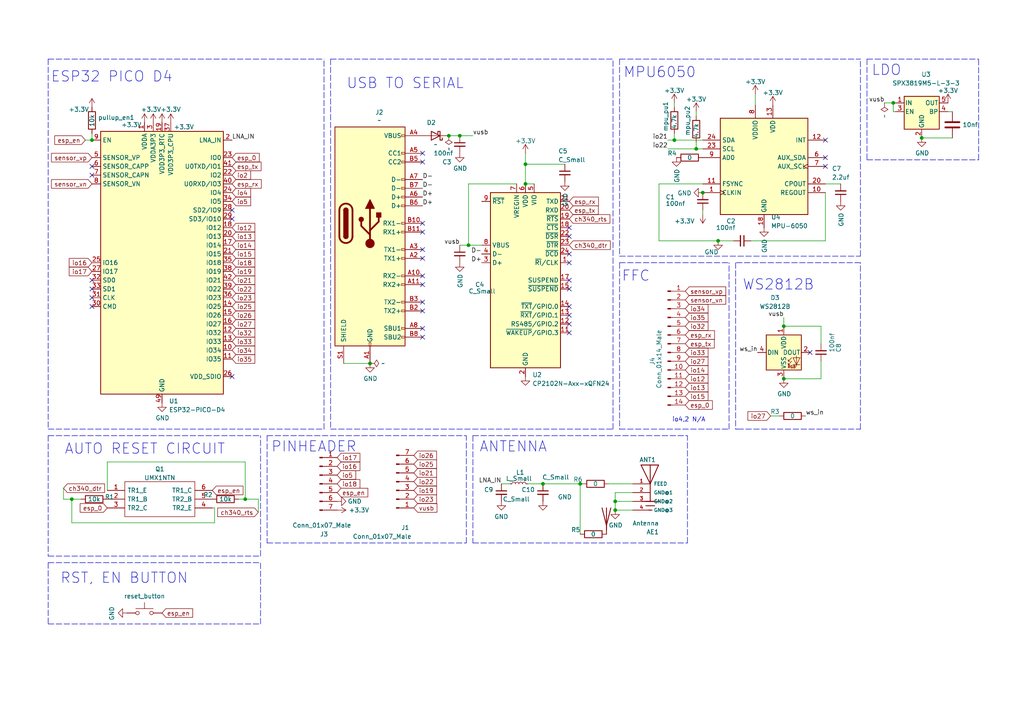
<source format=kicad_sch>
(kicad_sch (version 20211123) (generator eeschema)

  (uuid 0bf4bcd7-c4a9-4353-aa8d-7fa3d55d3ade)

  (paper "A4")

  (lib_symbols
    (symbol "2450AT18D0100E:2450AT18D0100E" (pin_names (offset 1.016)) (in_bom yes) (on_board yes)
      (property "Reference" "ANT" (id 0) (at 2.794 3.302 0)
        (effects (font (size 1.27 1.27)) (justify left bottom))
      )
      (property "Value" "2450AT18D0100E" (id 1) (at 2.667 1.27 0)
        (effects (font (size 1.27 1.27)) (justify left bottom))
      )
      (property "Footprint" "DFN320X160X120-4RN" (id 2) (at 0 0 0)
        (effects (font (size 1.27 1.27)) (justify left bottom) hide)
      )
      (property "Datasheet" "" (id 3) (at 0 0 0)
        (effects (font (size 1.27 1.27)) (justify left bottom) hide)
      )
      (property "MANUFACTURER" "Johanson" (id 4) (at 0 0 0)
        (effects (font (size 1.27 1.27)) (justify left bottom) hide)
      )
      (property "ki_locked" "" (id 5) (at 0 0 0)
        (effects (font (size 1.27 1.27)))
      )
      (symbol "2450AT18D0100E_0_0"
        (polyline
          (pts
            (xy -2.667 5.461)
            (xy 0 5.461)
          )
          (stroke (width 0.254) (type default) (color 0 0 0 0))
          (fill (type none))
        )
        (polyline
          (pts
            (xy -2.54 -5.08)
            (xy 2.54 -5.08)
          )
          (stroke (width 0.254) (type default) (color 0 0 0 0))
          (fill (type none))
        )
        (polyline
          (pts
            (xy -1.27 -6.35)
            (xy 1.27 -6.35)
          )
          (stroke (width 0.254) (type default) (color 0 0 0 0))
          (fill (type none))
        )
        (polyline
          (pts
            (xy -0.381 -7.62)
            (xy 0.508 -7.62)
          )
          (stroke (width 0.254) (type default) (color 0 0 0 0))
          (fill (type none))
        )
        (polyline
          (pts
            (xy 0 -5.08)
            (xy -1.27 -5.08)
          )
          (stroke (width 0.254) (type default) (color 0 0 0 0))
          (fill (type none))
        )
        (polyline
          (pts
            (xy 0 -5.08)
            (xy 1.27 -5.08)
          )
          (stroke (width 0.254) (type default) (color 0 0 0 0))
          (fill (type none))
        )
        (polyline
          (pts
            (xy 0 0)
            (xy -2.667 5.461)
          )
          (stroke (width 0.254) (type default) (color 0 0 0 0))
          (fill (type none))
        )
        (polyline
          (pts
            (xy 0 0)
            (xy 0 -5.08)
          )
          (stroke (width 0.254) (type default) (color 0 0 0 0))
          (fill (type none))
        )
        (polyline
          (pts
            (xy 0 5.461)
            (xy 0 0)
          )
          (stroke (width 0.254) (type default) (color 0 0 0 0))
          (fill (type none))
        )
        (polyline
          (pts
            (xy 0 5.461)
            (xy 2.413 5.461)
          )
          (stroke (width 0.254) (type default) (color 0 0 0 0))
          (fill (type none))
        )
        (polyline
          (pts
            (xy 2.413 5.461)
            (xy 0 0)
          )
          (stroke (width 0.254) (type default) (color 0 0 0 0))
          (fill (type none))
        )
        (pin input line (at -5.08 0 0) (length 5.08)
          (name "FEED" (effects (font (size 1.016 1.016))))
          (number "1" (effects (font (size 1.016 1.016))))
        )
        (pin power_in line (at -5.08 -2.54 0) (length 5.08)
          (name "GND@1" (effects (font (size 1.016 1.016))))
          (number "2" (effects (font (size 1.016 1.016))))
        )
        (pin power_in line (at -5.08 -5.08 0) (length 5.08)
          (name "GND@2" (effects (font (size 1.016 1.016))))
          (number "3" (effects (font (size 1.016 1.016))))
        )
        (pin power_in line (at -5.08 -7.62 0) (length 5.08)
          (name "GND@3" (effects (font (size 1.016 1.016))))
          (number "4" (effects (font (size 1.016 1.016))))
        )
      )
    )
    (symbol "Connector:Conn_01x07_Male" (pin_names (offset 1.016) hide) (in_bom yes) (on_board yes)
      (property "Reference" "J" (id 0) (at 0 10.16 0)
        (effects (font (size 1.27 1.27)))
      )
      (property "Value" "Conn_01x07_Male" (id 1) (at 0 -10.16 0)
        (effects (font (size 1.27 1.27)))
      )
      (property "Footprint" "" (id 2) (at 0 0 0)
        (effects (font (size 1.27 1.27)) hide)
      )
      (property "Datasheet" "~" (id 3) (at 0 0 0)
        (effects (font (size 1.27 1.27)) hide)
      )
      (property "ki_keywords" "connector" (id 4) (at 0 0 0)
        (effects (font (size 1.27 1.27)) hide)
      )
      (property "ki_description" "Generic connector, single row, 01x07, script generated (kicad-library-utils/schlib/autogen/connector/)" (id 5) (at 0 0 0)
        (effects (font (size 1.27 1.27)) hide)
      )
      (property "ki_fp_filters" "Connector*:*_1x??_*" (id 6) (at 0 0 0)
        (effects (font (size 1.27 1.27)) hide)
      )
      (symbol "Conn_01x07_Male_1_1"
        (polyline
          (pts
            (xy 1.27 -7.62)
            (xy 0.8636 -7.62)
          )
          (stroke (width 0.1524) (type default) (color 0 0 0 0))
          (fill (type none))
        )
        (polyline
          (pts
            (xy 1.27 -5.08)
            (xy 0.8636 -5.08)
          )
          (stroke (width 0.1524) (type default) (color 0 0 0 0))
          (fill (type none))
        )
        (polyline
          (pts
            (xy 1.27 -2.54)
            (xy 0.8636 -2.54)
          )
          (stroke (width 0.1524) (type default) (color 0 0 0 0))
          (fill (type none))
        )
        (polyline
          (pts
            (xy 1.27 0)
            (xy 0.8636 0)
          )
          (stroke (width 0.1524) (type default) (color 0 0 0 0))
          (fill (type none))
        )
        (polyline
          (pts
            (xy 1.27 2.54)
            (xy 0.8636 2.54)
          )
          (stroke (width 0.1524) (type default) (color 0 0 0 0))
          (fill (type none))
        )
        (polyline
          (pts
            (xy 1.27 5.08)
            (xy 0.8636 5.08)
          )
          (stroke (width 0.1524) (type default) (color 0 0 0 0))
          (fill (type none))
        )
        (polyline
          (pts
            (xy 1.27 7.62)
            (xy 0.8636 7.62)
          )
          (stroke (width 0.1524) (type default) (color 0 0 0 0))
          (fill (type none))
        )
        (rectangle (start 0.8636 -7.493) (end 0 -7.747)
          (stroke (width 0.1524) (type default) (color 0 0 0 0))
          (fill (type outline))
        )
        (rectangle (start 0.8636 -4.953) (end 0 -5.207)
          (stroke (width 0.1524) (type default) (color 0 0 0 0))
          (fill (type outline))
        )
        (rectangle (start 0.8636 -2.413) (end 0 -2.667)
          (stroke (width 0.1524) (type default) (color 0 0 0 0))
          (fill (type outline))
        )
        (rectangle (start 0.8636 0.127) (end 0 -0.127)
          (stroke (width 0.1524) (type default) (color 0 0 0 0))
          (fill (type outline))
        )
        (rectangle (start 0.8636 2.667) (end 0 2.413)
          (stroke (width 0.1524) (type default) (color 0 0 0 0))
          (fill (type outline))
        )
        (rectangle (start 0.8636 5.207) (end 0 4.953)
          (stroke (width 0.1524) (type default) (color 0 0 0 0))
          (fill (type outline))
        )
        (rectangle (start 0.8636 7.747) (end 0 7.493)
          (stroke (width 0.1524) (type default) (color 0 0 0 0))
          (fill (type outline))
        )
        (pin passive line (at 5.08 7.62 180) (length 3.81)
          (name "Pin_1" (effects (font (size 1.27 1.27))))
          (number "1" (effects (font (size 1.27 1.27))))
        )
        (pin passive line (at 5.08 5.08 180) (length 3.81)
          (name "Pin_2" (effects (font (size 1.27 1.27))))
          (number "2" (effects (font (size 1.27 1.27))))
        )
        (pin passive line (at 5.08 2.54 180) (length 3.81)
          (name "Pin_3" (effects (font (size 1.27 1.27))))
          (number "3" (effects (font (size 1.27 1.27))))
        )
        (pin passive line (at 5.08 0 180) (length 3.81)
          (name "Pin_4" (effects (font (size 1.27 1.27))))
          (number "4" (effects (font (size 1.27 1.27))))
        )
        (pin passive line (at 5.08 -2.54 180) (length 3.81)
          (name "Pin_5" (effects (font (size 1.27 1.27))))
          (number "5" (effects (font (size 1.27 1.27))))
        )
        (pin passive line (at 5.08 -5.08 180) (length 3.81)
          (name "Pin_6" (effects (font (size 1.27 1.27))))
          (number "6" (effects (font (size 1.27 1.27))))
        )
        (pin passive line (at 5.08 -7.62 180) (length 3.81)
          (name "Pin_7" (effects (font (size 1.27 1.27))))
          (number "7" (effects (font (size 1.27 1.27))))
        )
      )
    )
    (symbol "Connector:Conn_01x14_Male" (pin_names (offset 1.016) hide) (in_bom yes) (on_board yes)
      (property "Reference" "J" (id 0) (at 0 17.78 0)
        (effects (font (size 1.27 1.27)))
      )
      (property "Value" "Conn_01x14_Male" (id 1) (at 0 -20.32 0)
        (effects (font (size 1.27 1.27)))
      )
      (property "Footprint" "" (id 2) (at 0 0 0)
        (effects (font (size 1.27 1.27)) hide)
      )
      (property "Datasheet" "~" (id 3) (at 0 0 0)
        (effects (font (size 1.27 1.27)) hide)
      )
      (property "ki_keywords" "connector" (id 4) (at 0 0 0)
        (effects (font (size 1.27 1.27)) hide)
      )
      (property "ki_description" "Generic connector, single row, 01x14, script generated (kicad-library-utils/schlib/autogen/connector/)" (id 5) (at 0 0 0)
        (effects (font (size 1.27 1.27)) hide)
      )
      (property "ki_fp_filters" "Connector*:*_1x??_*" (id 6) (at 0 0 0)
        (effects (font (size 1.27 1.27)) hide)
      )
      (symbol "Conn_01x14_Male_1_1"
        (polyline
          (pts
            (xy 1.27 -17.78)
            (xy 0.8636 -17.78)
          )
          (stroke (width 0.1524) (type default) (color 0 0 0 0))
          (fill (type none))
        )
        (polyline
          (pts
            (xy 1.27 -15.24)
            (xy 0.8636 -15.24)
          )
          (stroke (width 0.1524) (type default) (color 0 0 0 0))
          (fill (type none))
        )
        (polyline
          (pts
            (xy 1.27 -12.7)
            (xy 0.8636 -12.7)
          )
          (stroke (width 0.1524) (type default) (color 0 0 0 0))
          (fill (type none))
        )
        (polyline
          (pts
            (xy 1.27 -10.16)
            (xy 0.8636 -10.16)
          )
          (stroke (width 0.1524) (type default) (color 0 0 0 0))
          (fill (type none))
        )
        (polyline
          (pts
            (xy 1.27 -7.62)
            (xy 0.8636 -7.62)
          )
          (stroke (width 0.1524) (type default) (color 0 0 0 0))
          (fill (type none))
        )
        (polyline
          (pts
            (xy 1.27 -5.08)
            (xy 0.8636 -5.08)
          )
          (stroke (width 0.1524) (type default) (color 0 0 0 0))
          (fill (type none))
        )
        (polyline
          (pts
            (xy 1.27 -2.54)
            (xy 0.8636 -2.54)
          )
          (stroke (width 0.1524) (type default) (color 0 0 0 0))
          (fill (type none))
        )
        (polyline
          (pts
            (xy 1.27 0)
            (xy 0.8636 0)
          )
          (stroke (width 0.1524) (type default) (color 0 0 0 0))
          (fill (type none))
        )
        (polyline
          (pts
            (xy 1.27 2.54)
            (xy 0.8636 2.54)
          )
          (stroke (width 0.1524) (type default) (color 0 0 0 0))
          (fill (type none))
        )
        (polyline
          (pts
            (xy 1.27 5.08)
            (xy 0.8636 5.08)
          )
          (stroke (width 0.1524) (type default) (color 0 0 0 0))
          (fill (type none))
        )
        (polyline
          (pts
            (xy 1.27 7.62)
            (xy 0.8636 7.62)
          )
          (stroke (width 0.1524) (type default) (color 0 0 0 0))
          (fill (type none))
        )
        (polyline
          (pts
            (xy 1.27 10.16)
            (xy 0.8636 10.16)
          )
          (stroke (width 0.1524) (type default) (color 0 0 0 0))
          (fill (type none))
        )
        (polyline
          (pts
            (xy 1.27 12.7)
            (xy 0.8636 12.7)
          )
          (stroke (width 0.1524) (type default) (color 0 0 0 0))
          (fill (type none))
        )
        (polyline
          (pts
            (xy 1.27 15.24)
            (xy 0.8636 15.24)
          )
          (stroke (width 0.1524) (type default) (color 0 0 0 0))
          (fill (type none))
        )
        (rectangle (start 0.8636 -17.653) (end 0 -17.907)
          (stroke (width 0.1524) (type default) (color 0 0 0 0))
          (fill (type outline))
        )
        (rectangle (start 0.8636 -15.113) (end 0 -15.367)
          (stroke (width 0.1524) (type default) (color 0 0 0 0))
          (fill (type outline))
        )
        (rectangle (start 0.8636 -12.573) (end 0 -12.827)
          (stroke (width 0.1524) (type default) (color 0 0 0 0))
          (fill (type outline))
        )
        (rectangle (start 0.8636 -10.033) (end 0 -10.287)
          (stroke (width 0.1524) (type default) (color 0 0 0 0))
          (fill (type outline))
        )
        (rectangle (start 0.8636 -7.493) (end 0 -7.747)
          (stroke (width 0.1524) (type default) (color 0 0 0 0))
          (fill (type outline))
        )
        (rectangle (start 0.8636 -4.953) (end 0 -5.207)
          (stroke (width 0.1524) (type default) (color 0 0 0 0))
          (fill (type outline))
        )
        (rectangle (start 0.8636 -2.413) (end 0 -2.667)
          (stroke (width 0.1524) (type default) (color 0 0 0 0))
          (fill (type outline))
        )
        (rectangle (start 0.8636 0.127) (end 0 -0.127)
          (stroke (width 0.1524) (type default) (color 0 0 0 0))
          (fill (type outline))
        )
        (rectangle (start 0.8636 2.667) (end 0 2.413)
          (stroke (width 0.1524) (type default) (color 0 0 0 0))
          (fill (type outline))
        )
        (rectangle (start 0.8636 5.207) (end 0 4.953)
          (stroke (width 0.1524) (type default) (color 0 0 0 0))
          (fill (type outline))
        )
        (rectangle (start 0.8636 7.747) (end 0 7.493)
          (stroke (width 0.1524) (type default) (color 0 0 0 0))
          (fill (type outline))
        )
        (rectangle (start 0.8636 10.287) (end 0 10.033)
          (stroke (width 0.1524) (type default) (color 0 0 0 0))
          (fill (type outline))
        )
        (rectangle (start 0.8636 12.827) (end 0 12.573)
          (stroke (width 0.1524) (type default) (color 0 0 0 0))
          (fill (type outline))
        )
        (rectangle (start 0.8636 15.367) (end 0 15.113)
          (stroke (width 0.1524) (type default) (color 0 0 0 0))
          (fill (type outline))
        )
        (pin passive line (at 5.08 15.24 180) (length 3.81)
          (name "Pin_1" (effects (font (size 1.27 1.27))))
          (number "1" (effects (font (size 1.27 1.27))))
        )
        (pin passive line (at 5.08 -7.62 180) (length 3.81)
          (name "Pin_10" (effects (font (size 1.27 1.27))))
          (number "10" (effects (font (size 1.27 1.27))))
        )
        (pin passive line (at 5.08 -10.16 180) (length 3.81)
          (name "Pin_11" (effects (font (size 1.27 1.27))))
          (number "11" (effects (font (size 1.27 1.27))))
        )
        (pin passive line (at 5.08 -12.7 180) (length 3.81)
          (name "Pin_12" (effects (font (size 1.27 1.27))))
          (number "12" (effects (font (size 1.27 1.27))))
        )
        (pin passive line (at 5.08 -15.24 180) (length 3.81)
          (name "Pin_13" (effects (font (size 1.27 1.27))))
          (number "13" (effects (font (size 1.27 1.27))))
        )
        (pin passive line (at 5.08 -17.78 180) (length 3.81)
          (name "Pin_14" (effects (font (size 1.27 1.27))))
          (number "14" (effects (font (size 1.27 1.27))))
        )
        (pin passive line (at 5.08 12.7 180) (length 3.81)
          (name "Pin_2" (effects (font (size 1.27 1.27))))
          (number "2" (effects (font (size 1.27 1.27))))
        )
        (pin passive line (at 5.08 10.16 180) (length 3.81)
          (name "Pin_3" (effects (font (size 1.27 1.27))))
          (number "3" (effects (font (size 1.27 1.27))))
        )
        (pin passive line (at 5.08 7.62 180) (length 3.81)
          (name "Pin_4" (effects (font (size 1.27 1.27))))
          (number "4" (effects (font (size 1.27 1.27))))
        )
        (pin passive line (at 5.08 5.08 180) (length 3.81)
          (name "Pin_5" (effects (font (size 1.27 1.27))))
          (number "5" (effects (font (size 1.27 1.27))))
        )
        (pin passive line (at 5.08 2.54 180) (length 3.81)
          (name "Pin_6" (effects (font (size 1.27 1.27))))
          (number "6" (effects (font (size 1.27 1.27))))
        )
        (pin passive line (at 5.08 0 180) (length 3.81)
          (name "Pin_7" (effects (font (size 1.27 1.27))))
          (number "7" (effects (font (size 1.27 1.27))))
        )
        (pin passive line (at 5.08 -2.54 180) (length 3.81)
          (name "Pin_8" (effects (font (size 1.27 1.27))))
          (number "8" (effects (font (size 1.27 1.27))))
        )
        (pin passive line (at 5.08 -5.08 180) (length 3.81)
          (name "Pin_9" (effects (font (size 1.27 1.27))))
          (number "9" (effects (font (size 1.27 1.27))))
        )
      )
    )
    (symbol "Connector:USB_C_Receptacle" (pin_names (offset 1.016)) (in_bom yes) (on_board yes)
      (property "Reference" "J" (id 0) (at -10.16 29.21 0)
        (effects (font (size 1.27 1.27)) (justify left))
      )
      (property "Value" "USB_C_Receptacle" (id 1) (at 10.16 29.21 0)
        (effects (font (size 1.27 1.27)) (justify right))
      )
      (property "Footprint" "" (id 2) (at 3.81 0 0)
        (effects (font (size 1.27 1.27)) hide)
      )
      (property "Datasheet" "https://www.usb.org/sites/default/files/documents/usb_type-c.zip" (id 3) (at 3.81 0 0)
        (effects (font (size 1.27 1.27)) hide)
      )
      (property "ki_keywords" "usb universal serial bus type-C full-featured" (id 4) (at 0 0 0)
        (effects (font (size 1.27 1.27)) hide)
      )
      (property "ki_description" "USB Full-Featured Type-C Receptacle connector" (id 5) (at 0 0 0)
        (effects (font (size 1.27 1.27)) hide)
      )
      (property "ki_fp_filters" "USB*C*Receptacle*" (id 6) (at 0 0 0)
        (effects (font (size 1.27 1.27)) hide)
      )
      (symbol "USB_C_Receptacle_0_0"
        (rectangle (start -0.254 -35.56) (end 0.254 -34.544)
          (stroke (width 0) (type default) (color 0 0 0 0))
          (fill (type none))
        )
        (rectangle (start 10.16 -32.766) (end 9.144 -33.274)
          (stroke (width 0) (type default) (color 0 0 0 0))
          (fill (type none))
        )
        (rectangle (start 10.16 -30.226) (end 9.144 -30.734)
          (stroke (width 0) (type default) (color 0 0 0 0))
          (fill (type none))
        )
        (rectangle (start 10.16 -25.146) (end 9.144 -25.654)
          (stroke (width 0) (type default) (color 0 0 0 0))
          (fill (type none))
        )
        (rectangle (start 10.16 -22.606) (end 9.144 -23.114)
          (stroke (width 0) (type default) (color 0 0 0 0))
          (fill (type none))
        )
        (rectangle (start 10.16 -17.526) (end 9.144 -18.034)
          (stroke (width 0) (type default) (color 0 0 0 0))
          (fill (type none))
        )
        (rectangle (start 10.16 -14.986) (end 9.144 -15.494)
          (stroke (width 0) (type default) (color 0 0 0 0))
          (fill (type none))
        )
        (rectangle (start 10.16 -9.906) (end 9.144 -10.414)
          (stroke (width 0) (type default) (color 0 0 0 0))
          (fill (type none))
        )
        (rectangle (start 10.16 -7.366) (end 9.144 -7.874)
          (stroke (width 0) (type default) (color 0 0 0 0))
          (fill (type none))
        )
        (rectangle (start 10.16 -2.286) (end 9.144 -2.794)
          (stroke (width 0) (type default) (color 0 0 0 0))
          (fill (type none))
        )
        (rectangle (start 10.16 0.254) (end 9.144 -0.254)
          (stroke (width 0) (type default) (color 0 0 0 0))
          (fill (type none))
        )
        (rectangle (start 10.16 5.334) (end 9.144 4.826)
          (stroke (width 0) (type default) (color 0 0 0 0))
          (fill (type none))
        )
        (rectangle (start 10.16 7.874) (end 9.144 7.366)
          (stroke (width 0) (type default) (color 0 0 0 0))
          (fill (type none))
        )
        (rectangle (start 10.16 10.414) (end 9.144 9.906)
          (stroke (width 0) (type default) (color 0 0 0 0))
          (fill (type none))
        )
        (rectangle (start 10.16 12.954) (end 9.144 12.446)
          (stroke (width 0) (type default) (color 0 0 0 0))
          (fill (type none))
        )
        (rectangle (start 10.16 18.034) (end 9.144 17.526)
          (stroke (width 0) (type default) (color 0 0 0 0))
          (fill (type none))
        )
        (rectangle (start 10.16 20.574) (end 9.144 20.066)
          (stroke (width 0) (type default) (color 0 0 0 0))
          (fill (type none))
        )
        (rectangle (start 10.16 25.654) (end 9.144 25.146)
          (stroke (width 0) (type default) (color 0 0 0 0))
          (fill (type none))
        )
      )
      (symbol "USB_C_Receptacle_0_1"
        (rectangle (start -10.16 27.94) (end 10.16 -35.56)
          (stroke (width 0.254) (type default) (color 0 0 0 0))
          (fill (type background))
        )
        (arc (start -8.89 -3.81) (mid -6.985 -5.715) (end -5.08 -3.81)
          (stroke (width 0.508) (type default) (color 0 0 0 0))
          (fill (type none))
        )
        (arc (start -7.62 -3.81) (mid -6.985 -4.445) (end -6.35 -3.81)
          (stroke (width 0.254) (type default) (color 0 0 0 0))
          (fill (type none))
        )
        (arc (start -7.62 -3.81) (mid -6.985 -4.445) (end -6.35 -3.81)
          (stroke (width 0.254) (type default) (color 0 0 0 0))
          (fill (type outline))
        )
        (rectangle (start -7.62 -3.81) (end -6.35 3.81)
          (stroke (width 0.254) (type default) (color 0 0 0 0))
          (fill (type outline))
        )
        (arc (start -6.35 3.81) (mid -6.985 4.445) (end -7.62 3.81)
          (stroke (width 0.254) (type default) (color 0 0 0 0))
          (fill (type none))
        )
        (arc (start -6.35 3.81) (mid -6.985 4.445) (end -7.62 3.81)
          (stroke (width 0.254) (type default) (color 0 0 0 0))
          (fill (type outline))
        )
        (arc (start -5.08 3.81) (mid -6.985 5.715) (end -8.89 3.81)
          (stroke (width 0.508) (type default) (color 0 0 0 0))
          (fill (type none))
        )
        (polyline
          (pts
            (xy -8.89 -3.81)
            (xy -8.89 3.81)
          )
          (stroke (width 0.508) (type default) (color 0 0 0 0))
          (fill (type none))
        )
        (polyline
          (pts
            (xy -5.08 3.81)
            (xy -5.08 -3.81)
          )
          (stroke (width 0.508) (type default) (color 0 0 0 0))
          (fill (type none))
        )
      )
      (symbol "USB_C_Receptacle_1_1"
        (circle (center -2.54 1.143) (radius 0.635)
          (stroke (width 0.254) (type default) (color 0 0 0 0))
          (fill (type outline))
        )
        (circle (center 0 -5.842) (radius 1.27)
          (stroke (width 0) (type default) (color 0 0 0 0))
          (fill (type outline))
        )
        (polyline
          (pts
            (xy 0 -5.842)
            (xy 0 4.318)
          )
          (stroke (width 0.508) (type default) (color 0 0 0 0))
          (fill (type none))
        )
        (polyline
          (pts
            (xy 0 -3.302)
            (xy -2.54 -0.762)
            (xy -2.54 0.508)
          )
          (stroke (width 0.508) (type default) (color 0 0 0 0))
          (fill (type none))
        )
        (polyline
          (pts
            (xy 0 -2.032)
            (xy 2.54 0.508)
            (xy 2.54 1.778)
          )
          (stroke (width 0.508) (type default) (color 0 0 0 0))
          (fill (type none))
        )
        (polyline
          (pts
            (xy -1.27 4.318)
            (xy 0 6.858)
            (xy 1.27 4.318)
            (xy -1.27 4.318)
          )
          (stroke (width 0.254) (type default) (color 0 0 0 0))
          (fill (type outline))
        )
        (rectangle (start 1.905 1.778) (end 3.175 3.048)
          (stroke (width 0.254) (type default) (color 0 0 0 0))
          (fill (type outline))
        )
        (pin passive line (at 0 -40.64 90) (length 5.08)
          (name "GND" (effects (font (size 1.27 1.27))))
          (number "A1" (effects (font (size 1.27 1.27))))
        )
        (pin bidirectional line (at 15.24 -15.24 180) (length 5.08)
          (name "RX2-" (effects (font (size 1.27 1.27))))
          (number "A10" (effects (font (size 1.27 1.27))))
        )
        (pin bidirectional line (at 15.24 -17.78 180) (length 5.08)
          (name "RX2+" (effects (font (size 1.27 1.27))))
          (number "A11" (effects (font (size 1.27 1.27))))
        )
        (pin passive line (at 0 -40.64 90) (length 5.08) hide
          (name "GND" (effects (font (size 1.27 1.27))))
          (number "A12" (effects (font (size 1.27 1.27))))
        )
        (pin bidirectional line (at 15.24 -10.16 180) (length 5.08)
          (name "TX1+" (effects (font (size 1.27 1.27))))
          (number "A2" (effects (font (size 1.27 1.27))))
        )
        (pin bidirectional line (at 15.24 -7.62 180) (length 5.08)
          (name "TX1-" (effects (font (size 1.27 1.27))))
          (number "A3" (effects (font (size 1.27 1.27))))
        )
        (pin passive line (at 15.24 25.4 180) (length 5.08)
          (name "VBUS" (effects (font (size 1.27 1.27))))
          (number "A4" (effects (font (size 1.27 1.27))))
        )
        (pin bidirectional line (at 15.24 20.32 180) (length 5.08)
          (name "CC1" (effects (font (size 1.27 1.27))))
          (number "A5" (effects (font (size 1.27 1.27))))
        )
        (pin bidirectional line (at 15.24 7.62 180) (length 5.08)
          (name "D+" (effects (font (size 1.27 1.27))))
          (number "A6" (effects (font (size 1.27 1.27))))
        )
        (pin bidirectional line (at 15.24 12.7 180) (length 5.08)
          (name "D-" (effects (font (size 1.27 1.27))))
          (number "A7" (effects (font (size 1.27 1.27))))
        )
        (pin bidirectional line (at 15.24 -30.48 180) (length 5.08)
          (name "SBU1" (effects (font (size 1.27 1.27))))
          (number "A8" (effects (font (size 1.27 1.27))))
        )
        (pin passive line (at 15.24 25.4 180) (length 5.08) hide
          (name "VBUS" (effects (font (size 1.27 1.27))))
          (number "A9" (effects (font (size 1.27 1.27))))
        )
        (pin passive line (at 0 -40.64 90) (length 5.08) hide
          (name "GND" (effects (font (size 1.27 1.27))))
          (number "B1" (effects (font (size 1.27 1.27))))
        )
        (pin bidirectional line (at 15.24 0 180) (length 5.08)
          (name "RX1-" (effects (font (size 1.27 1.27))))
          (number "B10" (effects (font (size 1.27 1.27))))
        )
        (pin bidirectional line (at 15.24 -2.54 180) (length 5.08)
          (name "RX1+" (effects (font (size 1.27 1.27))))
          (number "B11" (effects (font (size 1.27 1.27))))
        )
        (pin passive line (at 0 -40.64 90) (length 5.08) hide
          (name "GND" (effects (font (size 1.27 1.27))))
          (number "B12" (effects (font (size 1.27 1.27))))
        )
        (pin bidirectional line (at 15.24 -25.4 180) (length 5.08)
          (name "TX2+" (effects (font (size 1.27 1.27))))
          (number "B2" (effects (font (size 1.27 1.27))))
        )
        (pin bidirectional line (at 15.24 -22.86 180) (length 5.08)
          (name "TX2-" (effects (font (size 1.27 1.27))))
          (number "B3" (effects (font (size 1.27 1.27))))
        )
        (pin passive line (at 15.24 25.4 180) (length 5.08) hide
          (name "VBUS" (effects (font (size 1.27 1.27))))
          (number "B4" (effects (font (size 1.27 1.27))))
        )
        (pin bidirectional line (at 15.24 17.78 180) (length 5.08)
          (name "CC2" (effects (font (size 1.27 1.27))))
          (number "B5" (effects (font (size 1.27 1.27))))
        )
        (pin bidirectional line (at 15.24 5.08 180) (length 5.08)
          (name "D+" (effects (font (size 1.27 1.27))))
          (number "B6" (effects (font (size 1.27 1.27))))
        )
        (pin bidirectional line (at 15.24 10.16 180) (length 5.08)
          (name "D-" (effects (font (size 1.27 1.27))))
          (number "B7" (effects (font (size 1.27 1.27))))
        )
        (pin bidirectional line (at 15.24 -33.02 180) (length 5.08)
          (name "SBU2" (effects (font (size 1.27 1.27))))
          (number "B8" (effects (font (size 1.27 1.27))))
        )
        (pin passive line (at 15.24 25.4 180) (length 5.08) hide
          (name "VBUS" (effects (font (size 1.27 1.27))))
          (number "B9" (effects (font (size 1.27 1.27))))
        )
        (pin passive line (at -7.62 -40.64 90) (length 5.08)
          (name "SHIELD" (effects (font (size 1.27 1.27))))
          (number "S1" (effects (font (size 1.27 1.27))))
        )
      )
    )
    (symbol "Device:Antenna" (pin_numbers hide) (pin_names (offset 1.016) hide) (in_bom yes) (on_board yes)
      (property "Reference" "AE" (id 0) (at -1.905 1.905 0)
        (effects (font (size 1.27 1.27)) (justify right))
      )
      (property "Value" "Antenna" (id 1) (at -1.905 0 0)
        (effects (font (size 1.27 1.27)) (justify right))
      )
      (property "Footprint" "" (id 2) (at 0 0 0)
        (effects (font (size 1.27 1.27)) hide)
      )
      (property "Datasheet" "~" (id 3) (at 0 0 0)
        (effects (font (size 1.27 1.27)) hide)
      )
      (property "ki_keywords" "antenna" (id 4) (at 0 0 0)
        (effects (font (size 1.27 1.27)) hide)
      )
      (property "ki_description" "Antenna" (id 5) (at 0 0 0)
        (effects (font (size 1.27 1.27)) hide)
      )
      (symbol "Antenna_0_1"
        (polyline
          (pts
            (xy 0 2.54)
            (xy 0 -3.81)
          )
          (stroke (width 0.254) (type default) (color 0 0 0 0))
          (fill (type none))
        )
        (polyline
          (pts
            (xy 1.27 2.54)
            (xy 0 -2.54)
            (xy -1.27 2.54)
          )
          (stroke (width 0.254) (type default) (color 0 0 0 0))
          (fill (type none))
        )
      )
      (symbol "Antenna_1_1"
        (pin input line (at 0 -5.08 90) (length 2.54)
          (name "A" (effects (font (size 1.27 1.27))))
          (number "1" (effects (font (size 1.27 1.27))))
        )
      )
    )
    (symbol "Device:C" (pin_numbers hide) (pin_names (offset 0.254)) (in_bom yes) (on_board yes)
      (property "Reference" "C" (id 0) (at 0.635 2.54 0)
        (effects (font (size 1.27 1.27)) (justify left))
      )
      (property "Value" "C" (id 1) (at 0.635 -2.54 0)
        (effects (font (size 1.27 1.27)) (justify left))
      )
      (property "Footprint" "" (id 2) (at 0.9652 -3.81 0)
        (effects (font (size 1.27 1.27)) hide)
      )
      (property "Datasheet" "~" (id 3) (at 0 0 0)
        (effects (font (size 1.27 1.27)) hide)
      )
      (property "ki_keywords" "cap capacitor" (id 4) (at 0 0 0)
        (effects (font (size 1.27 1.27)) hide)
      )
      (property "ki_description" "Unpolarized capacitor" (id 5) (at 0 0 0)
        (effects (font (size 1.27 1.27)) hide)
      )
      (property "ki_fp_filters" "C_*" (id 6) (at 0 0 0)
        (effects (font (size 1.27 1.27)) hide)
      )
      (symbol "C_0_1"
        (polyline
          (pts
            (xy -2.032 -0.762)
            (xy 2.032 -0.762)
          )
          (stroke (width 0.508) (type default) (color 0 0 0 0))
          (fill (type none))
        )
        (polyline
          (pts
            (xy -2.032 0.762)
            (xy 2.032 0.762)
          )
          (stroke (width 0.508) (type default) (color 0 0 0 0))
          (fill (type none))
        )
      )
      (symbol "C_1_1"
        (pin passive line (at 0 3.81 270) (length 2.794)
          (name "~" (effects (font (size 1.27 1.27))))
          (number "1" (effects (font (size 1.27 1.27))))
        )
        (pin passive line (at 0 -3.81 90) (length 2.794)
          (name "~" (effects (font (size 1.27 1.27))))
          (number "2" (effects (font (size 1.27 1.27))))
        )
      )
    )
    (symbol "Device:C_Small" (pin_numbers hide) (pin_names (offset 0.254) hide) (in_bom yes) (on_board yes)
      (property "Reference" "C" (id 0) (at 0.254 1.778 0)
        (effects (font (size 1.27 1.27)) (justify left))
      )
      (property "Value" "C_Small" (id 1) (at 0.254 -2.032 0)
        (effects (font (size 1.27 1.27)) (justify left))
      )
      (property "Footprint" "" (id 2) (at 0 0 0)
        (effects (font (size 1.27 1.27)) hide)
      )
      (property "Datasheet" "~" (id 3) (at 0 0 0)
        (effects (font (size 1.27 1.27)) hide)
      )
      (property "ki_keywords" "capacitor cap" (id 4) (at 0 0 0)
        (effects (font (size 1.27 1.27)) hide)
      )
      (property "ki_description" "Unpolarized capacitor, small symbol" (id 5) (at 0 0 0)
        (effects (font (size 1.27 1.27)) hide)
      )
      (property "ki_fp_filters" "C_*" (id 6) (at 0 0 0)
        (effects (font (size 1.27 1.27)) hide)
      )
      (symbol "C_Small_0_1"
        (polyline
          (pts
            (xy -1.524 -0.508)
            (xy 1.524 -0.508)
          )
          (stroke (width 0.3302) (type default) (color 0 0 0 0))
          (fill (type none))
        )
        (polyline
          (pts
            (xy -1.524 0.508)
            (xy 1.524 0.508)
          )
          (stroke (width 0.3048) (type default) (color 0 0 0 0))
          (fill (type none))
        )
      )
      (symbol "C_Small_1_1"
        (pin passive line (at 0 2.54 270) (length 2.032)
          (name "~" (effects (font (size 1.27 1.27))))
          (number "1" (effects (font (size 1.27 1.27))))
        )
        (pin passive line (at 0 -2.54 90) (length 2.032)
          (name "~" (effects (font (size 1.27 1.27))))
          (number "2" (effects (font (size 1.27 1.27))))
        )
      )
    )
    (symbol "Device:D_Schottky" (pin_numbers hide) (pin_names (offset 1.016) hide) (in_bom yes) (on_board yes)
      (property "Reference" "D" (id 0) (at 0 2.54 0)
        (effects (font (size 1.27 1.27)))
      )
      (property "Value" "D_Schottky" (id 1) (at 0 -2.54 0)
        (effects (font (size 1.27 1.27)))
      )
      (property "Footprint" "" (id 2) (at 0 0 0)
        (effects (font (size 1.27 1.27)) hide)
      )
      (property "Datasheet" "~" (id 3) (at 0 0 0)
        (effects (font (size 1.27 1.27)) hide)
      )
      (property "ki_keywords" "diode Schottky" (id 4) (at 0 0 0)
        (effects (font (size 1.27 1.27)) hide)
      )
      (property "ki_description" "Schottky diode" (id 5) (at 0 0 0)
        (effects (font (size 1.27 1.27)) hide)
      )
      (property "ki_fp_filters" "TO-???* *_Diode_* *SingleDiode* D_*" (id 6) (at 0 0 0)
        (effects (font (size 1.27 1.27)) hide)
      )
      (symbol "D_Schottky_0_1"
        (polyline
          (pts
            (xy 1.27 0)
            (xy -1.27 0)
          )
          (stroke (width 0) (type default) (color 0 0 0 0))
          (fill (type none))
        )
        (polyline
          (pts
            (xy 1.27 1.27)
            (xy 1.27 -1.27)
            (xy -1.27 0)
            (xy 1.27 1.27)
          )
          (stroke (width 0.254) (type default) (color 0 0 0 0))
          (fill (type none))
        )
        (polyline
          (pts
            (xy -1.905 0.635)
            (xy -1.905 1.27)
            (xy -1.27 1.27)
            (xy -1.27 -1.27)
            (xy -0.635 -1.27)
            (xy -0.635 -0.635)
          )
          (stroke (width 0.254) (type default) (color 0 0 0 0))
          (fill (type none))
        )
      )
      (symbol "D_Schottky_1_1"
        (pin passive line (at -3.81 0 0) (length 2.54)
          (name "K" (effects (font (size 1.27 1.27))))
          (number "1" (effects (font (size 1.27 1.27))))
        )
        (pin passive line (at 3.81 0 180) (length 2.54)
          (name "A" (effects (font (size 1.27 1.27))))
          (number "2" (effects (font (size 1.27 1.27))))
        )
      )
    )
    (symbol "Device:L_Small" (pin_numbers hide) (pin_names (offset 0.254) hide) (in_bom yes) (on_board yes)
      (property "Reference" "L" (id 0) (at 0.762 1.016 0)
        (effects (font (size 1.27 1.27)) (justify left))
      )
      (property "Value" "L_Small" (id 1) (at 0.762 -1.016 0)
        (effects (font (size 1.27 1.27)) (justify left))
      )
      (property "Footprint" "" (id 2) (at 0 0 0)
        (effects (font (size 1.27 1.27)) hide)
      )
      (property "Datasheet" "~" (id 3) (at 0 0 0)
        (effects (font (size 1.27 1.27)) hide)
      )
      (property "ki_keywords" "inductor choke coil reactor magnetic" (id 4) (at 0 0 0)
        (effects (font (size 1.27 1.27)) hide)
      )
      (property "ki_description" "Inductor, small symbol" (id 5) (at 0 0 0)
        (effects (font (size 1.27 1.27)) hide)
      )
      (property "ki_fp_filters" "Choke_* *Coil* Inductor_* L_*" (id 6) (at 0 0 0)
        (effects (font (size 1.27 1.27)) hide)
      )
      (symbol "L_Small_0_1"
        (arc (start 0 -2.032) (mid 0.508 -1.524) (end 0 -1.016)
          (stroke (width 0) (type default) (color 0 0 0 0))
          (fill (type none))
        )
        (arc (start 0 -1.016) (mid 0.508 -0.508) (end 0 0)
          (stroke (width 0) (type default) (color 0 0 0 0))
          (fill (type none))
        )
        (arc (start 0 0) (mid 0.508 0.508) (end 0 1.016)
          (stroke (width 0) (type default) (color 0 0 0 0))
          (fill (type none))
        )
        (arc (start 0 1.016) (mid 0.508 1.524) (end 0 2.032)
          (stroke (width 0) (type default) (color 0 0 0 0))
          (fill (type none))
        )
      )
      (symbol "L_Small_1_1"
        (pin passive line (at 0 2.54 270) (length 0.508)
          (name "~" (effects (font (size 1.27 1.27))))
          (number "1" (effects (font (size 1.27 1.27))))
        )
        (pin passive line (at 0 -2.54 90) (length 0.508)
          (name "~" (effects (font (size 1.27 1.27))))
          (number "2" (effects (font (size 1.27 1.27))))
        )
      )
    )
    (symbol "Device:R" (pin_numbers hide) (pin_names (offset 0)) (in_bom yes) (on_board yes)
      (property "Reference" "R" (id 0) (at 2.032 0 90)
        (effects (font (size 1.27 1.27)))
      )
      (property "Value" "R" (id 1) (at 0 0 90)
        (effects (font (size 1.27 1.27)))
      )
      (property "Footprint" "" (id 2) (at -1.778 0 90)
        (effects (font (size 1.27 1.27)) hide)
      )
      (property "Datasheet" "~" (id 3) (at 0 0 0)
        (effects (font (size 1.27 1.27)) hide)
      )
      (property "ki_keywords" "R res resistor" (id 4) (at 0 0 0)
        (effects (font (size 1.27 1.27)) hide)
      )
      (property "ki_description" "Resistor" (id 5) (at 0 0 0)
        (effects (font (size 1.27 1.27)) hide)
      )
      (property "ki_fp_filters" "R_*" (id 6) (at 0 0 0)
        (effects (font (size 1.27 1.27)) hide)
      )
      (symbol "R_0_1"
        (rectangle (start -1.016 -2.54) (end 1.016 2.54)
          (stroke (width 0.254) (type default) (color 0 0 0 0))
          (fill (type none))
        )
      )
      (symbol "R_1_1"
        (pin passive line (at 0 3.81 270) (length 1.27)
          (name "~" (effects (font (size 1.27 1.27))))
          (number "1" (effects (font (size 1.27 1.27))))
        )
        (pin passive line (at 0 -3.81 90) (length 1.27)
          (name "~" (effects (font (size 1.27 1.27))))
          (number "2" (effects (font (size 1.27 1.27))))
        )
      )
    )
    (symbol "Interface_USB:CP2102N-Axx-xQFN24" (in_bom yes) (on_board yes)
      (property "Reference" "U" (id 0) (at -8.89 26.67 0)
        (effects (font (size 1.27 1.27)))
      )
      (property "Value" "CP2102N-Axx-xQFN24" (id 1) (at 13.97 26.67 0)
        (effects (font (size 1.27 1.27)))
      )
      (property "Footprint" "Package_DFN_QFN:QFN-24-1EP_4x4mm_P0.5mm_EP2.6x2.6mm" (id 2) (at 31.75 -26.67 0)
        (effects (font (size 1.27 1.27)) hide)
      )
      (property "Datasheet" "https://www.silabs.com/documents/public/data-sheets/cp2102n-datasheet.pdf" (id 3) (at 1.27 -19.05 0)
        (effects (font (size 1.27 1.27)) hide)
      )
      (property "ki_keywords" "USB UART bridge" (id 4) (at 0 0 0)
        (effects (font (size 1.27 1.27)) hide)
      )
      (property "ki_description" "USB to UART master bridge, QFN-24" (id 5) (at 0 0 0)
        (effects (font (size 1.27 1.27)) hide)
      )
      (property "ki_fp_filters" "QFN*4x4mm*P0.5mm*" (id 6) (at 0 0 0)
        (effects (font (size 1.27 1.27)) hide)
      )
      (symbol "CP2102N-Axx-xQFN24_0_1"
        (rectangle (start -10.16 25.4) (end 10.16 -25.4)
          (stroke (width 0.254) (type default) (color 0 0 0 0))
          (fill (type background))
        )
      )
      (symbol "CP2102N-Axx-xQFN24_1_1"
        (pin bidirectional line (at 12.7 5.08 180) (length 2.54)
          (name "~{RI}/CLK" (effects (font (size 1.27 1.27))))
          (number "1" (effects (font (size 1.27 1.27))))
        )
        (pin no_connect line (at -10.16 -22.86 0) (length 2.54) hide
          (name "NC" (effects (font (size 1.27 1.27))))
          (number "10" (effects (font (size 1.27 1.27))))
        )
        (pin bidirectional line (at 12.7 -15.24 180) (length 2.54)
          (name "~{WAKEUP}/GPIO.3" (effects (font (size 1.27 1.27))))
          (number "11" (effects (font (size 1.27 1.27))))
        )
        (pin bidirectional line (at 12.7 -12.7 180) (length 2.54)
          (name "RS485/GPIO.2" (effects (font (size 1.27 1.27))))
          (number "12" (effects (font (size 1.27 1.27))))
        )
        (pin bidirectional line (at 12.7 -10.16 180) (length 2.54)
          (name "~{RXT}/GPIO.1" (effects (font (size 1.27 1.27))))
          (number "13" (effects (font (size 1.27 1.27))))
        )
        (pin bidirectional line (at 12.7 -7.62 180) (length 2.54)
          (name "~{TXT}/GPIO.0" (effects (font (size 1.27 1.27))))
          (number "14" (effects (font (size 1.27 1.27))))
        )
        (pin output line (at 12.7 -2.54 180) (length 2.54)
          (name "~{SUSPEND}" (effects (font (size 1.27 1.27))))
          (number "15" (effects (font (size 1.27 1.27))))
        )
        (pin no_connect line (at 10.16 -22.86 180) (length 2.54) hide
          (name "NC" (effects (font (size 1.27 1.27))))
          (number "16" (effects (font (size 1.27 1.27))))
        )
        (pin output line (at 12.7 0 180) (length 2.54)
          (name "SUSPEND" (effects (font (size 1.27 1.27))))
          (number "17" (effects (font (size 1.27 1.27))))
        )
        (pin input line (at 12.7 15.24 180) (length 2.54)
          (name "~{CTS}" (effects (font (size 1.27 1.27))))
          (number "18" (effects (font (size 1.27 1.27))))
        )
        (pin output line (at 12.7 17.78 180) (length 2.54)
          (name "~{RTS}" (effects (font (size 1.27 1.27))))
          (number "19" (effects (font (size 1.27 1.27))))
        )
        (pin power_in line (at 0 -27.94 90) (length 2.54)
          (name "GND" (effects (font (size 1.27 1.27))))
          (number "2" (effects (font (size 1.27 1.27))))
        )
        (pin input line (at 12.7 20.32 180) (length 2.54)
          (name "RXD" (effects (font (size 1.27 1.27))))
          (number "20" (effects (font (size 1.27 1.27))))
        )
        (pin output line (at 12.7 22.86 180) (length 2.54)
          (name "TXD" (effects (font (size 1.27 1.27))))
          (number "21" (effects (font (size 1.27 1.27))))
        )
        (pin input line (at 12.7 12.7 180) (length 2.54)
          (name "~{DSR}" (effects (font (size 1.27 1.27))))
          (number "22" (effects (font (size 1.27 1.27))))
        )
        (pin output line (at 12.7 10.16 180) (length 2.54)
          (name "~{DTR}" (effects (font (size 1.27 1.27))))
          (number "23" (effects (font (size 1.27 1.27))))
        )
        (pin input line (at 12.7 7.62 180) (length 2.54)
          (name "~{DCD}" (effects (font (size 1.27 1.27))))
          (number "24" (effects (font (size 1.27 1.27))))
        )
        (pin passive line (at 0 -27.94 90) (length 2.54) hide
          (name "GND" (effects (font (size 1.27 1.27))))
          (number "25" (effects (font (size 1.27 1.27))))
        )
        (pin bidirectional line (at -12.7 5.08 0) (length 2.54)
          (name "D+" (effects (font (size 1.27 1.27))))
          (number "3" (effects (font (size 1.27 1.27))))
        )
        (pin bidirectional line (at -12.7 7.62 0) (length 2.54)
          (name "D-" (effects (font (size 1.27 1.27))))
          (number "4" (effects (font (size 1.27 1.27))))
        )
        (pin power_in line (at 2.54 27.94 270) (length 2.54)
          (name "VIO" (effects (font (size 1.27 1.27))))
          (number "5" (effects (font (size 1.27 1.27))))
        )
        (pin power_in line (at 0 27.94 270) (length 2.54)
          (name "VDD" (effects (font (size 1.27 1.27))))
          (number "6" (effects (font (size 1.27 1.27))))
        )
        (pin power_in line (at -2.54 27.94 270) (length 2.54)
          (name "VREGIN" (effects (font (size 1.27 1.27))))
          (number "7" (effects (font (size 1.27 1.27))))
        )
        (pin input line (at -12.7 10.16 0) (length 2.54)
          (name "VBUS" (effects (font (size 1.27 1.27))))
          (number "8" (effects (font (size 1.27 1.27))))
        )
        (pin input line (at -12.7 22.86 0) (length 2.54)
          (name "~{RST}" (effects (font (size 1.27 1.27))))
          (number "9" (effects (font (size 1.27 1.27))))
        )
      )
    )
    (symbol "LED:WS2812B" (pin_names (offset 0.254)) (in_bom yes) (on_board yes)
      (property "Reference" "D" (id 0) (at 5.08 5.715 0)
        (effects (font (size 1.27 1.27)) (justify right bottom))
      )
      (property "Value" "WS2812B" (id 1) (at 1.27 -5.715 0)
        (effects (font (size 1.27 1.27)) (justify left top))
      )
      (property "Footprint" "LED_SMD:LED_WS2812B_PLCC4_5.0x5.0mm_P3.2mm" (id 2) (at 1.27 -7.62 0)
        (effects (font (size 1.27 1.27)) (justify left top) hide)
      )
      (property "Datasheet" "https://cdn-shop.adafruit.com/datasheets/WS2812B.pdf" (id 3) (at 2.54 -9.525 0)
        (effects (font (size 1.27 1.27)) (justify left top) hide)
      )
      (property "ki_keywords" "RGB LED NeoPixel addressable" (id 4) (at 0 0 0)
        (effects (font (size 1.27 1.27)) hide)
      )
      (property "ki_description" "RGB LED with integrated controller" (id 5) (at 0 0 0)
        (effects (font (size 1.27 1.27)) hide)
      )
      (property "ki_fp_filters" "LED*WS2812*PLCC*5.0x5.0mm*P3.2mm*" (id 6) (at 0 0 0)
        (effects (font (size 1.27 1.27)) hide)
      )
      (symbol "WS2812B_0_0"
        (text "RGB" (at 2.286 -4.191 0)
          (effects (font (size 0.762 0.762)))
        )
      )
      (symbol "WS2812B_0_1"
        (polyline
          (pts
            (xy 1.27 -3.556)
            (xy 1.778 -3.556)
          )
          (stroke (width 0) (type default) (color 0 0 0 0))
          (fill (type none))
        )
        (polyline
          (pts
            (xy 1.27 -2.54)
            (xy 1.778 -2.54)
          )
          (stroke (width 0) (type default) (color 0 0 0 0))
          (fill (type none))
        )
        (polyline
          (pts
            (xy 4.699 -3.556)
            (xy 2.667 -3.556)
          )
          (stroke (width 0) (type default) (color 0 0 0 0))
          (fill (type none))
        )
        (polyline
          (pts
            (xy 2.286 -2.54)
            (xy 1.27 -3.556)
            (xy 1.27 -3.048)
          )
          (stroke (width 0) (type default) (color 0 0 0 0))
          (fill (type none))
        )
        (polyline
          (pts
            (xy 2.286 -1.524)
            (xy 1.27 -2.54)
            (xy 1.27 -2.032)
          )
          (stroke (width 0) (type default) (color 0 0 0 0))
          (fill (type none))
        )
        (polyline
          (pts
            (xy 3.683 -1.016)
            (xy 3.683 -3.556)
            (xy 3.683 -4.064)
          )
          (stroke (width 0) (type default) (color 0 0 0 0))
          (fill (type none))
        )
        (polyline
          (pts
            (xy 4.699 -1.524)
            (xy 2.667 -1.524)
            (xy 3.683 -3.556)
            (xy 4.699 -1.524)
          )
          (stroke (width 0) (type default) (color 0 0 0 0))
          (fill (type none))
        )
        (rectangle (start 5.08 5.08) (end -5.08 -5.08)
          (stroke (width 0.254) (type default) (color 0 0 0 0))
          (fill (type background))
        )
      )
      (symbol "WS2812B_1_1"
        (pin power_in line (at 0 7.62 270) (length 2.54)
          (name "VDD" (effects (font (size 1.27 1.27))))
          (number "1" (effects (font (size 1.27 1.27))))
        )
        (pin output line (at 7.62 0 180) (length 2.54)
          (name "DOUT" (effects (font (size 1.27 1.27))))
          (number "2" (effects (font (size 1.27 1.27))))
        )
        (pin power_in line (at 0 -7.62 90) (length 2.54)
          (name "VSS" (effects (font (size 1.27 1.27))))
          (number "3" (effects (font (size 1.27 1.27))))
        )
        (pin input line (at -7.62 0 0) (length 2.54)
          (name "DIN" (effects (font (size 1.27 1.27))))
          (number "4" (effects (font (size 1.27 1.27))))
        )
      )
    )
    (symbol "RF_Module:ESP32-PICO-D4" (in_bom yes) (on_board yes)
      (property "Reference" "U" (id 0) (at -17.78 39.37 0)
        (effects (font (size 1.27 1.27)) (justify left))
      )
      (property "Value" "ESP32-PICO-D4" (id 1) (at 3.81 39.37 0)
        (effects (font (size 1.27 1.27)) (justify left))
      )
      (property "Footprint" "Package_DFN_QFN:QFN-48-1EP_7x7mm_P0.5mm_EP5.3x5.3mm" (id 2) (at 0 -43.18 0)
        (effects (font (size 1.27 1.27)) hide)
      )
      (property "Datasheet" "https://www.espressif.com/sites/default/files/documentation/esp32-pico-d4_datasheet_en.pdf" (id 3) (at 6.35 -25.4 0)
        (effects (font (size 1.27 1.27)) hide)
      )
      (property "ki_keywords" "RF Radio BT ESP ESP32 Espressif external antenna" (id 4) (at 0 0 0)
        (effects (font (size 1.27 1.27)) hide)
      )
      (property "ki_description" "RF Module, ESP32 SoC, Wi-Fi 802.11b/g/n, Bluetooth, BLE, 32-bit, 2.7-3.6V, external antenna, QFN-48" (id 5) (at 0 0 0)
        (effects (font (size 1.27 1.27)) hide)
      )
      (property "ki_fp_filters" "QFN*1EP*7x7mm*P0.5mm*" (id 6) (at 0 0 0)
        (effects (font (size 1.27 1.27)) hide)
      )
      (symbol "ESP32-PICO-D4_0_0"
        (pin power_in line (at -5.08 40.64 270) (length 2.54)
          (name "VDDA" (effects (font (size 1.27 1.27))))
          (number "1" (effects (font (size 1.27 1.27))))
        )
        (pin input line (at 20.32 -25.4 180) (length 2.54)
          (name "IO34" (effects (font (size 1.27 1.27))))
          (number "10" (effects (font (size 1.27 1.27))))
        )
        (pin input line (at 20.32 -27.94 180) (length 2.54)
          (name "IO35" (effects (font (size 1.27 1.27))))
          (number "11" (effects (font (size 1.27 1.27))))
        )
        (pin bidirectional line (at 20.32 -20.32 180) (length 2.54)
          (name "IO32" (effects (font (size 1.27 1.27))))
          (number "12" (effects (font (size 1.27 1.27))))
        )
        (pin bidirectional line (at 20.32 -22.86 180) (length 2.54)
          (name "IO33" (effects (font (size 1.27 1.27))))
          (number "13" (effects (font (size 1.27 1.27))))
        )
        (pin bidirectional line (at 20.32 -12.7 180) (length 2.54)
          (name "IO25" (effects (font (size 1.27 1.27))))
          (number "14" (effects (font (size 1.27 1.27))))
        )
        (pin bidirectional line (at 20.32 -15.24 180) (length 2.54)
          (name "IO26" (effects (font (size 1.27 1.27))))
          (number "15" (effects (font (size 1.27 1.27))))
        )
        (pin bidirectional line (at 20.32 -17.78 180) (length 2.54)
          (name "IO27" (effects (font (size 1.27 1.27))))
          (number "16" (effects (font (size 1.27 1.27))))
        )
        (pin bidirectional line (at 20.32 5.08 180) (length 2.54)
          (name "IO14" (effects (font (size 1.27 1.27))))
          (number "17" (effects (font (size 1.27 1.27))))
        )
        (pin bidirectional line (at 20.32 10.16 180) (length 2.54)
          (name "IO12" (effects (font (size 1.27 1.27))))
          (number "18" (effects (font (size 1.27 1.27))))
        )
        (pin power_in line (at 0 40.64 270) (length 2.54)
          (name "VDD3P3_RTC" (effects (font (size 1.27 1.27))))
          (number "19" (effects (font (size 1.27 1.27))))
        )
        (pin bidirectional line (at 20.32 35.56 180) (length 2.54)
          (name "LNA_IN" (effects (font (size 1.27 1.27))))
          (number "2" (effects (font (size 1.27 1.27))))
        )
        (pin bidirectional line (at 20.32 7.62 180) (length 2.54)
          (name "IO13" (effects (font (size 1.27 1.27))))
          (number "20" (effects (font (size 1.27 1.27))))
        )
        (pin bidirectional line (at 20.32 2.54 180) (length 2.54)
          (name "IO15" (effects (font (size 1.27 1.27))))
          (number "21" (effects (font (size 1.27 1.27))))
        )
        (pin bidirectional line (at 20.32 25.4 180) (length 2.54)
          (name "IO2" (effects (font (size 1.27 1.27))))
          (number "22" (effects (font (size 1.27 1.27))))
        )
        (pin bidirectional line (at 20.32 30.48 180) (length 2.54)
          (name "IO0" (effects (font (size 1.27 1.27))))
          (number "23" (effects (font (size 1.27 1.27))))
        )
        (pin bidirectional line (at 20.32 20.32 180) (length 2.54)
          (name "IO4" (effects (font (size 1.27 1.27))))
          (number "24" (effects (font (size 1.27 1.27))))
        )
        (pin bidirectional line (at -20.32 0 0) (length 2.54)
          (name "IO16" (effects (font (size 1.27 1.27))))
          (number "25" (effects (font (size 1.27 1.27))))
        )
        (pin power_out line (at 20.32 -33.02 180) (length 2.54)
          (name "VDD_SDIO" (effects (font (size 1.27 1.27))))
          (number "26" (effects (font (size 1.27 1.27))))
        )
        (pin bidirectional line (at -20.32 -2.54 0) (length 2.54)
          (name "IO17" (effects (font (size 1.27 1.27))))
          (number "27" (effects (font (size 1.27 1.27))))
        )
        (pin bidirectional line (at 20.32 15.24 180) (length 2.54)
          (name "SD2/IO9" (effects (font (size 1.27 1.27))))
          (number "28" (effects (font (size 1.27 1.27))))
        )
        (pin bidirectional line (at 20.32 12.7 180) (length 2.54)
          (name "SD3/IO10" (effects (font (size 1.27 1.27))))
          (number "29" (effects (font (size 1.27 1.27))))
        )
        (pin power_in line (at -2.54 40.64 270) (length 2.54)
          (name "VDDA3P3" (effects (font (size 1.27 1.27))))
          (number "3" (effects (font (size 1.27 1.27))))
        )
        (pin bidirectional line (at -20.32 -12.7 0) (length 2.54)
          (name "CMD" (effects (font (size 1.27 1.27))))
          (number "30" (effects (font (size 1.27 1.27))))
        )
        (pin bidirectional line (at -20.32 -10.16 0) (length 2.54)
          (name "CLK" (effects (font (size 1.27 1.27))))
          (number "31" (effects (font (size 1.27 1.27))))
        )
        (pin bidirectional line (at -20.32 -5.08 0) (length 2.54)
          (name "SD0" (effects (font (size 1.27 1.27))))
          (number "32" (effects (font (size 1.27 1.27))))
        )
        (pin bidirectional line (at -20.32 -7.62 0) (length 2.54)
          (name "SD1" (effects (font (size 1.27 1.27))))
          (number "33" (effects (font (size 1.27 1.27))))
        )
        (pin bidirectional line (at 20.32 17.78 180) (length 2.54)
          (name "IO5" (effects (font (size 1.27 1.27))))
          (number "34" (effects (font (size 1.27 1.27))))
        )
        (pin bidirectional line (at 20.32 0 180) (length 2.54)
          (name "IO18" (effects (font (size 1.27 1.27))))
          (number "35" (effects (font (size 1.27 1.27))))
        )
        (pin bidirectional line (at 20.32 -10.16 180) (length 2.54)
          (name "IO23" (effects (font (size 1.27 1.27))))
          (number "36" (effects (font (size 1.27 1.27))))
        )
        (pin power_in line (at 2.54 40.64 270) (length 2.54)
          (name "VDD3P3_CPU" (effects (font (size 1.27 1.27))))
          (number "37" (effects (font (size 1.27 1.27))))
        )
        (pin bidirectional line (at 20.32 -2.54 180) (length 2.54)
          (name "IO19" (effects (font (size 1.27 1.27))))
          (number "38" (effects (font (size 1.27 1.27))))
        )
        (pin bidirectional line (at 20.32 -7.62 180) (length 2.54)
          (name "IO22" (effects (font (size 1.27 1.27))))
          (number "39" (effects (font (size 1.27 1.27))))
        )
        (pin passive line (at -2.54 40.64 270) (length 2.54) hide
          (name "VDDA3P3" (effects (font (size 1.27 1.27))))
          (number "4" (effects (font (size 1.27 1.27))))
        )
        (pin bidirectional line (at 20.32 22.86 180) (length 2.54)
          (name "U0RXD/IO3" (effects (font (size 1.27 1.27))))
          (number "40" (effects (font (size 1.27 1.27))))
        )
        (pin bidirectional line (at 20.32 27.94 180) (length 2.54)
          (name "U0TXD/IO1" (effects (font (size 1.27 1.27))))
          (number "41" (effects (font (size 1.27 1.27))))
        )
        (pin bidirectional line (at 20.32 -5.08 180) (length 2.54)
          (name "IO21" (effects (font (size 1.27 1.27))))
          (number "42" (effects (font (size 1.27 1.27))))
        )
        (pin passive line (at -5.08 40.64 270) (length 2.54) hide
          (name "VDDA" (effects (font (size 1.27 1.27))))
          (number "43" (effects (font (size 1.27 1.27))))
        )
        (pin no_connect line (at -17.78 -25.4 0) (length 2.54) hide
          (name "XTAL_N_NC" (effects (font (size 1.27 1.27))))
          (number "44" (effects (font (size 1.27 1.27))))
        )
        (pin no_connect line (at -17.78 -27.94 0) (length 2.54) hide
          (name "XTAL_P_NC" (effects (font (size 1.27 1.27))))
          (number "45" (effects (font (size 1.27 1.27))))
        )
        (pin passive line (at -5.08 40.64 270) (length 2.54) hide
          (name "VDDA" (effects (font (size 1.27 1.27))))
          (number "46" (effects (font (size 1.27 1.27))))
        )
        (pin no_connect line (at -17.78 -30.48 0) (length 2.54) hide
          (name "CAP2_NC" (effects (font (size 1.27 1.27))))
          (number "47" (effects (font (size 1.27 1.27))))
        )
        (pin no_connect line (at -17.78 -33.02 0) (length 2.54) hide
          (name "CAP1_NC" (effects (font (size 1.27 1.27))))
          (number "48" (effects (font (size 1.27 1.27))))
        )
        (pin power_in line (at 0 -40.64 90) (length 2.54)
          (name "GND" (effects (font (size 1.27 1.27))))
          (number "49" (effects (font (size 1.27 1.27))))
        )
        (pin input line (at -20.32 30.48 0) (length 2.54)
          (name "SENSOR_VP" (effects (font (size 1.27 1.27))))
          (number "5" (effects (font (size 1.27 1.27))))
        )
        (pin input line (at -20.32 27.94 0) (length 2.54)
          (name "SENSOR_CAPP" (effects (font (size 1.27 1.27))))
          (number "6" (effects (font (size 1.27 1.27))))
        )
        (pin input line (at -20.32 25.4 0) (length 2.54)
          (name "SENSOR_CAPN" (effects (font (size 1.27 1.27))))
          (number "7" (effects (font (size 1.27 1.27))))
        )
        (pin input line (at -20.32 22.86 0) (length 2.54)
          (name "SENSOR_VN" (effects (font (size 1.27 1.27))))
          (number "8" (effects (font (size 1.27 1.27))))
        )
        (pin input line (at -20.32 35.56 0) (length 2.54)
          (name "EN" (effects (font (size 1.27 1.27))))
          (number "9" (effects (font (size 1.27 1.27))))
        )
      )
      (symbol "ESP32-PICO-D4_0_1"
        (rectangle (start -17.78 38.1) (end 17.78 -38.1)
          (stroke (width 0.254) (type default) (color 0 0 0 0))
          (fill (type background))
        )
      )
    )
    (symbol "Regulator_Linear:SPX3819M5-L-3-3" (pin_names (offset 0.254)) (in_bom yes) (on_board yes)
      (property "Reference" "U" (id 0) (at -3.81 5.715 0)
        (effects (font (size 1.27 1.27)))
      )
      (property "Value" "SPX3819M5-L-3-3" (id 1) (at 0 5.715 0)
        (effects (font (size 1.27 1.27)) (justify left))
      )
      (property "Footprint" "Package_TO_SOT_SMD:SOT-23-5" (id 2) (at 0 8.255 0)
        (effects (font (size 1.27 1.27)) hide)
      )
      (property "Datasheet" "https://www.exar.com/content/document.ashx?id=22106&languageid=1033&type=Datasheet&partnumber=SPX3819&filename=SPX3819.pdf&part=SPX3819" (id 3) (at 0 0 0)
        (effects (font (size 1.27 1.27)) hide)
      )
      (property "ki_keywords" "REGULATOR LDO 3.3V" (id 4) (at 0 0 0)
        (effects (font (size 1.27 1.27)) hide)
      )
      (property "ki_description" "500mA Low drop-out regulator, Fixed Output 3.3V, SOT-23-5" (id 5) (at 0 0 0)
        (effects (font (size 1.27 1.27)) hide)
      )
      (property "ki_fp_filters" "SOT?23*" (id 6) (at 0 0 0)
        (effects (font (size 1.27 1.27)) hide)
      )
      (symbol "SPX3819M5-L-3-3_0_1"
        (rectangle (start -5.08 4.445) (end 5.08 -5.08)
          (stroke (width 0.254) (type default) (color 0 0 0 0))
          (fill (type background))
        )
      )
      (symbol "SPX3819M5-L-3-3_1_1"
        (pin power_in line (at -7.62 2.54 0) (length 2.54)
          (name "IN" (effects (font (size 1.27 1.27))))
          (number "1" (effects (font (size 1.27 1.27))))
        )
        (pin power_in line (at 0 -7.62 90) (length 2.54)
          (name "GND" (effects (font (size 1.27 1.27))))
          (number "2" (effects (font (size 1.27 1.27))))
        )
        (pin input line (at -7.62 0 0) (length 2.54)
          (name "EN" (effects (font (size 1.27 1.27))))
          (number "3" (effects (font (size 1.27 1.27))))
        )
        (pin input line (at 7.62 0 180) (length 2.54)
          (name "BP" (effects (font (size 1.27 1.27))))
          (number "4" (effects (font (size 1.27 1.27))))
        )
        (pin power_out line (at 7.62 2.54 180) (length 2.54)
          (name "OUT" (effects (font (size 1.27 1.27))))
          (number "5" (effects (font (size 1.27 1.27))))
        )
      )
    )
    (symbol "Sensor_Motion:MPU-6050" (in_bom yes) (on_board yes)
      (property "Reference" "U" (id 0) (at -11.43 13.97 0)
        (effects (font (size 1.27 1.27)))
      )
      (property "Value" "MPU-6050" (id 1) (at 7.62 -15.24 0)
        (effects (font (size 1.27 1.27)))
      )
      (property "Footprint" "Sensor_Motion:InvenSense_QFN-24_4x4mm_P0.5mm" (id 2) (at 0 -20.32 0)
        (effects (font (size 1.27 1.27)) hide)
      )
      (property "Datasheet" "https://store.invensense.com/datasheets/invensense/MPU-6050_DataSheet_V3%204.pdf" (id 3) (at 0 -3.81 0)
        (effects (font (size 1.27 1.27)) hide)
      )
      (property "ki_keywords" "mems" (id 4) (at 0 0 0)
        (effects (font (size 1.27 1.27)) hide)
      )
      (property "ki_description" "InvenSense 6-Axis Motion Sensor, Gyroscope, Accelerometer, I2C" (id 5) (at 0 0 0)
        (effects (font (size 1.27 1.27)) hide)
      )
      (property "ki_fp_filters" "*QFN*4x4mm*P0.5mm*" (id 6) (at 0 0 0)
        (effects (font (size 1.27 1.27)) hide)
      )
      (symbol "MPU-6050_0_0"
        (text "" (at 12.7 -2.54 0)
          (effects (font (size 1.27 1.27)))
        )
      )
      (symbol "MPU-6050_0_1"
        (rectangle (start -12.7 13.97) (end 12.7 -13.97)
          (stroke (width 0.254) (type default) (color 0 0 0 0))
          (fill (type background))
        )
      )
      (symbol "MPU-6050_1_1"
        (pin input clock (at -17.78 -7.62 0) (length 5.08)
          (name "CLKIN" (effects (font (size 1.27 1.27))))
          (number "1" (effects (font (size 1.27 1.27))))
        )
        (pin passive line (at 17.78 -7.62 180) (length 5.08)
          (name "REGOUT" (effects (font (size 1.27 1.27))))
          (number "10" (effects (font (size 1.27 1.27))))
        )
        (pin input line (at -17.78 -5.08 0) (length 5.08)
          (name "FSYNC" (effects (font (size 1.27 1.27))))
          (number "11" (effects (font (size 1.27 1.27))))
        )
        (pin output line (at 17.78 7.62 180) (length 5.08)
          (name "INT" (effects (font (size 1.27 1.27))))
          (number "12" (effects (font (size 1.27 1.27))))
        )
        (pin power_in line (at 2.54 17.78 270) (length 3.81)
          (name "VDD" (effects (font (size 1.27 1.27))))
          (number "13" (effects (font (size 1.27 1.27))))
        )
        (pin no_connect line (at -12.7 -10.16 0) (length 2.54) hide
          (name "NC" (effects (font (size 1.27 1.27))))
          (number "14" (effects (font (size 1.27 1.27))))
        )
        (pin no_connect line (at 12.7 12.7 180) (length 2.54) hide
          (name "NC" (effects (font (size 1.27 1.27))))
          (number "15" (effects (font (size 1.27 1.27))))
        )
        (pin no_connect line (at 12.7 10.16 180) (length 2.54) hide
          (name "NC" (effects (font (size 1.27 1.27))))
          (number "16" (effects (font (size 1.27 1.27))))
        )
        (pin no_connect line (at 12.7 5.08 180) (length 2.54) hide
          (name "NC" (effects (font (size 1.27 1.27))))
          (number "17" (effects (font (size 1.27 1.27))))
        )
        (pin power_in line (at 0 -17.78 90) (length 3.81)
          (name "GND" (effects (font (size 1.27 1.27))))
          (number "18" (effects (font (size 1.27 1.27))))
        )
        (pin no_connect line (at 12.7 -10.16 180) (length 2.54) hide
          (name "NC" (effects (font (size 1.27 1.27))))
          (number "19" (effects (font (size 1.27 1.27))))
        )
        (pin no_connect line (at -12.7 12.7 0) (length 2.54) hide
          (name "NC" (effects (font (size 1.27 1.27))))
          (number "2" (effects (font (size 1.27 1.27))))
        )
        (pin passive line (at 17.78 -5.08 180) (length 5.08)
          (name "CPOUT" (effects (font (size 1.27 1.27))))
          (number "20" (effects (font (size 1.27 1.27))))
        )
        (pin no_connect line (at 12.7 -2.54 180) (length 2.54) hide
          (name "NC" (effects (font (size 1.27 1.27))))
          (number "21" (effects (font (size 1.27 1.27))))
        )
        (pin no_connect line (at 12.7 -12.7 180) (length 2.54) hide
          (name "NC" (effects (font (size 1.27 1.27))))
          (number "22" (effects (font (size 1.27 1.27))))
        )
        (pin input line (at -17.78 5.08 0) (length 5.08)
          (name "SCL" (effects (font (size 1.27 1.27))))
          (number "23" (effects (font (size 1.27 1.27))))
        )
        (pin bidirectional line (at -17.78 7.62 0) (length 5.08)
          (name "SDA" (effects (font (size 1.27 1.27))))
          (number "24" (effects (font (size 1.27 1.27))))
        )
        (pin no_connect line (at -12.7 10.16 0) (length 2.54) hide
          (name "NC" (effects (font (size 1.27 1.27))))
          (number "3" (effects (font (size 1.27 1.27))))
        )
        (pin no_connect line (at -12.7 0 0) (length 2.54) hide
          (name "NC" (effects (font (size 1.27 1.27))))
          (number "4" (effects (font (size 1.27 1.27))))
        )
        (pin no_connect line (at -12.7 -2.54 0) (length 2.54) hide
          (name "NC" (effects (font (size 1.27 1.27))))
          (number "5" (effects (font (size 1.27 1.27))))
        )
        (pin bidirectional line (at 17.78 2.54 180) (length 5.08)
          (name "AUX_SDA" (effects (font (size 1.27 1.27))))
          (number "6" (effects (font (size 1.27 1.27))))
        )
        (pin output clock (at 17.78 0 180) (length 5.08)
          (name "AUX_SCL" (effects (font (size 1.27 1.27))))
          (number "7" (effects (font (size 1.27 1.27))))
        )
        (pin power_in line (at -2.54 17.78 270) (length 3.81)
          (name "VDDIO" (effects (font (size 1.27 1.27))))
          (number "8" (effects (font (size 1.27 1.27))))
        )
        (pin input line (at -17.78 2.54 0) (length 5.08)
          (name "AD0" (effects (font (size 1.27 1.27))))
          (number "9" (effects (font (size 1.27 1.27))))
        )
      )
    )
    (symbol "Switch:SW_Push" (pin_numbers hide) (pin_names (offset 1.016) hide) (in_bom yes) (on_board yes)
      (property "Reference" "SW" (id 0) (at 1.27 2.54 0)
        (effects (font (size 1.27 1.27)) (justify left))
      )
      (property "Value" "SW_Push" (id 1) (at 0 -1.524 0)
        (effects (font (size 1.27 1.27)))
      )
      (property "Footprint" "" (id 2) (at 0 5.08 0)
        (effects (font (size 1.27 1.27)) hide)
      )
      (property "Datasheet" "~" (id 3) (at 0 5.08 0)
        (effects (font (size 1.27 1.27)) hide)
      )
      (property "ki_keywords" "switch normally-open pushbutton push-button" (id 4) (at 0 0 0)
        (effects (font (size 1.27 1.27)) hide)
      )
      (property "ki_description" "Push button switch, generic, two pins" (id 5) (at 0 0 0)
        (effects (font (size 1.27 1.27)) hide)
      )
      (symbol "SW_Push_0_1"
        (circle (center -2.032 0) (radius 0.508)
          (stroke (width 0) (type default) (color 0 0 0 0))
          (fill (type none))
        )
        (polyline
          (pts
            (xy 0 1.27)
            (xy 0 3.048)
          )
          (stroke (width 0) (type default) (color 0 0 0 0))
          (fill (type none))
        )
        (polyline
          (pts
            (xy 2.54 1.27)
            (xy -2.54 1.27)
          )
          (stroke (width 0) (type default) (color 0 0 0 0))
          (fill (type none))
        )
        (circle (center 2.032 0) (radius 0.508)
          (stroke (width 0) (type default) (color 0 0 0 0))
          (fill (type none))
        )
        (pin passive line (at -5.08 0 0) (length 2.54)
          (name "1" (effects (font (size 1.27 1.27))))
          (number "1" (effects (font (size 1.27 1.27))))
        )
        (pin passive line (at 5.08 0 180) (length 2.54)
          (name "2" (effects (font (size 1.27 1.27))))
          (number "2" (effects (font (size 1.27 1.27))))
        )
      )
    )
    (symbol "UMX1NTN:UMX1NTN" (pin_names (offset 0.762)) (in_bom yes) (on_board yes)
      (property "Reference" "Q" (id 0) (at 26.67 7.62 0)
        (effects (font (size 1.27 1.27)) (justify left))
      )
      (property "Value" "UMX1NTN" (id 1) (at 26.67 5.08 0)
        (effects (font (size 1.27 1.27)) (justify left))
      )
      (property "Footprint" "SOT65P210X100-6N" (id 2) (at 26.67 2.54 0)
        (effects (font (size 1.27 1.27)) (justify left) hide)
      )
      (property "Datasheet" "https://componentsearchengine.com/Datasheets/2/UMX1NTN.pdf" (id 3) (at 26.67 0 0)
        (effects (font (size 1.27 1.27)) (justify left) hide)
      )
      (property "Description" "Bipolar Transistors - BJT DUAL NPN 50V 150MA SOT-363" (id 4) (at 26.67 -2.54 0)
        (effects (font (size 1.27 1.27)) (justify left) hide)
      )
      (property "Height" "1" (id 5) (at 26.67 -5.08 0)
        (effects (font (size 1.27 1.27)) (justify left) hide)
      )
      (property "Manufacturer_Name" "ROHM Semiconductor" (id 6) (at 26.67 -7.62 0)
        (effects (font (size 1.27 1.27)) (justify left) hide)
      )
      (property "Manufacturer_Part_Number" "UMX1NTN" (id 7) (at 26.67 -10.16 0)
        (effects (font (size 1.27 1.27)) (justify left) hide)
      )
      (property "Mouser Part Number" "755-UMX1NTN" (id 8) (at 26.67 -12.7 0)
        (effects (font (size 1.27 1.27)) (justify left) hide)
      )
      (property "Mouser Price/Stock" "https://www.mouser.co.uk/ProductDetail/ROHM-Semiconductor/UMX1NTN?qs=4kLU8WoGk0uY8raYDJVmLg%3D%3D" (id 9) (at 26.67 -15.24 0)
        (effects (font (size 1.27 1.27)) (justify left) hide)
      )
      (property "Arrow Part Number" "UMX1NTN" (id 10) (at 26.67 -17.78 0)
        (effects (font (size 1.27 1.27)) (justify left) hide)
      )
      (property "Arrow Price/Stock" "https://www.arrow.com/en/products/umx1ntn/rohm-semiconductor" (id 11) (at 26.67 -20.32 0)
        (effects (font (size 1.27 1.27)) (justify left) hide)
      )
      (property "Mouser Testing Part Number" "" (id 12) (at 26.67 -22.86 0)
        (effects (font (size 1.27 1.27)) (justify left) hide)
      )
      (property "Mouser Testing Price/Stock" "" (id 13) (at 26.67 -25.4 0)
        (effects (font (size 1.27 1.27)) (justify left) hide)
      )
      (property "ki_description" "Bipolar Transistors - BJT DUAL NPN 50V 150MA SOT-363" (id 14) (at 0 0 0)
        (effects (font (size 1.27 1.27)) hide)
      )
      (symbol "UMX1NTN_0_0"
        (pin passive line (at 0 0 0) (length 5.08)
          (name "TR1_E" (effects (font (size 1.27 1.27))))
          (number "1" (effects (font (size 1.27 1.27))))
        )
        (pin passive line (at 0 -2.54 0) (length 5.08)
          (name "TR1_B" (effects (font (size 1.27 1.27))))
          (number "2" (effects (font (size 1.27 1.27))))
        )
        (pin passive line (at 0 -5.08 0) (length 5.08)
          (name "TR2_C" (effects (font (size 1.27 1.27))))
          (number "3" (effects (font (size 1.27 1.27))))
        )
        (pin passive line (at 30.48 -5.08 180) (length 5.08)
          (name "TR2_E" (effects (font (size 1.27 1.27))))
          (number "4" (effects (font (size 1.27 1.27))))
        )
        (pin passive line (at 30.48 -2.54 180) (length 5.08)
          (name "TR2_B" (effects (font (size 1.27 1.27))))
          (number "5" (effects (font (size 1.27 1.27))))
        )
        (pin passive line (at 30.48 0 180) (length 5.08)
          (name "TR1_C" (effects (font (size 1.27 1.27))))
          (number "6" (effects (font (size 1.27 1.27))))
        )
      )
      (symbol "UMX1NTN_0_1"
        (polyline
          (pts
            (xy 5.08 2.54)
            (xy 25.4 2.54)
            (xy 25.4 -7.62)
            (xy 5.08 -7.62)
            (xy 5.08 2.54)
          )
          (stroke (width 0.1524) (type default) (color 0 0 0 0))
          (fill (type none))
        )
      )
    )
    (symbol "power:+3.3V" (power) (pin_names (offset 0)) (in_bom yes) (on_board yes)
      (property "Reference" "#PWR" (id 0) (at 0 -3.81 0)
        (effects (font (size 1.27 1.27)) hide)
      )
      (property "Value" "+3.3V" (id 1) (at 0 3.556 0)
        (effects (font (size 1.27 1.27)))
      )
      (property "Footprint" "" (id 2) (at 0 0 0)
        (effects (font (size 1.27 1.27)) hide)
      )
      (property "Datasheet" "" (id 3) (at 0 0 0)
        (effects (font (size 1.27 1.27)) hide)
      )
      (property "ki_keywords" "power-flag" (id 4) (at 0 0 0)
        (effects (font (size 1.27 1.27)) hide)
      )
      (property "ki_description" "Power symbol creates a global label with name \"+3.3V\"" (id 5) (at 0 0 0)
        (effects (font (size 1.27 1.27)) hide)
      )
      (symbol "+3.3V_0_1"
        (polyline
          (pts
            (xy -0.762 1.27)
            (xy 0 2.54)
          )
          (stroke (width 0) (type default) (color 0 0 0 0))
          (fill (type none))
        )
        (polyline
          (pts
            (xy 0 0)
            (xy 0 2.54)
          )
          (stroke (width 0) (type default) (color 0 0 0 0))
          (fill (type none))
        )
        (polyline
          (pts
            (xy 0 2.54)
            (xy 0.762 1.27)
          )
          (stroke (width 0) (type default) (color 0 0 0 0))
          (fill (type none))
        )
      )
      (symbol "+3.3V_1_1"
        (pin power_in line (at 0 0 90) (length 0) hide
          (name "+3.3V" (effects (font (size 1.27 1.27))))
          (number "1" (effects (font (size 1.27 1.27))))
        )
      )
    )
    (symbol "power:GND" (power) (pin_names (offset 0)) (in_bom yes) (on_board yes)
      (property "Reference" "#PWR" (id 0) (at 0 -6.35 0)
        (effects (font (size 1.27 1.27)) hide)
      )
      (property "Value" "GND" (id 1) (at 0 -3.81 0)
        (effects (font (size 1.27 1.27)))
      )
      (property "Footprint" "" (id 2) (at 0 0 0)
        (effects (font (size 1.27 1.27)) hide)
      )
      (property "Datasheet" "" (id 3) (at 0 0 0)
        (effects (font (size 1.27 1.27)) hide)
      )
      (property "ki_keywords" "power-flag" (id 4) (at 0 0 0)
        (effects (font (size 1.27 1.27)) hide)
      )
      (property "ki_description" "Power symbol creates a global label with name \"GND\" , ground" (id 5) (at 0 0 0)
        (effects (font (size 1.27 1.27)) hide)
      )
      (symbol "GND_0_1"
        (polyline
          (pts
            (xy 0 0)
            (xy 0 -1.27)
            (xy 1.27 -1.27)
            (xy 0 -2.54)
            (xy -1.27 -1.27)
            (xy 0 -1.27)
          )
          (stroke (width 0) (type default) (color 0 0 0 0))
          (fill (type none))
        )
      )
      (symbol "GND_1_1"
        (pin power_in line (at 0 0 270) (length 0) hide
          (name "GND" (effects (font (size 1.27 1.27))))
          (number "1" (effects (font (size 1.27 1.27))))
        )
      )
    )
    (symbol "power:PWR_FLAG" (power) (pin_numbers hide) (pin_names (offset 0) hide) (in_bom yes) (on_board yes)
      (property "Reference" "#FLG" (id 0) (at 0 1.905 0)
        (effects (font (size 1.27 1.27)) hide)
      )
      (property "Value" "PWR_FLAG" (id 1) (at 0 3.81 0)
        (effects (font (size 1.27 1.27)))
      )
      (property "Footprint" "" (id 2) (at 0 0 0)
        (effects (font (size 1.27 1.27)) hide)
      )
      (property "Datasheet" "~" (id 3) (at 0 0 0)
        (effects (font (size 1.27 1.27)) hide)
      )
      (property "ki_keywords" "power-flag" (id 4) (at 0 0 0)
        (effects (font (size 1.27 1.27)) hide)
      )
      (property "ki_description" "Special symbol for telling ERC where power comes from" (id 5) (at 0 0 0)
        (effects (font (size 1.27 1.27)) hide)
      )
      (symbol "PWR_FLAG_0_0"
        (pin power_out line (at 0 0 90) (length 0)
          (name "pwr" (effects (font (size 1.27 1.27))))
          (number "1" (effects (font (size 1.27 1.27))))
        )
      )
      (symbol "PWR_FLAG_0_1"
        (polyline
          (pts
            (xy 0 0)
            (xy 0 1.27)
            (xy -1.016 1.905)
            (xy 0 2.54)
            (xy 1.016 1.905)
            (xy 0 1.27)
          )
          (stroke (width 0) (type default) (color 0 0 0 0))
          (fill (type none))
        )
      )
    )
  )

  (junction (at 201.93 43.18) (diameter 0) (color 0 0 0 0)
    (uuid 1a774fe4-3239-481d-a0bc-618972dc325c)
  )
  (junction (at 133.35 39.37) (diameter 0) (color 0 0 0 0)
    (uuid 1fe744c0-05f7-44c6-83b0-b949b29e325b)
  )
  (junction (at 157.48 140.335) (diameter 0) (color 0 0 0 0)
    (uuid 289a7f0c-2b46-41f9-858e-31bfd6b63088)
  )
  (junction (at 267.335 40.005) (diameter 0) (color 0 0 0 0)
    (uuid 339171c6-edd0-4f62-8366-8ab39db6f4f5)
  )
  (junction (at 259.08 29.845) (diameter 0) (color 0 0 0 0)
    (uuid 3693f3c3-537f-4e36-b83f-6be3ba61d3e1)
  )
  (junction (at 178.435 145.415) (diameter 0) (color 0 0 0 0)
    (uuid 41db9743-d10d-49aa-b7fb-e4514efe71d3)
  )
  (junction (at 20.828 144.78) (diameter 0) (color 0 0 0 0)
    (uuid 41e5252a-f1f2-47f8-bb6b-989ade444ea9)
  )
  (junction (at 135.89 71.12) (diameter 0) (color 0 0 0 0)
    (uuid 5729b9bb-dea9-430e-94f4-e1bb5e03a7ee)
  )
  (junction (at 203.835 55.88) (diameter 0) (color 0 0 0 0)
    (uuid 59b842ea-cf4f-4319-b00b-5ed9cac1df15)
  )
  (junction (at 71.12 144.78) (diameter 0) (color 0 0 0 0)
    (uuid 760359ed-552c-4bdf-80d7-87f44880b45a)
  )
  (junction (at 168.275 140.335) (diameter 0) (color 0 0 0 0)
    (uuid 8221750d-75c8-425f-828e-5388c4678fbb)
  )
  (junction (at 152.4 47.625) (diameter 0) (color 0 0 0 0)
    (uuid a04c715f-4423-495f-8903-93ba06c7aa1d)
  )
  (junction (at 107.315 105.41) (diameter 0) (color 0 0 0 0)
    (uuid a07d4a97-6d4e-4d8c-ba85-88cc4f9f5d51)
  )
  (junction (at 208.28 69.85) (diameter 0) (color 0 0 0 0)
    (uuid a0831e9c-d836-4803-880b-6aeeb23eacd0)
  )
  (junction (at 178.435 147.955) (diameter 0) (color 0 0 0 0)
    (uuid a9826b95-8250-4b44-9c01-e274541e6c7a)
  )
  (junction (at 195.58 40.64) (diameter 0) (color 0 0 0 0)
    (uuid b3d5d57a-7a52-4239-95d1-df6ddc17bb58)
  )
  (junction (at 26.67 40.64) (diameter 0) (color 0 0 0 0)
    (uuid b4b44951-36ef-4ca9-95e3-2b6129469d7d)
  )
  (junction (at 152.4 53.34) (diameter 0) (color 0 0 0 0)
    (uuid b657c25a-c32a-414a-bf91-85189d700eb8)
  )
  (junction (at 130.175 39.37) (diameter 0) (color 0 0 0 0)
    (uuid c67cb492-cc9e-4aaa-8000-9142623c12a8)
  )
  (junction (at 227.33 109.855) (diameter 0) (color 0 0 0 0)
    (uuid d38579bf-27d6-468d-8960-591869b86ffb)
  )
  (junction (at 227.33 94.615) (diameter 0) (color 0 0 0 0)
    (uuid fb9183f2-05b2-47ec-a879-a4389999a78c)
  )

  (no_connect (at 122.555 82.55) (uuid 02f08c02-6c8c-4237-82ee-014d49687070))
  (no_connect (at 165.1 73.66) (uuid 0955c5a3-1ab5-4aca-bc6d-a4ae3d530936))
  (no_connect (at 165.1 66.04) (uuid 130f4d22-75d5-4f8e-b1fc-1876d09fc473))
  (no_connect (at 165.1 91.44) (uuid 1dd24292-409d-4354-85f3-5c9cb8063faf))
  (no_connect (at 122.555 72.39) (uuid 1f676db4-e61c-4dba-acc6-adef83eada0d))
  (no_connect (at 67.31 109.22) (uuid 241ba460-15d2-459d-9eb8-980e6cfadc80))
  (no_connect (at 122.555 80.01) (uuid 3080713a-e6b7-4acf-ad47-1057d382ac69))
  (no_connect (at 165.1 81.28) (uuid 308b0c9c-fd0a-4360-8b4c-260446bec39c))
  (no_connect (at 67.31 63.5) (uuid 3582ca62-d2ba-40c6-9a57-2d39c98e3f9b))
  (no_connect (at 67.31 60.96) (uuid 3f205ccb-4bfc-4f2a-bdfc-d3d34ecb4a67))
  (no_connect (at 122.555 97.79) (uuid 43d7d92f-c2a7-41d6-b3b3-ab967f4b4087))
  (no_connect (at 26.67 88.9) (uuid 4950a86d-356b-48aa-8b58-3af35794b52f))
  (no_connect (at 26.67 83.82) (uuid 4e1cf134-9029-4252-902b-4c084184ace6))
  (no_connect (at 239.395 48.26) (uuid 5193d7b5-f468-4f7f-a413-116139623ebc))
  (no_connect (at 122.555 44.45) (uuid 575d08ea-6c5d-4f9d-a630-fe6b1229ef5c))
  (no_connect (at 165.1 76.2) (uuid 58d4823e-ec72-452c-b51a-a9dbb30a38ce))
  (no_connect (at 165.1 88.9) (uuid 5aa61113-75ce-452b-a12b-47ef385caf97))
  (no_connect (at 26.67 81.28) (uuid 6847f929-a695-4e69-8f51-2e2956d88fa5))
  (no_connect (at 239.395 45.72) (uuid 7ce53b18-6d01-4fae-80c6-20d0d9bd16d9))
  (no_connect (at 122.555 90.17) (uuid 8859b37e-18f4-4a5b-99b4-b6691acdb73f))
  (no_connect (at 234.95 102.235) (uuid 8ee58834-1944-4e1c-a411-f12a9fb98b1b))
  (no_connect (at 26.67 48.26) (uuid 913653b6-e0e3-4371-a1b8-57457f0a0938))
  (no_connect (at 165.1 83.82) (uuid 930b4abf-c7cc-4709-b000-08df5611c5f8))
  (no_connect (at 239.395 40.64) (uuid b77c457d-dd78-44af-9a72-0a233d17b84d))
  (no_connect (at 122.555 74.93) (uuid bbf024d1-38a3-4959-82fe-9994889285d7))
  (no_connect (at 122.555 87.63) (uuid bd4bbec6-5fdf-40ee-bd37-a2cbc5313672))
  (no_connect (at 26.67 50.8) (uuid c5465283-e920-4cd0-843b-63ff13e0f8c7))
  (no_connect (at 165.1 96.52) (uuid d3b2c8bf-662b-4241-94d9-d8a001a4f621))
  (no_connect (at 26.67 86.36) (uuid d811926b-33e4-4d25-abb9-fa1d77f3712b))
  (no_connect (at 165.1 93.98) (uuid dc227f60-127b-4f3b-9960-e854317cf267))
  (no_connect (at 122.555 64.77) (uuid dc46edcd-4e8c-441a-82b9-af7fd06d87f3))
  (no_connect (at 165.1 68.58) (uuid e362d3d1-944b-4af3-baac-1d4e02fdd4e4))
  (no_connect (at 122.555 67.31) (uuid e8823ada-3971-4261-b0d4-5a9bdc792395))
  (no_connect (at 122.555 46.99) (uuid ef57630a-00c0-4ff7-8dcb-9c6c9c837a8e))
  (no_connect (at 122.555 95.25) (uuid fe3dee81-6dda-4e3f-ba1e-76904a32ff12))

  (polyline (pts (xy 199.39 157.48) (xy 199.39 126.365))
    (stroke (width 0) (type default) (color 0 0 0 0))
    (uuid 01bb1dcd-cffa-4731-9271-ac1b814f6cb2)
  )

  (wire (pts (xy 71.12 144.78) (xy 74.93 144.78))
    (stroke (width 0) (type default) (color 0 0 0 0))
    (uuid 02ee4059-1901-4653-8917-45401336576d)
  )
  (wire (pts (xy 168.275 140.335) (xy 168.275 154.94))
    (stroke (width 0) (type default) (color 0 0 0 0))
    (uuid 03113370-a3a6-40bb-be18-ddc3d51586f0)
  )
  (wire (pts (xy 238.125 94.615) (xy 238.125 99.695))
    (stroke (width 0) (type default) (color 0 0 0 0))
    (uuid 04c80a33-8662-4749-9d28-9bafd01c5aa6)
  )
  (wire (pts (xy 259.08 29.845) (xy 259.08 32.385))
    (stroke (width 0) (type default) (color 0 0 0 0))
    (uuid 07a5a8cf-55e7-435c-b31c-5320813170ff)
  )
  (wire (pts (xy 154.94 53.34) (xy 152.4 53.34))
    (stroke (width 0) (type default) (color 0 0 0 0))
    (uuid 0892d89c-dc0d-4eed-be82-a7ac640e9cb7)
  )
  (polyline (pts (xy 75.565 180.975) (xy 75.565 163.195))
    (stroke (width 0) (type default) (color 0 0 0 0))
    (uuid 0d66b7bf-a906-412e-a8f1-4989684c73f1)
  )

  (wire (pts (xy 219.075 27.305) (xy 219.075 30.48))
    (stroke (width 0) (type default) (color 0 0 0 0))
    (uuid 128bece7-37f4-4064-8024-99465703947c)
  )
  (polyline (pts (xy 137.16 126.365) (xy 199.39 126.365))
    (stroke (width 0) (type default) (color 0 0 0 0))
    (uuid 141de9ca-c066-4761-befa-569d80883aef)
  )
  (polyline (pts (xy 211.455 124.46) (xy 211.455 76.2))
    (stroke (width 0) (type default) (color 0 0 0 0))
    (uuid 16540beb-307f-42ae-a0b9-1132d6737b98)
  )

  (wire (pts (xy 203.835 53.34) (xy 191.135 53.34))
    (stroke (width 0) (type default) (color 0 0 0 0))
    (uuid 1854971c-0370-4676-9652-607a4e4bd6c7)
  )
  (wire (pts (xy 183.515 145.415) (xy 178.435 145.415))
    (stroke (width 0) (type default) (color 0 0 0 0))
    (uuid 19579197-19f0-44e7-8b20-2ca3eecdce24)
  )
  (wire (pts (xy 195.58 40.64) (xy 203.835 40.64))
    (stroke (width 0) (type default) (color 0 0 0 0))
    (uuid 20a62358-52dc-4d29-8b29-10825022c884)
  )
  (polyline (pts (xy 283.845 46.355) (xy 283.845 17.145))
    (stroke (width 0) (type default) (color 0 0 0 0))
    (uuid 2a40e794-8057-44ce-ab4d-a91cd0e6c167)
  )

  (wire (pts (xy 227.33 92.075) (xy 227.33 94.615))
    (stroke (width 0) (type default) (color 0 0 0 0))
    (uuid 2c6919ba-f19d-4b30-86b8-2de7b3e15f62)
  )
  (polyline (pts (xy 213.995 124.46) (xy 249.555 124.46))
    (stroke (width 0) (type default) (color 0 0 0 0))
    (uuid 2cf43422-c8a0-4ffc-86f7-287935c32ef5)
  )

  (wire (pts (xy 193.675 40.64) (xy 195.58 40.64))
    (stroke (width 0) (type default) (color 0 0 0 0))
    (uuid 310922c1-b2f7-4cc5-aa0f-32ec8905e10b)
  )
  (wire (pts (xy 274.955 32.385) (xy 276.225 32.385))
    (stroke (width 0) (type default) (color 0 0 0 0))
    (uuid 32339094-9eb1-4698-bc93-48732d175b78)
  )
  (wire (pts (xy 178.435 142.875) (xy 178.435 145.415))
    (stroke (width 0) (type default) (color 0 0 0 0))
    (uuid 362fe005-b242-4caa-a88e-4d36ce844b13)
  )
  (polyline (pts (xy 179.705 17.145) (xy 249.555 17.145))
    (stroke (width 0) (type default) (color 0 0 0 0))
    (uuid 372b3257-d3f4-479c-b3c9-ee0c67d1f397)
  )
  (polyline (pts (xy 179.705 124.46) (xy 211.455 124.46))
    (stroke (width 0) (type default) (color 0 0 0 0))
    (uuid 39912f2d-7988-4eda-a0ba-ec824d5cdcfe)
  )

  (wire (pts (xy 62.23 147.32) (xy 61.595 147.32))
    (stroke (width 0) (type default) (color 0 0 0 0))
    (uuid 3aabb590-d969-46e4-a7d2-8e9ed2436171)
  )
  (wire (pts (xy 239.395 53.34) (xy 243.84 53.34))
    (stroke (width 0) (type default) (color 0 0 0 0))
    (uuid 3b5e29fb-2da7-4275-b3fd-104b6ca2e2c9)
  )
  (polyline (pts (xy 179.705 17.145) (xy 179.705 74.295))
    (stroke (width 0) (type default) (color 0 0 0 0))
    (uuid 45dfa936-65b6-4d61-a4b0-11266f5c70bc)
  )

  (wire (pts (xy 191.135 53.34) (xy 191.135 69.85))
    (stroke (width 0) (type default) (color 0 0 0 0))
    (uuid 478aef4d-1ce1-42ab-804f-ff7f050e58bb)
  )
  (wire (pts (xy 168.275 140.335) (xy 168.91 140.335))
    (stroke (width 0) (type default) (color 0 0 0 0))
    (uuid 4bcca507-2439-432a-b5a0-3030705a5aeb)
  )
  (wire (pts (xy 259.08 29.845) (xy 259.715 29.845))
    (stroke (width 0) (type default) (color 0 0 0 0))
    (uuid 4cd97e73-1a9a-43d5-89ae-6af622d88957)
  )
  (polyline (pts (xy 251.46 46.355) (xy 283.845 46.355))
    (stroke (width 0) (type default) (color 0 0 0 0))
    (uuid 4e65f585-35d8-4892-9224-79584894b63a)
  )

  (wire (pts (xy 99.695 105.41) (xy 107.315 105.41))
    (stroke (width 0) (type default) (color 0 0 0 0))
    (uuid 4f054c29-99a6-49f9-aa49-6b4742ca4320)
  )
  (polyline (pts (xy 95.885 17.145) (xy 95.885 124.46))
    (stroke (width 0) (type default) (color 0 0 0 0))
    (uuid 4f523671-a4db-4516-8f1b-3993cd0c1fd5)
  )

  (wire (pts (xy 193.675 43.18) (xy 201.93 43.18))
    (stroke (width 0) (type default) (color 0 0 0 0))
    (uuid 540a209d-ce80-4851-9ecc-00949935b794)
  )
  (polyline (pts (xy 13.97 126.365) (xy 13.97 161.29))
    (stroke (width 0) (type default) (color 0 0 0 0))
    (uuid 54c1f920-63cc-42d0-8100-188cdeb25e0d)
  )

  (wire (pts (xy 195.58 38.735) (xy 195.58 40.64))
    (stroke (width 0) (type default) (color 0 0 0 0))
    (uuid 54c75280-ed07-482a-973b-e64bf7fab600)
  )
  (polyline (pts (xy 77.47 126.365) (xy 77.47 157.48))
    (stroke (width 0) (type default) (color 0 0 0 0))
    (uuid 567cef2f-17ac-4070-8d57-b106356c2bc7)
  )
  (polyline (pts (xy 95.885 124.46) (xy 177.8 124.46))
    (stroke (width 0) (type default) (color 0 0 0 0))
    (uuid 58c37f6d-98ac-443c-af51-73372f6e6c6f)
  )

  (wire (pts (xy 178.435 145.415) (xy 178.435 147.955))
    (stroke (width 0) (type default) (color 0 0 0 0))
    (uuid 63f060c7-e153-444d-b531-c4b8a7aca0ee)
  )
  (wire (pts (xy 217.805 69.85) (xy 239.395 69.85))
    (stroke (width 0) (type default) (color 0 0 0 0))
    (uuid 650a4245-9664-4de8-a7db-bf7dedf4c096)
  )
  (polyline (pts (xy 77.47 126.365) (xy 135.255 126.365))
    (stroke (width 0) (type default) (color 0 0 0 0))
    (uuid 67e104b8-1cc0-42c4-bc69-12d61327709e)
  )
  (polyline (pts (xy 13.97 180.975) (xy 75.565 180.975))
    (stroke (width 0) (type default) (color 0 0 0 0))
    (uuid 692a4236-839d-49b7-9db9-218148802b9d)
  )

  (wire (pts (xy 152.4 47.625) (xy 152.4 53.34))
    (stroke (width 0) (type default) (color 0 0 0 0))
    (uuid 6a5db7ed-833a-4af7-bd52-dcdc010ee71b)
  )
  (wire (pts (xy 183.515 147.955) (xy 178.435 147.955))
    (stroke (width 0) (type default) (color 0 0 0 0))
    (uuid 6a6a6f6b-ea13-4b21-83f8-38be6ecebcc4)
  )
  (polyline (pts (xy 13.97 17.145) (xy 13.97 124.46))
    (stroke (width 0) (type default) (color 0 0 0 0))
    (uuid 6e95dd39-8d33-49b2-ba06-fb3fbff0fe82)
  )
  (polyline (pts (xy 13.97 163.195) (xy 75.565 163.195))
    (stroke (width 0) (type default) (color 0 0 0 0))
    (uuid 711e244e-05ef-443d-8d87-9fb42e581973)
  )

  (wire (pts (xy 20.828 151.638) (xy 20.828 144.78))
    (stroke (width 0) (type default) (color 0 0 0 0))
    (uuid 7339bec6-aaf6-485b-831d-1458d24c772f)
  )
  (wire (pts (xy 238.125 109.855) (xy 227.33 109.855))
    (stroke (width 0) (type default) (color 0 0 0 0))
    (uuid 73b19a24-5db0-4d2c-b996-35902314ca14)
  )
  (polyline (pts (xy 137.16 126.365) (xy 137.16 157.48))
    (stroke (width 0) (type default) (color 0 0 0 0))
    (uuid 73c4f1e6-7347-484b-9ded-f9e122c03c87)
  )

  (wire (pts (xy 20.828 144.78) (xy 23.495 144.78))
    (stroke (width 0) (type default) (color 0 0 0 0))
    (uuid 73cd2a69-2ef6-4454-b965-e0c517279bb2)
  )
  (wire (pts (xy 201.93 41.275) (xy 201.93 43.18))
    (stroke (width 0) (type default) (color 0 0 0 0))
    (uuid 75398358-74bd-4d26-b3e5-140f8ecc866b)
  )
  (wire (pts (xy 223.52 120.65) (xy 226.06 120.65))
    (stroke (width 0) (type default) (color 0 0 0 0))
    (uuid 7618dda2-288c-4168-8eb1-d67f720bb26f)
  )
  (polyline (pts (xy 251.46 17.145) (xy 283.845 17.145))
    (stroke (width 0) (type default) (color 0 0 0 0))
    (uuid 76b84bf4-0a43-46ae-8438-fe50c2dd22d9)
  )

  (wire (pts (xy 18.415 141.605) (xy 18.415 144.78))
    (stroke (width 0) (type default) (color 0 0 0 0))
    (uuid 800b4afb-2d00-41e6-a58f-4bc8a11e4518)
  )
  (wire (pts (xy 157.48 140.335) (xy 168.275 140.335))
    (stroke (width 0) (type default) (color 0 0 0 0))
    (uuid 80949298-e290-4cbf-8c01-e64994cd650a)
  )
  (polyline (pts (xy 13.97 161.29) (xy 75.565 161.29))
    (stroke (width 0) (type default) (color 0 0 0 0))
    (uuid 81395a8a-1d7a-4bdb-9583-e9dc8a0d5d5e)
  )
  (polyline (pts (xy 179.705 76.2) (xy 211.455 76.2))
    (stroke (width 0) (type default) (color 0 0 0 0))
    (uuid 82c4202b-17cb-485f-aef3-fba71ada7cd3)
  )

  (wire (pts (xy 259.08 32.385) (xy 259.715 32.385))
    (stroke (width 0) (type default) (color 0 0 0 0))
    (uuid 82e29e08-4378-4400-92c8-42690ce0b2fd)
  )
  (polyline (pts (xy 251.46 17.145) (xy 251.46 46.355))
    (stroke (width 0) (type default) (color 0 0 0 0))
    (uuid 83ced023-f9a3-4c36-ae7e-c5defff0ec54)
  )

  (wire (pts (xy 71.12 144.78) (xy 69.215 144.78))
    (stroke (width 0) (type default) (color 0 0 0 0))
    (uuid 86d9f48d-e850-4880-b5b1-cbea5393f0f9)
  )
  (wire (pts (xy 31.115 133.985) (xy 71.12 133.985))
    (stroke (width 0) (type default) (color 0 0 0 0))
    (uuid 8e77ee75-dab8-4fc5-a4e8-b710bd7210c9)
  )
  (wire (pts (xy 62.23 147.32) (xy 62.23 151.638))
    (stroke (width 0) (type default) (color 0 0 0 0))
    (uuid 8e827fdb-eeb2-4dac-9d02-f29846084494)
  )
  (polyline (pts (xy 13.97 163.195) (xy 13.97 180.975))
    (stroke (width 0) (type default) (color 0 0 0 0))
    (uuid 8fa5846a-2659-467d-a41c-38467ee47ae2)
  )

  (wire (pts (xy 183.515 140.335) (xy 176.53 140.335))
    (stroke (width 0) (type default) (color 0 0 0 0))
    (uuid 90d0894c-1657-4859-bb03-5c8e65985a2e)
  )
  (polyline (pts (xy 13.97 126.365) (xy 75.565 126.365))
    (stroke (width 0) (type default) (color 0 0 0 0))
    (uuid 942ffae2-181c-45ba-89dc-1540703de5cf)
  )

  (wire (pts (xy 74.93 144.78) (xy 74.93 148.59))
    (stroke (width 0) (type default) (color 0 0 0 0))
    (uuid 945a13e6-1ac6-41a3-81bc-59841c7d4551)
  )
  (polyline (pts (xy 177.8 124.46) (xy 177.8 17.145))
    (stroke (width 0) (type default) (color 0 0 0 0))
    (uuid 99afb447-7cf7-49e4-b82a-b716a73bd28a)
  )

  (wire (pts (xy 208.28 69.85) (xy 212.725 69.85))
    (stroke (width 0) (type default) (color 0 0 0 0))
    (uuid 9a210177-b5e1-415e-980c-5d8e427a234f)
  )
  (polyline (pts (xy 93.98 124.46) (xy 93.98 17.145))
    (stroke (width 0) (type default) (color 0 0 0 0))
    (uuid 9e77ebf0-dc36-4a9d-b777-2eccbca34323)
  )

  (wire (pts (xy 133.35 71.12) (xy 135.89 71.12))
    (stroke (width 0) (type default) (color 0 0 0 0))
    (uuid a085dccc-e793-457e-9432-c5e8853f9b95)
  )
  (polyline (pts (xy 75.565 161.29) (xy 75.565 126.365))
    (stroke (width 0) (type default) (color 0 0 0 0))
    (uuid a1f623cb-4ce1-453c-979f-fee998f21045)
  )

  (wire (pts (xy 201.93 43.18) (xy 203.835 43.18))
    (stroke (width 0) (type default) (color 0 0 0 0))
    (uuid a39bf044-b23f-40e9-a473-1912c124738c)
  )
  (polyline (pts (xy 249.555 124.46) (xy 249.555 76.2))
    (stroke (width 0) (type default) (color 0 0 0 0))
    (uuid a8bed026-7a6f-4797-866d-e6fe2a812eab)
  )

  (wire (pts (xy 201.93 32.385) (xy 201.93 33.655))
    (stroke (width 0) (type default) (color 0 0 0 0))
    (uuid adf9799d-7197-4ea3-8a7c-500fa637fbec)
  )
  (polyline (pts (xy 13.97 124.46) (xy 93.98 124.46))
    (stroke (width 0) (type default) (color 0 0 0 0))
    (uuid b0a44358-572c-4b7f-ae4a-a65cc27977c5)
  )

  (wire (pts (xy 152.4 44.45) (xy 152.4 47.625))
    (stroke (width 0) (type default) (color 0 0 0 0))
    (uuid b1884ba2-f7dd-4fbc-9763-e61397c29efd)
  )
  (polyline (pts (xy 135.255 157.48) (xy 135.255 126.365))
    (stroke (width 0) (type default) (color 0 0 0 0))
    (uuid b3de3e17-99d6-450f-837a-f0f1fcaca426)
  )

  (wire (pts (xy 152.4 47.625) (xy 163.83 47.625))
    (stroke (width 0) (type default) (color 0 0 0 0))
    (uuid b49aae58-f8d9-43a7-b46e-8d1400fa5cd5)
  )
  (wire (pts (xy 71.12 133.985) (xy 71.12 144.78))
    (stroke (width 0) (type default) (color 0 0 0 0))
    (uuid b6c994c1-1327-4130-93bd-cbc0639d5928)
  )
  (wire (pts (xy 149.86 53.34) (xy 135.89 53.34))
    (stroke (width 0) (type default) (color 0 0 0 0))
    (uuid b71c8917-e0e7-4edd-ad4f-98d987e2ae06)
  )
  (wire (pts (xy 157.48 140.335) (xy 153.035 140.335))
    (stroke (width 0) (type default) (color 0 0 0 0))
    (uuid b854a9b7-f92d-4e0d-a97f-ab26bfb88cf8)
  )
  (polyline (pts (xy 137.16 157.48) (xy 199.39 157.48))
    (stroke (width 0) (type default) (color 0 0 0 0))
    (uuid ba49bf98-ba93-40f8-995b-fa55aba7d425)
  )
  (polyline (pts (xy 95.885 17.145) (xy 177.8 17.145))
    (stroke (width 0) (type default) (color 0 0 0 0))
    (uuid bfa63444-5ff7-4f3f-8e60-b9364d75b362)
  )
  (polyline (pts (xy 13.97 17.145) (xy 93.98 17.145))
    (stroke (width 0) (type default) (color 0 0 0 0))
    (uuid c048348a-e746-4685-b407-4ddf21810033)
  )

  (wire (pts (xy 133.35 39.37) (xy 137.16 39.37))
    (stroke (width 0) (type default) (color 0 0 0 0))
    (uuid c228b300-0b91-4499-96e6-9af2b38334f3)
  )
  (wire (pts (xy 31.115 142.24) (xy 31.115 133.985))
    (stroke (width 0) (type default) (color 0 0 0 0))
    (uuid c4ad610f-7369-4aa8-968c-b3c119629b86)
  )
  (wire (pts (xy 267.335 40.005) (xy 276.225 40.005))
    (stroke (width 0) (type default) (color 0 0 0 0))
    (uuid c8f15fe6-8009-4430-b0b7-1fb45abc0feb)
  )
  (wire (pts (xy 256.54 29.845) (xy 259.08 29.845))
    (stroke (width 0) (type default) (color 0 0 0 0))
    (uuid cac1f642-7ffb-4fe5-89ba-5cde357af6c5)
  )
  (wire (pts (xy 26.67 38.735) (xy 26.67 40.64))
    (stroke (width 0) (type default) (color 0 0 0 0))
    (uuid cb44b23a-8222-4966-8092-76ed5f6d0051)
  )
  (wire (pts (xy 183.515 142.875) (xy 178.435 142.875))
    (stroke (width 0) (type default) (color 0 0 0 0))
    (uuid d3b8b559-86e9-4ffc-b17a-08c12c7a7887)
  )
  (wire (pts (xy 135.89 71.12) (xy 139.7 71.12))
    (stroke (width 0) (type default) (color 0 0 0 0))
    (uuid d3df07f9-3fcd-4f1e-9cf2-35d77566ca84)
  )
  (wire (pts (xy 195.58 29.845) (xy 195.58 31.115))
    (stroke (width 0) (type default) (color 0 0 0 0))
    (uuid d74a775f-c5e4-43f4-b693-a31d0a146e4c)
  )
  (polyline (pts (xy 77.47 157.48) (xy 135.255 157.48))
    (stroke (width 0) (type default) (color 0 0 0 0))
    (uuid d767e619-b39e-4384-b4e3-289defe7298d)
  )
  (polyline (pts (xy 179.705 74.295) (xy 249.555 74.295))
    (stroke (width 0) (type default) (color 0 0 0 0))
    (uuid d7ba407c-bee6-4dd2-8de0-0f32832fd97d)
  )
  (polyline (pts (xy 249.555 74.295) (xy 249.555 17.145))
    (stroke (width 0) (type default) (color 0 0 0 0))
    (uuid d8c5d335-4d88-4690-970d-5209697c1a0e)
  )

  (wire (pts (xy 239.395 55.88) (xy 239.395 69.85))
    (stroke (width 0) (type default) (color 0 0 0 0))
    (uuid dd665724-0c40-41ff-88d9-1292b191fe08)
  )
  (wire (pts (xy 203.835 62.23) (xy 203.835 60.96))
    (stroke (width 0) (type default) (color 0 0 0 0))
    (uuid df76d353-a4db-4c9b-b822-203f1b9c39ba)
  )
  (polyline (pts (xy 249.555 76.2) (xy 213.36 76.2))
    (stroke (width 0) (type default) (color 0 0 0 0))
    (uuid e0d807e4-75d3-4425-86fa-a18a034d6afb)
  )

  (wire (pts (xy 147.955 140.335) (xy 145.415 140.335))
    (stroke (width 0) (type default) (color 0 0 0 0))
    (uuid e3321890-1868-455d-89a7-018cc20514b6)
  )
  (wire (pts (xy 130.175 39.37) (xy 133.35 39.37))
    (stroke (width 0) (type default) (color 0 0 0 0))
    (uuid e3ca8491-8d7f-4c22-b041-93f12ff6e019)
  )
  (polyline (pts (xy 213.36 76.2) (xy 213.36 124.46))
    (stroke (width 0) (type default) (color 0 0 0 0))
    (uuid e6267d84-06d0-49d2-ba57-99bfe1773ddc)
  )

  (wire (pts (xy 227.33 94.615) (xy 238.125 94.615))
    (stroke (width 0) (type default) (color 0 0 0 0))
    (uuid e8b20d8c-cd31-433e-87d8-b3d10f8764fd)
  )
  (polyline (pts (xy 179.705 76.2) (xy 179.705 124.46))
    (stroke (width 0) (type default) (color 0 0 0 0))
    (uuid edb60da2-5c15-4842-992c-ce859fa44b7d)
  )

  (wire (pts (xy 24.765 40.64) (xy 26.67 40.64))
    (stroke (width 0) (type default) (color 0 0 0 0))
    (uuid ee84e8d4-5e66-4108-bc52-0b37498e8f52)
  )
  (wire (pts (xy 20.828 151.638) (xy 62.23 151.638))
    (stroke (width 0) (type default) (color 0 0 0 0))
    (uuid efe499bb-a3ed-4f52-b576-5af05d4a76b8)
  )
  (wire (pts (xy 238.125 104.775) (xy 238.125 109.855))
    (stroke (width 0) (type default) (color 0 0 0 0))
    (uuid f0a21a90-fbbe-46dd-adde-f5a217e1ae2d)
  )
  (wire (pts (xy 18.415 144.78) (xy 20.828 144.78))
    (stroke (width 0) (type default) (color 0 0 0 0))
    (uuid f17f3ac5-7e28-4c79-af1a-2c01807f7539)
  )
  (wire (pts (xy 191.135 69.85) (xy 208.28 69.85))
    (stroke (width 0) (type default) (color 0 0 0 0))
    (uuid fc51c698-cbcf-408d-a48f-2fbe3cf07ca7)
  )
  (wire (pts (xy 135.89 53.34) (xy 135.89 71.12))
    (stroke (width 0) (type default) (color 0 0 0 0))
    (uuid fcfc1b70-47c4-414e-9152-16cd57a06fa6)
  )
  (polyline (pts (xy 213.36 124.46) (xy 213.995 124.46))
    (stroke (width 0) (type default) (color 0 0 0 0))
    (uuid fdabde11-1bb6-4849-b87d-2c8d1a043e87)
  )

  (text "AUTO RESET CIRCUIT" (at 65.405 132.08 180)
    (effects (font (size 2.9972 2.9972)) (justify right bottom))
    (uuid 05a49d26-4c64-473f-a7b2-06fe671e1849)
  )
  (text "WS2812B\n" (at 236.22 84.455 180)
    (effects (font (size 2.9972 2.9972)) (justify right bottom))
    (uuid 0bda2952-58ae-4687-a4e9-7cd1ea62af4e)
  )
  (text "RST, EN BUTTON\n" (at 54.61 169.545 180)
    (effects (font (size 2.9972 2.9972)) (justify right bottom))
    (uuid 31af7748-819f-4e0b-afa5-7d48b1786c02)
  )
  (text "ESP32 PICO D4" (at 50.165 24.13 180)
    (effects (font (size 2.9972 2.9972)) (justify right bottom))
    (uuid 354c7d3c-3050-481d-9fb4-de846280d248)
  )
  (text "io4,2 N/A\n" (at 194.945 122.555 0)
    (effects (font (size 1.27 1.27)) (justify left bottom))
    (uuid 3a34bd0b-f65c-4747-81b2-4fd33a13258f)
  )
  (text "MPU6050\n" (at 201.93 22.86 180)
    (effects (font (size 2.9972 2.9972)) (justify right bottom))
    (uuid 421222ca-a20a-4eaa-941b-c4b985fbbcfd)
  )
  (text "FFC" (at 188.595 81.915 180)
    (effects (font (size 2.9972 2.9972)) (justify right bottom))
    (uuid 48d10e9d-94a4-4557-ab60-6fa14105b97f)
  )
  (text "USB TO SERIAL" (at 134.62 26.035 180)
    (effects (font (size 2.9972 2.9972)) (justify right bottom))
    (uuid c79c4826-320f-4295-8410-f882282a0e4c)
  )
  (text "ANTENNA" (at 158.75 131.445 180)
    (effects (font (size 2.9972 2.9972)) (justify right bottom))
    (uuid dc1f8daf-b040-49ce-bf4d-41698907df5d)
  )
  (text "PINHEADER\n" (at 103.505 131.445 180)
    (effects (font (size 2.9972 2.9972)) (justify right bottom))
    (uuid e2476365-5dfb-4d70-a50a-e443ff301d89)
  )
  (text "LDO\n" (at 252.73 22.225 0)
    (effects (font (size 2.9972 2.9972)) (justify left bottom))
    (uuid fefd8158-56e4-4b90-b17b-e467eabeaf8e)
  )

  (label "D-" (at 139.7 73.66 180)
    (effects (font (size 1.27 1.27)) (justify right bottom))
    (uuid 1dc02849-94a3-49ef-8452-b06149d7f9f4)
  )
  (label "D-" (at 122.555 54.61 0)
    (effects (font (size 1.27 1.27)) (justify left bottom))
    (uuid 446cfa84-fda8-4be2-9df4-7a2bef475816)
  )
  (label "D+" (at 139.7 76.2 180)
    (effects (font (size 1.27 1.27)) (justify right bottom))
    (uuid 44a5868f-ccd0-4da5-affe-72a139e25882)
  )
  (label "ws_in" (at 233.68 120.65 0)
    (effects (font (size 1.27 1.27)) (justify left bottom))
    (uuid 5b037601-ca19-4b5e-9246-37d3e6a30f6e)
  )
  (label "D-" (at 122.555 52.07 0)
    (effects (font (size 1.27 1.27)) (justify left bottom))
    (uuid 6e6331bc-7795-4e6c-8c3f-20684a3ee723)
  )
  (label "vusb" (at 256.54 29.845 180)
    (effects (font (size 1.27 1.27)) (justify right bottom))
    (uuid 7b5bdb8f-7af6-49e3-aaae-fe2f6577dd3f)
  )
  (label "D+" (at 122.555 59.69 0)
    (effects (font (size 1.27 1.27)) (justify left bottom))
    (uuid 92554e2b-390e-48fc-9a00-0277d04463e4)
  )
  (label "vusb" (at 133.35 71.12 180)
    (effects (font (size 1.27 1.27)) (justify right bottom))
    (uuid 94765fb0-79b8-42af-8bf6-8f9a3653dd3f)
  )
  (label "D+" (at 122.555 57.15 0)
    (effects (font (size 1.27 1.27)) (justify left bottom))
    (uuid aa9b6f95-0f90-495f-88fc-a1ba89104bc3)
  )
  (label "io22" (at 193.675 43.18 180)
    (effects (font (size 1.27 1.27)) (justify right bottom))
    (uuid adc95c57-eb0d-42a7-b309-ae6f9b807f2d)
  )
  (label "vusb" (at 137.16 39.37 0)
    (effects (font (size 1.27 1.27)) (justify left bottom))
    (uuid b6290619-600e-4c8d-a6f2-2006085d63e7)
  )
  (label "io21" (at 193.675 40.64 180)
    (effects (font (size 1.27 1.27)) (justify right bottom))
    (uuid d0fb5a2a-6fbf-4a49-842a-f53a95f46188)
  )
  (label "vusb" (at 227.33 92.075 180)
    (effects (font (size 1.27 1.27)) (justify right bottom))
    (uuid d792f5b7-05e9-4790-b207-230606044bb7)
  )
  (label "LNA_IN" (at 145.415 140.335 180)
    (effects (font (size 1.27 1.27)) (justify right bottom))
    (uuid e82bfca5-1823-4098-9326-f225d0a1b31c)
  )
  (label "LNA_IN" (at 67.31 40.64 0)
    (effects (font (size 1.27 1.27)) (justify left bottom))
    (uuid f0853fb4-52a2-4002-988d-4f61c6b576d5)
  )
  (label "ws_in" (at 219.71 102.235 180)
    (effects (font (size 1.27 1.27)) (justify right bottom))
    (uuid f933cf3f-8414-4d77-8989-aa0c05e8947d)
  )

  (global_label "ch340_dtr" (shape input) (at 18.415 141.605 0) (fields_autoplaced)
    (effects (font (size 1.27 1.27)) (justify left))
    (uuid 08a3ef50-7c63-4d46-90a0-e4a1c7dbd2fc)
    (property "Intersheet References" "${INTERSHEET_REFS}" (id 0) (at 133.985 259.715 0)
      (effects (font (size 1.27 1.27)) hide)
    )
  )
  (global_label "io13" (shape input) (at 67.31 68.58 0) (fields_autoplaced)
    (effects (font (size 1.27 1.27)) (justify left))
    (uuid 0b3acd02-b5bc-4425-8b44-016d6a869669)
    (property "Intersheet References" "${INTERSHEET_REFS}" (id 0) (at 73.896 68.5006 0)
      (effects (font (size 1.27 1.27)) (justify left) hide)
    )
  )
  (global_label "io12" (shape input) (at 67.31 66.04 0) (fields_autoplaced)
    (effects (font (size 1.27 1.27)) (justify left))
    (uuid 0d8b87d2-db14-4d98-92b4-dcb903c1f39e)
    (property "Intersheet References" "${INTERSHEET_REFS}" (id 0) (at 73.896 65.9606 0)
      (effects (font (size 1.27 1.27)) (justify left) hide)
    )
  )
  (global_label "io19" (shape input) (at 67.31 78.74 0) (fields_autoplaced)
    (effects (font (size 1.27 1.27)) (justify left))
    (uuid 0e2d89a8-3376-4884-810e-f1e5d0d1d711)
    (property "Intersheet References" "${INTERSHEET_REFS}" (id 0) (at -19.05 -2.54 0)
      (effects (font (size 1.27 1.27)) hide)
    )
  )
  (global_label "sensor_vn" (shape input) (at 198.755 86.995 0) (fields_autoplaced)
    (effects (font (size 1.27 1.27)) (justify left))
    (uuid 0f164825-39c8-4b49-8ed5-2c892c2a65cd)
    (property "Intersheet References" "${INTERSHEET_REFS}" (id 0) (at 210.4814 86.9156 0)
      (effects (font (size 1.27 1.27)) (justify left) hide)
    )
  )
  (global_label "io26" (shape input) (at 67.31 91.44 0) (fields_autoplaced)
    (effects (font (size 1.27 1.27)) (justify left))
    (uuid 0f834797-00fd-4ee4-9ab4-d81192c648be)
    (property "Intersheet References" "${INTERSHEET_REFS}" (id 0) (at -19.05 -2.54 0)
      (effects (font (size 1.27 1.27)) hide)
    )
  )
  (global_label "io17" (shape input) (at 97.79 132.715 0) (fields_autoplaced)
    (effects (font (size 1.27 1.27)) (justify left))
    (uuid 0fcfad07-f248-452b-b647-0e8892c2e8fb)
    (property "Intersheet References" "${INTERSHEET_REFS}" (id 0) (at 11.43 56.515 0)
      (effects (font (size 1.27 1.27)) hide)
    )
  )
  (global_label "io19" (shape input) (at 120.015 142.24 0) (fields_autoplaced)
    (effects (font (size 1.27 1.27)) (justify left))
    (uuid 14c2ca65-4aad-4320-b7fc-e47711277b00)
    (property "Intersheet References" "${INTERSHEET_REFS}" (id 0) (at 260.985 247.65 0)
      (effects (font (size 1.27 1.27)) hide)
    )
  )
  (global_label "sensor_vp" (shape input) (at 198.755 84.455 0) (fields_autoplaced)
    (effects (font (size 1.27 1.27)) (justify left))
    (uuid 14c76e57-0606-4054-8e11-797a0ab9f72e)
    (property "Intersheet References" "${INTERSHEET_REFS}" (id 0) (at 210.4814 84.5344 0)
      (effects (font (size 1.27 1.27)) (justify left) hide)
    )
  )
  (global_label "io32" (shape input) (at 67.31 96.52 0) (fields_autoplaced)
    (effects (font (size 1.27 1.27)) (justify left))
    (uuid 16525508-ee1d-41e6-93d3-7a32a15732c4)
    (property "Intersheet References" "${INTERSHEET_REFS}" (id 0) (at -19.05 -2.54 0)
      (effects (font (size 1.27 1.27)) hide)
    )
  )
  (global_label "io33" (shape input) (at 67.31 99.06 0) (fields_autoplaced)
    (effects (font (size 1.27 1.27)) (justify left))
    (uuid 167266f1-3a5e-4eab-bd2d-9c1cc2704b93)
    (property "Intersheet References" "${INTERSHEET_REFS}" (id 0) (at -19.05 -2.54 0)
      (effects (font (size 1.27 1.27)) hide)
    )
  )
  (global_label "esp_tx" (shape input) (at 67.31 48.26 0) (fields_autoplaced)
    (effects (font (size 1.27 1.27)) (justify left))
    (uuid 1ac23070-2d6d-4f95-a2d6-b27d604125ea)
    (property "Intersheet References" "${INTERSHEET_REFS}" (id 0) (at -19.05 -2.54 0)
      (effects (font (size 1.27 1.27)) hide)
    )
  )
  (global_label "io23" (shape input) (at 67.31 86.36 0) (fields_autoplaced)
    (effects (font (size 1.27 1.27)) (justify left))
    (uuid 1ef7530c-26e1-4f7b-984f-37fd8ec340a4)
    (property "Intersheet References" "${INTERSHEET_REFS}" (id 0) (at -19.05 -2.54 0)
      (effects (font (size 1.27 1.27)) hide)
    )
  )
  (global_label "esp_0" (shape input) (at 198.755 117.475 0) (fields_autoplaced)
    (effects (font (size 1.27 1.27)) (justify left))
    (uuid 20b2d599-fcdd-43f1-8727-449bbc5f8ec5)
    (property "Intersheet References" "${INTERSHEET_REFS}" (id 0) (at 112.395 165.735 0)
      (effects (font (size 1.27 1.27)) hide)
    )
  )
  (global_label "sensor_vp" (shape input) (at 26.67 45.72 180) (fields_autoplaced)
    (effects (font (size 1.27 1.27)) (justify right))
    (uuid 3136b85c-fa19-466e-8b72-fb27f9878f9a)
    (property "Intersheet References" "${INTERSHEET_REFS}" (id 0) (at 14.9436 45.7994 0)
      (effects (font (size 1.27 1.27)) (justify right) hide)
    )
  )
  (global_label "io34" (shape input) (at 67.31 101.6 0) (fields_autoplaced)
    (effects (font (size 1.27 1.27)) (justify left))
    (uuid 371abde0-3670-4832-b1bc-07f349699bfd)
    (property "Intersheet References" "${INTERSHEET_REFS}" (id 0) (at -19.05 -2.54 0)
      (effects (font (size 1.27 1.27)) hide)
    )
  )
  (global_label "io14" (shape input) (at 67.31 71.12 0) (fields_autoplaced)
    (effects (font (size 1.27 1.27)) (justify left))
    (uuid 388d1317-6023-4b9c-a56a-e06459af08d3)
    (property "Intersheet References" "${INTERSHEET_REFS}" (id 0) (at -19.05 2.54 0)
      (effects (font (size 1.27 1.27)) hide)
    )
  )
  (global_label "io27" (shape input) (at 67.31 93.98 0) (fields_autoplaced)
    (effects (font (size 1.27 1.27)) (justify left))
    (uuid 3a583ee5-31cf-4382-bd95-82cb27bdbe20)
    (property "Intersheet References" "${INTERSHEET_REFS}" (id 0) (at -19.05 -2.54 0)
      (effects (font (size 1.27 1.27)) hide)
    )
  )
  (global_label "io25" (shape input) (at 67.31 88.9 0) (fields_autoplaced)
    (effects (font (size 1.27 1.27)) (justify left))
    (uuid 3be852cf-0ace-4e18-948f-68c3377ecfe5)
    (property "Intersheet References" "${INTERSHEET_REFS}" (id 0) (at -19.05 -2.54 0)
      (effects (font (size 1.27 1.27)) hide)
    )
  )
  (global_label "io4" (shape input) (at 67.31 55.88 0) (fields_autoplaced)
    (effects (font (size 1.27 1.27)) (justify left))
    (uuid 3c5f2071-4c25-4cb3-9bee-fc9282044cb3)
    (property "Intersheet References" "${INTERSHEET_REFS}" (id 0) (at -19.05 -2.54 0)
      (effects (font (size 1.27 1.27)) hide)
    )
  )
  (global_label "io13" (shape input) (at 198.755 112.395 0) (fields_autoplaced)
    (effects (font (size 1.27 1.27)) (justify left))
    (uuid 3d117129-01c7-4034-a83f-9113d9f65fa7)
    (property "Intersheet References" "${INTERSHEET_REFS}" (id 0) (at 205.341 112.4744 0)
      (effects (font (size 1.27 1.27)) (justify left) hide)
    )
  )
  (global_label "esp_en" (shape input) (at 24.765 40.64 180) (fields_autoplaced)
    (effects (font (size 1.27 1.27)) (justify right))
    (uuid 3e99e050-8a80-472e-bd03-28709a8c177c)
    (property "Intersheet References" "${INTERSHEET_REFS}" (id 0) (at 15.8809 40.5606 0)
      (effects (font (size 1.27 1.27)) (justify right) hide)
    )
  )
  (global_label "io27" (shape input) (at 198.755 104.775 0) (fields_autoplaced)
    (effects (font (size 1.27 1.27)) (justify left))
    (uuid 3f5c43b1-438b-45df-b6eb-6d8a7fe7dd2f)
    (property "Intersheet References" "${INTERSHEET_REFS}" (id 0) (at 112.395 201.295 0)
      (effects (font (size 1.27 1.27)) hide)
    )
  )
  (global_label "io12" (shape input) (at 198.755 109.855 0) (fields_autoplaced)
    (effects (font (size 1.27 1.27)) (justify left))
    (uuid 4023bea9-3c7a-4cbc-8748-8bfda0245e6c)
    (property "Intersheet References" "${INTERSHEET_REFS}" (id 0) (at 205.341 109.9344 0)
      (effects (font (size 1.27 1.27)) (justify left) hide)
    )
  )
  (global_label "io21" (shape input) (at 67.31 81.28 0) (fields_autoplaced)
    (effects (font (size 1.27 1.27)) (justify left))
    (uuid 4824c0de-3861-4c9f-a3a5-59f2b84e4eeb)
    (property "Intersheet References" "${INTERSHEET_REFS}" (id 0) (at -19.05 -2.54 0)
      (effects (font (size 1.27 1.27)) hide)
    )
  )
  (global_label "io26" (shape input) (at 120.015 132.08 0) (fields_autoplaced)
    (effects (font (size 1.27 1.27)) (justify left))
    (uuid 4b389391-b747-49f8-b5cc-c1aae468e8d3)
    (property "Intersheet References" "${INTERSHEET_REFS}" (id 0) (at 233.045 20.32 0)
      (effects (font (size 1.27 1.27)) (justify right) hide)
    )
  )
  (global_label "esp_en" (shape input) (at 61.595 142.24 0) (fields_autoplaced)
    (effects (font (size 1.27 1.27)) (justify left))
    (uuid 50f772a0-1eb0-4cc2-81f8-ec36f577d5ff)
    (property "Intersheet References" "${INTERSHEET_REFS}" (id 0) (at 70.4791 142.1606 0)
      (effects (font (size 1.27 1.27)) (justify left) hide)
    )
  )
  (global_label "ch340_rts" (shape input) (at 74.93 148.59 180) (fields_autoplaced)
    (effects (font (size 1.27 1.27)) (justify right))
    (uuid 51847495-04a5-4d46-926d-1876260927fc)
    (property "Intersheet References" "${INTERSHEET_REFS}" (id 0) (at -40.64 17.78 0)
      (effects (font (size 1.27 1.27)) hide)
    )
  )
  (global_label "ch340_rts" (shape input) (at 165.1 63.5 0) (fields_autoplaced)
    (effects (font (size 1.27 1.27)) (justify left))
    (uuid 52d4ae14-4420-454c-8966-ab76a4b1b4ab)
    (property "Intersheet References" "${INTERSHEET_REFS}" (id 0) (at 24.13 -41.91 0)
      (effects (font (size 1.27 1.27)) hide)
    )
  )
  (global_label "io16" (shape input) (at 97.79 135.255 0) (fields_autoplaced)
    (effects (font (size 1.27 1.27)) (justify left))
    (uuid 538576b0-6662-4862-b2f1-b4a1ea6ab7eb)
    (property "Intersheet References" "${INTERSHEET_REFS}" (id 0) (at 11.43 61.595 0)
      (effects (font (size 1.27 1.27)) hide)
    )
  )
  (global_label "esp_tx" (shape input) (at 165.1 60.96 0) (fields_autoplaced)
    (effects (font (size 1.27 1.27)) (justify left))
    (uuid 56c81c74-268d-4d1e-9da9-a95e074c8617)
    (property "Intersheet References" "${INTERSHEET_REFS}" (id 0) (at 173.5002 60.8806 0)
      (effects (font (size 1.27 1.27)) (justify left) hide)
    )
  )
  (global_label "vusb" (shape input) (at 120.015 147.32 0) (fields_autoplaced)
    (effects (font (size 1.27 1.27)) (justify left))
    (uuid 5a28986a-c99e-4859-8635-4829b5d2a501)
    (property "Intersheet References" "${INTERSHEET_REFS}" (id 0) (at 233.045 274.32 0)
      (effects (font (size 1.27 1.27)) hide)
    )
  )
  (global_label "io18" (shape input) (at 67.31 76.2 0) (fields_autoplaced)
    (effects (font (size 1.27 1.27)) (justify left))
    (uuid 5eae5b35-2320-43a9-a6f9-df7b8d3071af)
    (property "Intersheet References" "${INTERSHEET_REFS}" (id 0) (at -19.05 -2.54 0)
      (effects (font (size 1.27 1.27)) hide)
    )
  )
  (global_label "io17" (shape input) (at 26.67 78.74 180) (fields_autoplaced)
    (effects (font (size 1.27 1.27)) (justify right))
    (uuid 604a388d-5c7c-4f0c-b2c4-0c01398a8751)
    (property "Intersheet References" "${INTERSHEET_REFS}" (id 0) (at 113.03 154.94 0)
      (effects (font (size 1.27 1.27)) hide)
    )
  )
  (global_label "esp_en" (shape input) (at 97.79 142.875 0) (fields_autoplaced)
    (effects (font (size 1.27 1.27)) (justify left))
    (uuid 6ae9dc6a-e814-4f2d-b911-990575a9ce2d)
    (property "Intersheet References" "${INTERSHEET_REFS}" (id 0) (at 106.6741 142.9544 0)
      (effects (font (size 1.27 1.27)) (justify left) hide)
    )
  )
  (global_label "sensor_vn" (shape input) (at 26.67 53.34 180) (fields_autoplaced)
    (effects (font (size 1.27 1.27)) (justify right))
    (uuid 75b4217f-bba3-4f0d-82c4-51c503890e31)
    (property "Intersheet References" "${INTERSHEET_REFS}" (id 0) (at 14.9436 53.2606 0)
      (effects (font (size 1.27 1.27)) (justify right) hide)
    )
  )
  (global_label "io33" (shape input) (at 198.755 102.235 0) (fields_autoplaced)
    (effects (font (size 1.27 1.27)) (justify left))
    (uuid 7cf3ed3e-e417-4cdf-8607-4572f84d71ba)
    (property "Intersheet References" "${INTERSHEET_REFS}" (id 0) (at 112.395 203.835 0)
      (effects (font (size 1.27 1.27)) hide)
    )
  )
  (global_label "esp_en" (shape input) (at 46.99 177.8 0) (fields_autoplaced)
    (effects (font (size 1.27 1.27)) (justify left))
    (uuid 7fd25869-17ba-4951-bebc-faca4df24de6)
    (property "Intersheet References" "${INTERSHEET_REFS}" (id 0) (at 161.29 229.87 0)
      (effects (font (size 1.27 1.27)) hide)
    )
  )
  (global_label "io23" (shape input) (at 120.015 144.78 0) (fields_autoplaced)
    (effects (font (size 1.27 1.27)) (justify left))
    (uuid 817f87ad-cc3e-4219-94e4-5eefe9b65156)
    (property "Intersheet References" "${INTERSHEET_REFS}" (id 0) (at 260.985 237.49 0)
      (effects (font (size 1.27 1.27)) hide)
    )
  )
  (global_label "io25" (shape input) (at 120.015 134.62 0) (fields_autoplaced)
    (effects (font (size 1.27 1.27)) (justify left))
    (uuid 8384cf33-9891-4cb3-98c6-8386ef01c3a7)
    (property "Intersheet References" "${INTERSHEET_REFS}" (id 0) (at 233.045 25.4 0)
      (effects (font (size 1.27 1.27)) (justify right) hide)
    )
  )
  (global_label "io5" (shape input) (at 97.79 137.795 0) (fields_autoplaced)
    (effects (font (size 1.27 1.27)) (justify left))
    (uuid 84ab7478-3f14-45fd-b33f-918f6e4ae4fa)
    (property "Intersheet References" "${INTERSHEET_REFS}" (id 0) (at 238.76 248.285 0)
      (effects (font (size 1.27 1.27)) hide)
    )
  )
  (global_label "io15" (shape input) (at 198.755 114.935 0) (fields_autoplaced)
    (effects (font (size 1.27 1.27)) (justify left))
    (uuid 889d4343-5b62-4dd4-ba2a-1a717912fe02)
    (property "Intersheet References" "${INTERSHEET_REFS}" (id 0) (at 112.395 186.055 0)
      (effects (font (size 1.27 1.27)) hide)
    )
  )
  (global_label "io21" (shape input) (at 120.015 137.16 0) (fields_autoplaced)
    (effects (font (size 1.27 1.27)) (justify left))
    (uuid 899ab588-7c7a-46c5-a653-298414d9c1c2)
    (property "Intersheet References" "${INTERSHEET_REFS}" (id 0) (at 260.985 240.03 0)
      (effects (font (size 1.27 1.27)) hide)
    )
  )
  (global_label "esp_rx" (shape input) (at 67.31 53.34 0) (fields_autoplaced)
    (effects (font (size 1.27 1.27)) (justify left))
    (uuid 92455fdc-61b7-4e7f-9599-f48fb439f267)
    (property "Intersheet References" "${INTERSHEET_REFS}" (id 0) (at -19.05 -2.54 0)
      (effects (font (size 1.27 1.27)) hide)
    )
  )
  (global_label "esp_rx" (shape input) (at 198.755 97.155 0) (fields_autoplaced)
    (effects (font (size 1.27 1.27)) (justify left))
    (uuid 97738f5b-3f16-4de9-9005-ef2070a79bdf)
    (property "Intersheet References" "${INTERSHEET_REFS}" (id 0) (at 112.395 153.035 0)
      (effects (font (size 1.27 1.27)) hide)
    )
  )
  (global_label "io34" (shape input) (at 198.755 89.535 0) (fields_autoplaced)
    (effects (font (size 1.27 1.27)) (justify left))
    (uuid a474fd32-2374-4d14-adad-562d293a46aa)
    (property "Intersheet References" "${INTERSHEET_REFS}" (id 0) (at 112.395 193.675 0)
      (effects (font (size 1.27 1.27)) hide)
    )
  )
  (global_label "esp_0" (shape input) (at 67.31 45.72 0) (fields_autoplaced)
    (effects (font (size 1.27 1.27)) (justify left))
    (uuid a5f06f9a-54ab-4c7d-ab9c-157f34cc31a2)
    (property "Intersheet References" "${INTERSHEET_REFS}" (id 0) (at -19.05 -2.54 0)
      (effects (font (size 1.27 1.27)) hide)
    )
  )
  (global_label "io15" (shape input) (at 67.31 73.66 0) (fields_autoplaced)
    (effects (font (size 1.27 1.27)) (justify left))
    (uuid b129f93a-0729-4fa2-9fa8-83eab76ffb49)
    (property "Intersheet References" "${INTERSHEET_REFS}" (id 0) (at -19.05 2.54 0)
      (effects (font (size 1.27 1.27)) hide)
    )
  )
  (global_label "io22" (shape input) (at 120.015 139.7 0) (fields_autoplaced)
    (effects (font (size 1.27 1.27)) (justify left))
    (uuid b3fe2027-111b-466a-a422-22a0edca19b5)
    (property "Intersheet References" "${INTERSHEET_REFS}" (id 0) (at 260.985 234.95 0)
      (effects (font (size 1.27 1.27)) hide)
    )
  )
  (global_label "io32" (shape input) (at 198.755 94.615 0) (fields_autoplaced)
    (effects (font (size 1.27 1.27)) (justify left))
    (uuid c3559b48-e0a4-4b70-af83-4190433c287e)
    (property "Intersheet References" "${INTERSHEET_REFS}" (id 0) (at 112.395 193.675 0)
      (effects (font (size 1.27 1.27)) hide)
    )
  )
  (global_label "io22" (shape input) (at 67.31 83.82 0) (fields_autoplaced)
    (effects (font (size 1.27 1.27)) (justify left))
    (uuid cba9e95d-f50d-40be-a376-f3e59103b4bc)
    (property "Intersheet References" "${INTERSHEET_REFS}" (id 0) (at -19.05 -2.54 0)
      (effects (font (size 1.27 1.27)) hide)
    )
  )
  (global_label "esp_rx" (shape input) (at 165.1 58.42 0) (fields_autoplaced)
    (effects (font (size 1.27 1.27)) (justify left))
    (uuid da814764-a58b-429f-b25d-b841835515e0)
    (property "Intersheet References" "${INTERSHEET_REFS}" (id 0) (at 173.5607 58.3406 0)
      (effects (font (size 1.27 1.27)) (justify left) hide)
    )
  )
  (global_label "esp_0" (shape input) (at 31.115 147.32 180) (fields_autoplaced)
    (effects (font (size 1.27 1.27)) (justify right))
    (uuid db28b224-56bd-49cb-ae76-c08679e1eec3)
    (property "Intersheet References" "${INTERSHEET_REFS}" (id 0) (at 23.259 147.3994 0)
      (effects (font (size 1.27 1.27)) (justify right) hide)
    )
  )
  (global_label "io16" (shape input) (at 26.67 76.2 180) (fields_autoplaced)
    (effects (font (size 1.27 1.27)) (justify right))
    (uuid dce0a15c-3557-4a15-93c1-4e4e09e60fbd)
    (property "Intersheet References" "${INTERSHEET_REFS}" (id 0) (at 113.03 149.86 0)
      (effects (font (size 1.27 1.27)) hide)
    )
  )
  (global_label "esp_tx" (shape input) (at 198.755 99.695 0) (fields_autoplaced)
    (effects (font (size 1.27 1.27)) (justify left))
    (uuid ded154fd-40e4-4f22-9b87-fea39c937cf4)
    (property "Intersheet References" "${INTERSHEET_REFS}" (id 0) (at 112.395 150.495 0)
      (effects (font (size 1.27 1.27)) hide)
    )
  )
  (global_label "io2" (shape input) (at 67.31 50.8 0) (fields_autoplaced)
    (effects (font (size 1.27 1.27)) (justify left))
    (uuid df69bef4-741f-4903-9595-116b0a24c1a5)
    (property "Intersheet References" "${INTERSHEET_REFS}" (id 0) (at -19.05 -2.54 0)
      (effects (font (size 1.27 1.27)) hide)
    )
  )
  (global_label "io18" (shape input) (at 97.79 140.335 0) (fields_autoplaced)
    (effects (font (size 1.27 1.27)) (justify left))
    (uuid e1c0a975-250e-4cdc-a8ba-4d51cc7fc7a8)
    (property "Intersheet References" "${INTERSHEET_REFS}" (id 0) (at 238.76 248.285 0)
      (effects (font (size 1.27 1.27)) hide)
    )
  )
  (global_label "ch340_dtr" (shape input) (at 165.1 71.12 0) (fields_autoplaced)
    (effects (font (size 1.27 1.27)) (justify left))
    (uuid e43b7c0a-8ceb-4d2c-a517-5b99e3e30df0)
    (property "Intersheet References" "${INTERSHEET_REFS}" (id 0) (at 24.13 -31.75 0)
      (effects (font (size 1.27 1.27)) hide)
    )
  )
  (global_label "io35" (shape input) (at 67.31 104.14 0) (fields_autoplaced)
    (effects (font (size 1.27 1.27)) (justify left))
    (uuid e56f19f3-e0ed-4d8c-9483-8f2842e63fff)
    (property "Intersheet References" "${INTERSHEET_REFS}" (id 0) (at -19.05 -2.54 0)
      (effects (font (size 1.27 1.27)) hide)
    )
  )
  (global_label "io14" (shape input) (at 198.755 107.315 0) (fields_autoplaced)
    (effects (font (size 1.27 1.27)) (justify left))
    (uuid e92eadef-93ae-4ca2-a13b-8abbeb7de158)
    (property "Intersheet References" "${INTERSHEET_REFS}" (id 0) (at 112.395 175.895 0)
      (effects (font (size 1.27 1.27)) hide)
    )
  )
  (global_label "io27" (shape input) (at 223.52 120.65 180) (fields_autoplaced)
    (effects (font (size 1.27 1.27)) (justify right))
    (uuid ea40ded3-369d-4de6-96fd-e7065446fb34)
    (property "Intersheet References" "${INTERSHEET_REFS}" (id 0) (at 309.88 217.17 0)
      (effects (font (size 1.27 1.27)) hide)
    )
  )
  (global_label "io35" (shape input) (at 198.755 92.075 0) (fields_autoplaced)
    (effects (font (size 1.27 1.27)) (justify left))
    (uuid f5ad8b60-5bdf-41b1-8d5b-cbe696f31840)
    (property "Intersheet References" "${INTERSHEET_REFS}" (id 0) (at 112.395 198.755 0)
      (effects (font (size 1.27 1.27)) hide)
    )
  )
  (global_label "io5" (shape input) (at 67.31 58.42 0) (fields_autoplaced)
    (effects (font (size 1.27 1.27)) (justify left))
    (uuid fc91f9ef-9c4d-45ef-9cdb-0730050eb90a)
    (property "Intersheet References" "${INTERSHEET_REFS}" (id 0) (at -19.05 -2.54 0)
      (effects (font (size 1.27 1.27)) hide)
    )
  )

  (symbol (lib_id "Device:R") (at 229.87 120.65 90) (unit 1)
    (in_bom yes) (on_board yes)
    (uuid 002f547f-6288-4791-ad44-f013f95d4b90)
    (property "Reference" "R3" (id 0) (at 224.79 119.38 90))
    (property "Value" "0" (id 1) (at 229.87 120.65 90))
    (property "Footprint" "Resistor_SMD:R_0402_1005Metric" (id 2) (at 229.87 122.428 90)
      (effects (font (size 1.27 1.27)) hide)
    )
    (property "Datasheet" "~" (id 3) (at 229.87 120.65 0)
      (effects (font (size 1.27 1.27)) hide)
    )
    (pin "1" (uuid e1f5d427-beeb-48b7-9986-f30e5d2e8ebe))
    (pin "2" (uuid 4da72b02-f752-46f3-802a-15e485524095))
  )

  (symbol (lib_id "Device:C_Small") (at 243.84 55.88 180) (unit 1)
    (in_bom yes) (on_board yes)
    (uuid 0f5ee770-1eaa-4d6b-93a1-df0c51a9c829)
    (property "Reference" "C7" (id 0) (at 241.3 48.895 0)
      (effects (font (size 1.27 1.27)) (justify right))
    )
    (property "Value" "2.2uf" (id 1) (at 241.3 51.4319 0)
      (effects (font (size 1.27 1.27)) (justify right))
    )
    (property "Footprint" "Capacitor_SMD:C_0402_1005Metric" (id 2) (at 243.84 55.88 0)
      (effects (font (size 1.27 1.27)) hide)
    )
    (property "Datasheet" "~" (id 3) (at 243.84 55.88 0)
      (effects (font (size 1.27 1.27)) hide)
    )
    (pin "1" (uuid 50729577-2242-4433-a5ff-025f44f64c3d))
    (pin "2" (uuid 9d24659c-e820-4525-a676-2f9b210e9039))
  )

  (symbol (lib_id "Device:R") (at 172.085 154.94 90) (unit 1)
    (in_bom yes) (on_board yes)
    (uuid 12e5ee62-4ced-48be-9884-9786b2cb7c0b)
    (property "Reference" "R5" (id 0) (at 167.005 153.67 90))
    (property "Value" "0" (id 1) (at 172.085 154.94 90))
    (property "Footprint" "Resistor_SMD:R_0402_1005Metric" (id 2) (at 172.085 156.718 90)
      (effects (font (size 1.27 1.27)) hide)
    )
    (property "Datasheet" "~" (id 3) (at 172.085 154.94 0)
      (effects (font (size 1.27 1.27)) hide)
    )
    (pin "1" (uuid 4dbb853e-259e-4d8b-a7ee-8422cd9b5514))
    (pin "2" (uuid 05370c4c-2b20-4b5e-9327-eedc9418a029))
  )

  (symbol (lib_id "Device:Antenna") (at 175.895 149.86 0) (mirror y) (unit 1)
    (in_bom yes) (on_board yes)
    (uuid 14ad2bda-fe01-4509-a3d8-fbcb1f9ecb67)
    (property "Reference" "AE1" (id 0) (at 191.135 154.3019 0)
      (effects (font (size 1.27 1.27)) (justify left))
    )
    (property "Value" "Antenna" (id 1) (at 191.135 151.765 0)
      (effects (font (size 1.27 1.27)) (justify left))
    )
    (property "Footprint" "user_ipex_ufl_connector:IPEX_20279-001E-03" (id 2) (at 175.895 149.86 0)
      (effects (font (size 1.27 1.27)) hide)
    )
    (property "Datasheet" "~" (id 3) (at 175.895 149.86 0)
      (effects (font (size 1.27 1.27)) hide)
    )
    (pin "1" (uuid ad8fe723-3e40-47a2-99f0-3dd2870ab8f1))
  )

  (symbol (lib_id "power:PWR_FLAG") (at 107.315 105.41 270) (unit 1)
    (in_bom yes) (on_board yes)
    (uuid 1d18dcaa-7e34-416b-82f0-bbe19a9dce47)
    (property "Reference" "#FLG01" (id 0) (at 109.22 105.41 0)
      (effects (font (size 1.27 1.27)) hide)
    )
    (property "Value" "~" (id 1) (at 110.5662 105.41 90)
      (effects (font (size 1.27 1.27)) (justify left))
    )
    (property "Footprint" "" (id 2) (at 107.315 105.41 0)
      (effects (font (size 1.27 1.27)) hide)
    )
    (property "Datasheet" "~" (id 3) (at 107.315 105.41 0)
      (effects (font (size 1.27 1.27)) hide)
    )
    (pin "1" (uuid 5225117a-0fe3-4f5b-99b5-8b356cb4301b))
  )

  (symbol (lib_id "power:GND") (at 157.48 145.415 0) (mirror y) (unit 1)
    (in_bom yes) (on_board yes)
    (uuid 1dfcabc6-3fb8-4bd8-bbad-071a0338e326)
    (property "Reference" "#PWR021" (id 0) (at 157.48 151.765 0)
      (effects (font (size 1.27 1.27)) hide)
    )
    (property "Value" "GND" (id 1) (at 163.83 144.1434 0))
    (property "Footprint" "" (id 2) (at 157.48 145.415 0)
      (effects (font (size 1.27 1.27)) hide)
    )
    (property "Datasheet" "" (id 3) (at 157.48 145.415 0)
      (effects (font (size 1.27 1.27)) hide)
    )
    (pin "1" (uuid 9e14c3bd-e93e-4893-b02e-3b68670de1ee))
  )

  (symbol (lib_id "power:+3.3V") (at 203.835 62.23 180) (unit 1)
    (in_bom yes) (on_board yes)
    (uuid 20935ea5-72c1-465b-befb-8850d637e11b)
    (property "Reference" "#PWR015" (id 0) (at 203.835 58.42 0)
      (effects (font (size 1.27 1.27)) hide)
    )
    (property "Value" "+3.3V" (id 1) (at 195.58 64.135 0)
      (effects (font (size 1.27 1.27)) (justify right))
    )
    (property "Footprint" "" (id 2) (at 203.835 62.23 0)
      (effects (font (size 1.27 1.27)) hide)
    )
    (property "Datasheet" "" (id 3) (at 203.835 62.23 0)
      (effects (font (size 1.27 1.27)) hide)
    )
    (pin "1" (uuid b5524321-d8c7-4ae4-bc4f-55751399b1ad))
  )

  (symbol (lib_id "Device:R") (at 172.72 140.335 90) (unit 1)
    (in_bom yes) (on_board yes)
    (uuid 2325faee-35ac-4bae-b00b-aefa4a6e9ce6)
    (property "Reference" "R6" (id 0) (at 167.64 139.065 90))
    (property "Value" "0" (id 1) (at 172.72 140.335 90))
    (property "Footprint" "Resistor_SMD:R_0402_1005Metric" (id 2) (at 172.72 142.113 90)
      (effects (font (size 1.27 1.27)) hide)
    )
    (property "Datasheet" "~" (id 3) (at 172.72 140.335 0)
      (effects (font (size 1.27 1.27)) hide)
    )
    (pin "1" (uuid df4941e5-1997-4fe8-b797-8f83c9155bc2))
    (pin "2" (uuid 9f1e6e2e-4e73-4a08-8499-feb8d58414be))
  )

  (symbol (lib_id "power:+3.3V") (at 97.79 147.955 270) (unit 1)
    (in_bom yes) (on_board yes)
    (uuid 291d9389-09e6-432c-a4ab-7dade37054fe)
    (property "Reference" "#PWR0106" (id 0) (at 93.98 147.955 0)
      (effects (font (size 1.27 1.27)) hide)
    )
    (property "Value" "+3.3V" (id 1) (at 104.14 147.955 90))
    (property "Footprint" "" (id 2) (at 97.79 147.955 0)
      (effects (font (size 1.27 1.27)) hide)
    )
    (property "Datasheet" "" (id 3) (at 97.79 147.955 0)
      (effects (font (size 1.27 1.27)) hide)
    )
    (pin "1" (uuid bd926485-0bc8-4cb8-aa68-aafdd7c552f0))
  )

  (symbol (lib_id "Device:C_Small") (at 157.48 142.875 0) (mirror y) (unit 1)
    (in_bom yes) (on_board yes)
    (uuid 2ef99d1e-0496-460a-9834-ffd063d23d34)
    (property "Reference" "C10" (id 0) (at 155.1559 142.0466 0)
      (effects (font (size 1.27 1.27)) (justify left))
    )
    (property "Value" "C_Small" (id 1) (at 165.1 138.43 0)
      (effects (font (size 1.27 1.27)) (justify left))
    )
    (property "Footprint" "Capacitor_SMD:C_0402_1005Metric" (id 2) (at 157.48 142.875 0)
      (effects (font (size 1.27 1.27)) hide)
    )
    (property "Datasheet" "~" (id 3) (at 157.48 142.875 0)
      (effects (font (size 1.27 1.27)) hide)
    )
    (pin "1" (uuid c0f0a0cb-b080-4dfd-88d6-1999d829373f))
    (pin "2" (uuid 42df5651-99b4-4b9c-9e84-27d1a6428add))
  )

  (symbol (lib_id "power:GND") (at 152.4 109.22 0) (unit 1)
    (in_bom yes) (on_board yes)
    (uuid 2f5a92c0-68b6-44ce-95c6-3ec1f271b89d)
    (property "Reference" "#PWR012" (id 0) (at 152.4 115.57 0)
      (effects (font (size 1.27 1.27)) hide)
    )
    (property "Value" "~" (id 1) (at -12.573 174.5742 0))
    (property "Footprint" "" (id 2) (at 152.4 109.22 0)
      (effects (font (size 1.27 1.27)) hide)
    )
    (property "Datasheet" "" (id 3) (at 152.4 109.22 0)
      (effects (font (size 1.27 1.27)) hide)
    )
    (pin "1" (uuid a8968e9c-b10c-4b03-9006-bb972d93eb63))
  )

  (symbol (lib_id "power:+3.3V") (at 274.955 29.845 0) (unit 1)
    (in_bom yes) (on_board yes) (fields_autoplaced)
    (uuid 30d6a0ba-7430-409d-b4b6-5a5359aa4e7b)
    (property "Reference" "#PWR0105" (id 0) (at 274.955 33.655 0)
      (effects (font (size 1.27 1.27)) hide)
    )
    (property "Value" "+3.3V" (id 1) (at 274.955 26.2692 0))
    (property "Footprint" "" (id 2) (at 274.955 29.845 0)
      (effects (font (size 1.27 1.27)) hide)
    )
    (property "Datasheet" "" (id 3) (at 274.955 29.845 0)
      (effects (font (size 1.27 1.27)) hide)
    )
    (pin "1" (uuid 15bc22a7-a46d-44c1-ba9d-f5e844109ce6))
  )

  (symbol (lib_id "power:+3.3V") (at 195.58 29.845 0) (unit 1)
    (in_bom yes) (on_board yes) (fields_autoplaced)
    (uuid 323af632-852a-4685-aea3-db2f2096d49f)
    (property "Reference" "#PWR02" (id 0) (at 195.58 33.655 0)
      (effects (font (size 1.27 1.27)) hide)
    )
    (property "Value" "+3.3V" (id 1) (at 195.58 26.2692 0))
    (property "Footprint" "" (id 2) (at 195.58 29.845 0)
      (effects (font (size 1.27 1.27)) hide)
    )
    (property "Datasheet" "" (id 3) (at 195.58 29.845 0)
      (effects (font (size 1.27 1.27)) hide)
    )
    (pin "1" (uuid a2669b26-4a42-4d55-8547-9a8ea3c4485c))
  )

  (symbol (lib_id "LED:WS2812B") (at 227.33 102.235 0) (unit 1)
    (in_bom yes) (on_board yes)
    (uuid 33a70d56-867f-4761-b7fa-52f37ed1fca2)
    (property "Reference" "D3" (id 0) (at 224.79 86.36 0))
    (property "Value" "WS2812B" (id 1) (at 224.79 88.8969 0))
    (property "Footprint" "LED_SMD:LED_WS2812B-2020_PLCC4_2.0x2.0mm" (id 2) (at 228.6 109.855 0)
      (effects (font (size 1.27 1.27)) (justify left top) hide)
    )
    (property "Datasheet" "https://cdn-shop.adafruit.com/datasheets/WS2812B.pdf" (id 3) (at 229.87 111.76 0)
      (effects (font (size 1.27 1.27)) (justify left top) hide)
    )
    (pin "1" (uuid 489564d0-d71c-4c63-80da-8dd529e12c08))
    (pin "2" (uuid c03631ce-e6f0-408b-af81-4197d26b257a))
    (pin "3" (uuid 9ca4e24a-b3b3-48eb-81c2-c811c3fbc743))
    (pin "4" (uuid 26d7f099-3193-442e-b23b-f29e32660ee5))
  )

  (symbol (lib_id "Device:R") (at 201.93 37.465 0) (unit 1)
    (in_bom yes) (on_board yes)
    (uuid 3411fdfe-2e01-4648-b51c-8d15276db701)
    (property "Reference" "mpu_pu2" (id 0) (at 199.39 39.37 90)
      (effects (font (size 1.27 1.27)) (justify left))
    )
    (property "Value" "4.7k" (id 1) (at 201.93 40.005 90)
      (effects (font (size 1.27 1.27)) (justify left))
    )
    (property "Footprint" "Resistor_SMD:R_0402_1005Metric" (id 2) (at 200.152 37.465 90)
      (effects (font (size 1.27 1.27)) hide)
    )
    (property "Datasheet" "~" (id 3) (at 201.93 37.465 0)
      (effects (font (size 1.27 1.27)) hide)
    )
    (pin "1" (uuid 85287b33-cda9-4b2f-be10-15f9f6fd6a80))
    (pin "2" (uuid 44d7cb4a-5b21-4f6e-b140-e022eb7d94ed))
  )

  (symbol (lib_id "Device:R") (at 27.305 144.78 270) (unit 1)
    (in_bom yes) (on_board yes)
    (uuid 354130ce-d895-434d-9438-37590fc840a8)
    (property "Reference" "R1" (id 0) (at 31.75 144.145 90))
    (property "Value" "10k" (id 1) (at 27.305 144.78 90))
    (property "Footprint" "Resistor_SMD:R_0402_1005Metric" (id 2) (at 27.305 143.002 90)
      (effects (font (size 1.27 1.27)) hide)
    )
    (property "Datasheet" "~" (id 3) (at 27.305 144.78 0)
      (effects (font (size 1.27 1.27)) hide)
    )
    (pin "1" (uuid 03f5b2a7-9dc4-43ec-9369-107d69e03986))
    (pin "2" (uuid 28d72d6b-caf9-4085-8983-759affc83cca))
  )

  (symbol (lib_id "Device:C") (at 276.225 36.195 0) (unit 1)
    (in_bom yes) (on_board yes)
    (uuid 355a3630-96c2-4b72-8190-d873d79c682f)
    (property "Reference" "C6" (id 0) (at 279.146 35.0266 0)
      (effects (font (size 1.27 1.27)) (justify left) hide)
    )
    (property "Value" "10nf" (id 1) (at 279.146 36.195 0)
      (effects (font (size 1.27 1.27)) (justify left))
    )
    (property "Footprint" "Capacitor_SMD:C_0402_1005Metric" (id 2) (at 277.1902 40.005 0)
      (effects (font (size 1.27 1.27)) hide)
    )
    (property "Datasheet" "~" (id 3) (at 276.225 36.195 0)
      (effects (font (size 1.27 1.27)) hide)
    )
    (pin "1" (uuid 5e761fae-c9d7-462c-8555-2b8a53348f12))
    (pin "2" (uuid c55c9977-5b03-4a99-93f9-9e20a50afc22))
  )

  (symbol (lib_id "power:GND") (at 46.99 116.84 0) (unit 1)
    (in_bom yes) (on_board yes)
    (uuid 37fcd2df-232c-4b1b-82f2-091ff39e6db7)
    (property "Reference" "#PWR03" (id 0) (at 46.99 123.19 0)
      (effects (font (size 1.27 1.27)) hide)
    )
    (property "Value" "~" (id 1) (at 47.117 121.2342 0))
    (property "Footprint" "" (id 2) (at 46.99 116.84 0)
      (effects (font (size 1.27 1.27)) hide)
    )
    (property "Datasheet" "" (id 3) (at 46.99 116.84 0)
      (effects (font (size 1.27 1.27)) hide)
    )
    (pin "1" (uuid 85a84bce-1006-4986-a6a1-83a5c616ff9f))
  )

  (symbol (lib_id "Sensor_Motion:MPU-6050") (at 221.615 48.26 0) (unit 1)
    (in_bom yes) (on_board yes) (fields_autoplaced)
    (uuid 3cf20632-93ef-46e2-ac1b-c192f85d5eb0)
    (property "Reference" "U4" (id 0) (at 223.6344 62.9904 0)
      (effects (font (size 1.27 1.27)) (justify left))
    )
    (property "Value" "MPU-6050" (id 1) (at 223.6344 65.5273 0)
      (effects (font (size 1.27 1.27)) (justify left))
    )
    (property "Footprint" "Sensor_Motion:InvenSense_QFN-24_4x4mm_P0.5mm" (id 2) (at 221.615 68.58 0)
      (effects (font (size 1.27 1.27)) hide)
    )
    (property "Datasheet" "https://store.invensense.com/datasheets/invensense/MPU-6050_DataSheet_V3%204.pdf" (id 3) (at 221.615 52.07 0)
      (effects (font (size 1.27 1.27)) hide)
    )
    (pin "1" (uuid a354f974-8cb7-4b5a-83d0-d56ed94604c9))
    (pin "10" (uuid afa2e615-5620-4ed4-8603-ac0ed1ee4f15))
    (pin "11" (uuid 7f9ded41-5356-4ddb-8bae-bcea3c7b84a1))
    (pin "12" (uuid 2fa6f74d-fbaa-4fb6-851f-f4969e3df9c6))
    (pin "13" (uuid a8a12f11-501a-4584-9aca-b0977fcde8f7))
    (pin "14" (uuid ae0438f2-b6de-4de1-b6c0-0933b0dcd15c))
    (pin "15" (uuid a92fc3c3-dafc-4048-aaba-7ec306172017))
    (pin "16" (uuid a912638c-c1af-49af-ad11-fac0c1408a6b))
    (pin "17" (uuid f98abb7a-527e-49f3-aa31-46aaf6388ad5))
    (pin "18" (uuid 76b885d6-284f-4517-a3f9-aca44ab05a0a))
    (pin "19" (uuid f037d53c-f65a-4e55-af29-0081dab554b7))
    (pin "2" (uuid c3a06359-ee09-4124-9246-e1ef5405fd55))
    (pin "20" (uuid e5885923-dc02-4f9d-b859-8559026b49db))
    (pin "21" (uuid 90e54b09-16d8-434e-9a48-ccf13ce1f83c))
    (pin "22" (uuid 9cf80f1f-cc22-4975-941a-d26507a4dacb))
    (pin "23" (uuid b7bc6067-1592-4add-9f64-ce0115279059))
    (pin "24" (uuid 5174687c-a889-45d7-9ea5-dd8b8615cd53))
    (pin "3" (uuid 61f302fa-da44-4a21-ae39-3f1557ed8b29))
    (pin "4" (uuid fe3ee37f-c3c3-4795-aaf8-cddc42f43ee2))
    (pin "5" (uuid ef570abf-afa9-47e8-9ebd-5b5308d357b3))
    (pin "6" (uuid 7f138844-7afc-4f62-9dce-e388477ab99c))
    (pin "7" (uuid 53d09df9-0053-4716-b1ba-8c942dd1e454))
    (pin "8" (uuid 3334f1b3-c1b7-49ba-94c8-5c7b58857684))
    (pin "9" (uuid 0eb84c62-4846-4fea-bcb9-b80e4277db13))
  )

  (symbol (lib_id "power:+3.3V") (at 46.99 35.56 0) (unit 1)
    (in_bom yes) (on_board yes)
    (uuid 4cb894d2-b5ca-4dc2-aede-f0db9a704df1)
    (property "Reference" "#PWR0110" (id 0) (at 46.99 39.37 0)
      (effects (font (size 1.27 1.27)) hide)
    )
    (property "Value" "+3.3V" (id 1) (at 49.53 31.75 0))
    (property "Footprint" "" (id 2) (at 46.99 35.56 0)
      (effects (font (size 1.27 1.27)) hide)
    )
    (property "Datasheet" "" (id 3) (at 46.99 35.56 0)
      (effects (font (size 1.27 1.27)) hide)
    )
    (pin "1" (uuid b95f00e6-21c1-4db6-bd92-9149f9b54ef6))
  )

  (symbol (lib_id "Connector:Conn_01x07_Male") (at 114.935 139.7 0) (mirror x) (unit 1)
    (in_bom yes) (on_board yes)
    (uuid 50a73a8b-e569-47d2-b4c2-7d28c9404690)
    (property "Reference" "J1" (id 0) (at 118.745 153.0319 0)
      (effects (font (size 1.27 1.27)) (justify right))
    )
    (property "Value" "Conn_01x07_Male" (id 1) (at 119.38 155.6059 0)
      (effects (font (size 1.27 1.27)) (justify right))
    )
    (property "Footprint" "Connector_PinHeader_2.54mm:PinHeader_1x07_P2.54mm_Vertical" (id 2) (at 114.935 139.7 0)
      (effects (font (size 1.27 1.27)) hide)
    )
    (property "Datasheet" "~" (id 3) (at 114.935 139.7 0)
      (effects (font (size 1.27 1.27)) hide)
    )
    (pin "1" (uuid 53f76a5a-c64b-4a2d-a296-14ac8abdcd10))
    (pin "2" (uuid 2719190c-d92e-455b-b566-197b1d362357))
    (pin "3" (uuid 6cd94e96-e70d-46e1-b1a0-6f5708eda273))
    (pin "4" (uuid 63355445-927b-4f5e-bcf9-eaf402ede856))
    (pin "5" (uuid 34ab1654-a439-4e29-a0c8-0a6f005762be))
    (pin "6" (uuid 59353717-bba6-4217-befe-b73e2a64c290))
    (pin "7" (uuid 110392ec-e0f1-42b5-80b8-e9f36f97b738))
  )

  (symbol (lib_id "Device:C_Small") (at 133.35 73.66 0) (unit 1)
    (in_bom yes) (on_board yes)
    (uuid 5335b7e4-7035-40fc-9ae9-ed069981f57d)
    (property "Reference" "C4" (id 0) (at 137.795 82.55 0)
      (effects (font (size 1.27 1.27)) (justify left))
    )
    (property "Value" "C_Small" (id 1) (at 135.89 84.455 0)
      (effects (font (size 1.27 1.27)) (justify left))
    )
    (property "Footprint" "Capacitor_SMD:C_0402_1005Metric" (id 2) (at 133.35 73.66 0)
      (effects (font (size 1.27 1.27)) hide)
    )
    (property "Datasheet" "~" (id 3) (at 133.35 73.66 0)
      (effects (font (size 1.27 1.27)) hide)
    )
    (pin "1" (uuid 23bd5fcb-46d5-4553-8803-3baf3652a2b8))
    (pin "2" (uuid 887f070f-62d4-41dd-af09-139dab708e72))
  )

  (symbol (lib_id "power:GND") (at 178.435 147.955 0) (unit 1)
    (in_bom yes) (on_board yes)
    (uuid 57d656e9-6e37-48c3-bfde-8d96a36edffb)
    (property "Reference" "#PWR04" (id 0) (at 178.435 154.305 0)
      (effects (font (size 1.27 1.27)) hide)
    )
    (property "Value" "~" (id 1) (at 178.562 152.3492 0))
    (property "Footprint" "" (id 2) (at 178.435 147.955 0)
      (effects (font (size 1.27 1.27)) hide)
    )
    (property "Datasheet" "" (id 3) (at 178.435 147.955 0)
      (effects (font (size 1.27 1.27)) hide)
    )
    (pin "1" (uuid 19159a81-1cc4-4280-8517-0eb10e2726d6))
  )

  (symbol (lib_id "Device:C_Small") (at 203.835 58.42 180) (unit 1)
    (in_bom yes) (on_board yes)
    (uuid 59b51e90-d155-4a9d-8b69-877754c4af69)
    (property "Reference" "C1" (id 0) (at 193.04 57.15 0)
      (effects (font (size 1.27 1.27)) (justify right))
    )
    (property "Value" "100nf" (id 1) (at 193.04 59.055 0)
      (effects (font (size 1.27 1.27)) (justify right))
    )
    (property "Footprint" "Capacitor_SMD:C_0402_1005Metric" (id 2) (at 203.835 58.42 0)
      (effects (font (size 1.27 1.27)) hide)
    )
    (property "Datasheet" "~" (id 3) (at 203.835 58.42 0)
      (effects (font (size 1.27 1.27)) hide)
    )
    (pin "1" (uuid 40ef51ce-ee59-4600-b1c2-335497bcb45e))
    (pin "2" (uuid 996ab4b7-6756-4b06-b755-b872630e44ae))
  )

  (symbol (lib_id "Device:R") (at 195.58 34.925 0) (unit 1)
    (in_bom yes) (on_board yes)
    (uuid 5f91ee36-d949-4a72-a233-5864d0cbec25)
    (property "Reference" "mpu_pu1" (id 0) (at 193.04 38.1 90)
      (effects (font (size 1.27 1.27)) (justify left))
    )
    (property "Value" "4.7k" (id 1) (at 195.58 37.465 90)
      (effects (font (size 1.27 1.27)) (justify left))
    )
    (property "Footprint" "Resistor_SMD:R_0402_1005Metric" (id 2) (at 193.802 34.925 90)
      (effects (font (size 1.27 1.27)) hide)
    )
    (property "Datasheet" "~" (id 3) (at 195.58 34.925 0)
      (effects (font (size 1.27 1.27)) hide)
    )
    (pin "1" (uuid 3d4951a1-9c32-4565-9757-e52c20a280eb))
    (pin "2" (uuid dce64808-7897-416a-a39c-5ab808320e13))
  )

  (symbol (lib_id "Device:R") (at 65.405 144.78 90) (unit 1)
    (in_bom yes) (on_board yes)
    (uuid 5fa91a6d-6bf7-4353-beea-2f7a823311da)
    (property "Reference" "R2" (id 0) (at 60.325 143.51 90))
    (property "Value" "10k" (id 1) (at 65.405 144.78 90))
    (property "Footprint" "Resistor_SMD:R_0402_1005Metric" (id 2) (at 65.405 146.558 90)
      (effects (font (size 1.27 1.27)) hide)
    )
    (property "Datasheet" "~" (id 3) (at 65.405 144.78 0)
      (effects (font (size 1.27 1.27)) hide)
    )
    (pin "1" (uuid 3e1e4d6c-edf9-410c-9e89-6bae1ce05e1a))
    (pin "2" (uuid 823a9cdd-a6fb-48ba-b11d-df5778e7f79e))
  )

  (symbol (lib_id "power:+3.3V") (at 26.67 31.115 0) (unit 1)
    (in_bom yes) (on_board yes)
    (uuid 6043af9c-d116-46dc-adb1-f1ffb9f2bb91)
    (property "Reference" "#PWR0109" (id 0) (at 26.67 34.925 0)
      (effects (font (size 1.27 1.27)) hide)
    )
    (property "Value" "+3.3V" (id 1) (at 22.86 31.75 0))
    (property "Footprint" "" (id 2) (at 26.67 31.115 0)
      (effects (font (size 1.27 1.27)) hide)
    )
    (property "Datasheet" "" (id 3) (at 26.67 31.115 0)
      (effects (font (size 1.27 1.27)) hide)
    )
    (pin "1" (uuid bab56171-ce72-4809-a145-65cef147ceef))
  )

  (symbol (lib_id "power:+3.3V") (at 224.155 30.48 0) (unit 1)
    (in_bom yes) (on_board yes) (fields_autoplaced)
    (uuid 60462fe9-937b-4170-958f-b97631ae5616)
    (property "Reference" "#PWR019" (id 0) (at 224.155 34.29 0)
      (effects (font (size 1.27 1.27)) hide)
    )
    (property "Value" "+3.3V" (id 1) (at 224.155 26.9042 0))
    (property "Footprint" "" (id 2) (at 224.155 30.48 0)
      (effects (font (size 1.27 1.27)) hide)
    )
    (property "Datasheet" "" (id 3) (at 224.155 30.48 0)
      (effects (font (size 1.27 1.27)) hide)
    )
    (pin "1" (uuid 180c7476-d0bd-40d5-a039-b6b2ab22bec2))
  )

  (symbol (lib_id "Device:C_Small") (at 145.415 142.875 0) (mirror y) (unit 1)
    (in_bom yes) (on_board yes)
    (uuid 60627a2b-17f7-4064-a48c-3280b7983fff)
    (property "Reference" "C9" (id 0) (at 143.0909 142.0466 0)
      (effects (font (size 1.27 1.27)) (justify left))
    )
    (property "Value" "C_Small" (id 1) (at 153.67 144.78 0)
      (effects (font (size 1.27 1.27)) (justify left))
    )
    (property "Footprint" "Capacitor_SMD:C_0402_1005Metric" (id 2) (at 145.415 142.875 0)
      (effects (font (size 1.27 1.27)) hide)
    )
    (property "Datasheet" "~" (id 3) (at 145.415 142.875 0)
      (effects (font (size 1.27 1.27)) hide)
    )
    (pin "1" (uuid be099e92-f552-41b9-9411-91aebb1db096))
    (pin "2" (uuid 8571bf88-ceb1-4d85-a96d-39ec21cd1a90))
  )

  (symbol (lib_id "Device:C_Small") (at 163.83 50.165 0) (unit 1)
    (in_bom yes) (on_board yes)
    (uuid 610c016c-17cb-4dd6-8bf8-a3a1e3d9ac3e)
    (property "Reference" "C5" (id 0) (at 161.925 43.815 0)
      (effects (font (size 1.27 1.27)) (justify left))
    )
    (property "Value" "C_Small" (id 1) (at 161.925 46.3519 0)
      (effects (font (size 1.27 1.27)) (justify left))
    )
    (property "Footprint" "Capacitor_SMD:C_0402_1005Metric" (id 2) (at 163.83 50.165 0)
      (effects (font (size 1.27 1.27)) hide)
    )
    (property "Datasheet" "~" (id 3) (at 163.83 50.165 0)
      (effects (font (size 1.27 1.27)) hide)
    )
    (pin "1" (uuid f52badad-973a-4f71-997a-605dc1e1a938))
    (pin "2" (uuid 1b84514b-2151-423b-9f02-88a680bdf4d1))
  )

  (symbol (lib_id "power:GND") (at 107.315 105.41 0) (unit 1)
    (in_bom yes) (on_board yes)
    (uuid 6a691f5e-6486-4c05-acd5-89e7735b5049)
    (property "Reference" "#PWR07" (id 0) (at 107.315 111.76 0)
      (effects (font (size 1.27 1.27)) hide)
    )
    (property "Value" "GND" (id 1) (at 107.442 109.8042 0))
    (property "Footprint" "" (id 2) (at 107.315 105.41 0)
      (effects (font (size 1.27 1.27)) hide)
    )
    (property "Datasheet" "" (id 3) (at 107.315 105.41 0)
      (effects (font (size 1.27 1.27)) hide)
    )
    (pin "1" (uuid f33d0870-c3a6-4ebc-b73e-a8faf77d832a))
  )

  (symbol (lib_id "Connector:USB_C_Receptacle") (at 107.315 64.77 0) (unit 1)
    (in_bom yes) (on_board yes)
    (uuid 6b3f9c5f-50db-4253-a4e9-e5b06f1692a5)
    (property "Reference" "J2" (id 0) (at 110.0328 32.5882 0))
    (property "Value" "~" (id 1) (at 110.0328 34.8996 0))
    (property "Footprint" "user_TYPE-C-31-M-12:USB_C_Receptacle_HRO_TYPE-C-31-M-12" (id 2) (at 111.125 64.77 0)
      (effects (font (size 1.27 1.27)) hide)
    )
    (property "Datasheet" "https://www.usb.org/sites/default/files/documents/usb_type-c.zip" (id 3) (at 111.125 64.77 0)
      (effects (font (size 1.27 1.27)) hide)
    )
    (pin "A1" (uuid f84967c5-9ad1-4a1d-a673-a690371ed438))
    (pin "A10" (uuid 37c2cc9f-2956-454a-96c7-6a925a943353))
    (pin "A11" (uuid 7ee73858-7887-4608-b222-3f2681d1df40))
    (pin "A12" (uuid 43a46e6b-7c42-431b-8d6c-8a47535d0650))
    (pin "A2" (uuid eabca217-1911-46c4-821e-e4acc12104a2))
    (pin "A3" (uuid 493f5dd8-e628-45b1-9541-7e991f5f87c4))
    (pin "A4" (uuid f3c13161-528f-4af5-9735-3f07f1361340))
    (pin "A5" (uuid 21020b11-e62c-4710-89cc-24a55598c802))
    (pin "A6" (uuid 287cb02b-cc1f-4693-a39a-d7a67431cd85))
    (pin "A7" (uuid afc39a92-7b9c-40b7-9746-3dce34c5c7c3))
    (pin "A8" (uuid c0f04037-8521-4f12-8e1f-99d6276b97ed))
    (pin "A9" (uuid cfedc257-e936-43be-97b1-0d1487097859))
    (pin "B1" (uuid 840ec369-aa5d-4ec5-a60d-82dcbe0bf0da))
    (pin "B10" (uuid c1fc3ed4-1bed-4390-bca2-6fa57a0048d4))
    (pin "B11" (uuid 395840e6-eef3-4d12-9059-9f5a3c162432))
    (pin "B12" (uuid 1135d993-8b7d-4e00-9bec-a7d1b13b6fb4))
    (pin "B2" (uuid 8148976e-c2d2-4f0e-98f4-f9f3e83efd2d))
    (pin "B3" (uuid 3c48bedd-76f8-4347-98b5-4a52ab82300b))
    (pin "B4" (uuid 254373c8-e9e5-4d31-b950-968b6e383858))
    (pin "B5" (uuid 35381ae1-d1af-4a85-884f-223fe28a90a5))
    (pin "B6" (uuid bef0c247-1ff6-4a19-b72e-f7eb598432d7))
    (pin "B7" (uuid 3c3e65c3-74cd-4fc6-bfe9-318bd10befab))
    (pin "B8" (uuid 71a8a54b-48ed-4282-9ecb-7cf6dfe497b2))
    (pin "B9" (uuid 6ddc66b1-01c0-4bfb-9c79-fb4427fb13bf))
    (pin "S1" (uuid 487ffe1c-6311-487b-80a7-f9248f8e2e8a))
  )

  (symbol (lib_id "Device:R") (at 26.67 34.925 0) (unit 1)
    (in_bom yes) (on_board yes)
    (uuid 7ab6edee-f378-48be-b0a6-c96f342a8691)
    (property "Reference" "pullup_en1" (id 0) (at 28.448 34.0903 0)
      (effects (font (size 1.27 1.27)) (justify left))
    )
    (property "Value" "10k" (id 1) (at 26.67 36.83 90)
      (effects (font (size 1.27 1.27)) (justify left))
    )
    (property "Footprint" "Resistor_SMD:R_0402_1005Metric" (id 2) (at 24.892 34.925 90)
      (effects (font (size 1.27 1.27)) hide)
    )
    (property "Datasheet" "~" (id 3) (at 26.67 34.925 0)
      (effects (font (size 1.27 1.27)) hide)
    )
    (pin "1" (uuid 35d51939-d114-40b6-8f5f-cbef4727479b))
    (pin "2" (uuid 2e6c7e3c-e55e-4c3f-8f10-cc1ff52441e3))
  )

  (symbol (lib_id "Device:C_Small") (at 238.125 102.235 180) (unit 1)
    (in_bom yes) (on_board yes)
    (uuid 7dbe0fe3-f6af-4978-87c7-0ef691fabeeb)
    (property "Reference" "C8" (id 0) (at 243.205 102.235 90)
      (effects (font (size 1.27 1.27)) (justify right))
    )
    (property "Value" "100nf" (id 1) (at 241.3 102.235 90)
      (effects (font (size 1.27 1.27)) (justify right))
    )
    (property "Footprint" "Resistor_SMD:R_0402_1005Metric" (id 2) (at 238.125 102.235 0)
      (effects (font (size 1.27 1.27)) hide)
    )
    (property "Datasheet" "~" (id 3) (at 238.125 102.235 0)
      (effects (font (size 1.27 1.27)) hide)
    )
    (pin "1" (uuid 9d68cbb0-2805-4a92-9b1a-3c18ce7d573b))
    (pin "2" (uuid c7844935-3385-45c1-831b-a8b7a87c6089))
  )

  (symbol (lib_id "power:GND") (at 203.835 55.88 270) (unit 1)
    (in_bom yes) (on_board yes)
    (uuid 803beb1a-a56f-4f9a-b76c-adbf9b84d051)
    (property "Reference" "#PWR08" (id 0) (at 197.485 55.88 0)
      (effects (font (size 1.27 1.27)) hide)
    )
    (property "Value" "~" (id 1) (at 200.5838 56.007 90)
      (effects (font (size 1.27 1.27)) (justify right))
    )
    (property "Footprint" "" (id 2) (at 203.835 55.88 0)
      (effects (font (size 1.27 1.27)) hide)
    )
    (property "Datasheet" "" (id 3) (at 203.835 55.88 0)
      (effects (font (size 1.27 1.27)) hide)
    )
    (pin "1" (uuid 85132a4b-7e35-4b77-ba68-6f309ae396df))
  )

  (symbol (lib_id "power:GND") (at 208.28 69.85 0) (unit 1)
    (in_bom yes) (on_board yes)
    (uuid 8244687a-461b-4e9a-88fe-f3915a0b843e)
    (property "Reference" "#PWR016" (id 0) (at 208.28 76.2 0)
      (effects (font (size 1.27 1.27)) hide)
    )
    (property "Value" "GND" (id 1) (at 208.407 73.1012 0)
      (effects (font (size 1.27 1.27)) (justify right))
    )
    (property "Footprint" "" (id 2) (at 208.28 69.85 0)
      (effects (font (size 1.27 1.27)) hide)
    )
    (property "Datasheet" "" (id 3) (at 208.28 69.85 0)
      (effects (font (size 1.27 1.27)) hide)
    )
    (pin "1" (uuid 7cf07728-9869-4afb-b40c-213719eb9219))
  )

  (symbol (lib_id "power:GND") (at 145.415 145.415 0) (mirror y) (unit 1)
    (in_bom yes) (on_board yes) (fields_autoplaced)
    (uuid 84181ce5-7477-4dcb-b403-ff7e96ab5b56)
    (property "Reference" "#PWR09" (id 0) (at 145.415 151.765 0)
      (effects (font (size 1.27 1.27)) hide)
    )
    (property "Value" "GND" (id 1) (at 145.415 149.8584 0))
    (property "Footprint" "" (id 2) (at 145.415 145.415 0)
      (effects (font (size 1.27 1.27)) hide)
    )
    (property "Datasheet" "" (id 3) (at 145.415 145.415 0)
      (effects (font (size 1.27 1.27)) hide)
    )
    (pin "1" (uuid 6a4b6482-0512-47a8-a74b-d3118136fc11))
  )

  (symbol (lib_id "2450AT18D0100E:2450AT18D0100E") (at 188.595 140.335 0) (unit 1)
    (in_bom yes) (on_board yes)
    (uuid 854d540e-5919-4458-b008-efb951b679a6)
    (property "Reference" "ANT1" (id 0) (at 185.42 133.35 0)
      (effects (font (size 1.27 1.27)) (justify left))
    )
    (property "Value" "2450AT18D0100E" (id 1) (at 181.61 132.08 0)
      (effects (font (size 1.27 1.27)) (justify left) hide)
    )
    (property "Footprint" "user_2450AT18D0100E:DFN320X160X120-4RN" (id 2) (at 161.925 133.35 0)
      (effects (font (size 1.27 1.27)) (justify left bottom) hide)
    )
    (property "Datasheet" "" (id 3) (at 188.595 140.335 0)
      (effects (font (size 1.27 1.27)) (justify left bottom) hide)
    )
    (property "MANUFACTURER" "Johanson" (id 4) (at 188.595 140.335 0)
      (effects (font (size 1.27 1.27)) (justify left bottom) hide)
    )
    (pin "1" (uuid bd071ae8-3a60-4f1a-9e56-fdd3abdf9f58))
    (pin "2" (uuid e8e516e9-b112-4f30-8f2b-552f175a52fa))
    (pin "3" (uuid 1d22d314-59fb-4884-961a-a184bcec8717))
    (pin "4" (uuid 4b283890-c1ad-43aa-8f40-125bd87c143e))
  )

  (symbol (lib_id "power:PWR_FLAG") (at 130.175 39.37 180) (unit 1)
    (in_bom yes) (on_board yes)
    (uuid 8633909b-25a3-4168-aaaa-7d0a912007c7)
    (property "Reference" "#FLG02" (id 0) (at 130.175 41.275 0)
      (effects (font (size 1.27 1.27)) hide)
    )
    (property "Value" "~" (id 1) (at 130.175 42.6212 90)
      (effects (font (size 1.27 1.27)) (justify left))
    )
    (property "Footprint" "" (id 2) (at 130.175 39.37 0)
      (effects (font (size 1.27 1.27)) hide)
    )
    (property "Datasheet" "~" (id 3) (at 130.175 39.37 0)
      (effects (font (size 1.27 1.27)) hide)
    )
    (pin "1" (uuid ed9e8730-120b-412e-bed7-83e4f57e4357))
  )

  (symbol (lib_id "power:GND") (at 97.79 145.415 90) (unit 1)
    (in_bom yes) (on_board yes)
    (uuid 8ff7e7ea-ca4f-4b2e-acf0-4b70ba82cd03)
    (property "Reference" "#PWR0101" (id 0) (at 104.14 145.415 0)
      (effects (font (size 1.27 1.27)) hide)
    )
    (property "Value" "GND" (id 1) (at 102.87 145.415 90))
    (property "Footprint" "" (id 2) (at 97.79 145.415 0)
      (effects (font (size 1.27 1.27)) hide)
    )
    (property "Datasheet" "" (id 3) (at 97.79 145.415 0)
      (effects (font (size 1.27 1.27)) hide)
    )
    (pin "1" (uuid ad405d0f-1285-46de-9a67-59d83056475a))
  )

  (symbol (lib_id "Regulator_Linear:SPX3819M5-L-3-3") (at 267.335 32.385 0) (unit 1)
    (in_bom yes) (on_board yes)
    (uuid 962accc2-b017-4fc5-bc5d-f415bb166d90)
    (property "Reference" "U3" (id 0) (at 268.605 21.59 0))
    (property "Value" "SPX3819M5-L-3-3" (id 1) (at 268.605 24.1269 0))
    (property "Footprint" "Package_TO_SOT_SMD:SOT-23-5" (id 2) (at 267.335 24.13 0)
      (effects (font (size 1.27 1.27)) hide)
    )
    (property "Datasheet" "https://www.exar.com/content/document.ashx?id=22106&languageid=1033&type=Datasheet&partnumber=SPX3819&filename=SPX3819.pdf&part=SPX3819" (id 3) (at 267.335 32.385 0)
      (effects (font (size 1.27 1.27)) hide)
    )
    (pin "1" (uuid 18edcb45-4769-4bf2-b8aa-4f421f5f92af))
    (pin "2" (uuid 383a291a-0c3e-4a5d-afec-98aa732b41f4))
    (pin "3" (uuid f855f269-7899-45e1-b4e1-84aea77b2759))
    (pin "4" (uuid 516c9b1e-8149-479e-8290-bc4713000bc9))
    (pin "5" (uuid 3b9a5f4e-c6d8-4265-a089-8c985093719e))
  )

  (symbol (lib_id "power:GND") (at 196.215 45.72 0) (unit 1)
    (in_bom yes) (on_board yes)
    (uuid 96fcf30c-c864-4799-b1d3-db6c0fac0e5d)
    (property "Reference" "#PWR06" (id 0) (at 196.215 52.07 0)
      (effects (font (size 1.27 1.27)) hide)
    )
    (property "Value" "~" (id 1) (at 196.342 48.9712 90)
      (effects (font (size 1.27 1.27)) (justify right))
    )
    (property "Footprint" "" (id 2) (at 196.215 45.72 0)
      (effects (font (size 1.27 1.27)) hide)
    )
    (property "Datasheet" "" (id 3) (at 196.215 45.72 0)
      (effects (font (size 1.27 1.27)) hide)
    )
    (pin "1" (uuid bff3d3bb-4cf0-48af-a99d-acf5f936f4f2))
  )

  (symbol (lib_id "Device:C_Small") (at 133.35 41.91 0) (unit 1)
    (in_bom yes) (on_board yes)
    (uuid 9c219400-5dfd-4b09-92ee-6cc3f5da8821)
    (property "Reference" "C3" (id 0) (at 128.27 46.99 0)
      (effects (font (size 1.27 1.27)) (justify left))
    )
    (property "Value" "100nf" (id 1) (at 125.73 44.45 0)
      (effects (font (size 1.27 1.27)) (justify left))
    )
    (property "Footprint" "Capacitor_SMD:C_0402_1005Metric" (id 2) (at 133.35 41.91 0)
      (effects (font (size 1.27 1.27)) hide)
    )
    (property "Datasheet" "~" (id 3) (at 133.35 41.91 0)
      (effects (font (size 1.27 1.27)) hide)
    )
    (pin "1" (uuid 0ebb1775-822f-4ee3-be40-6aadbeeab17f))
    (pin "2" (uuid 86dff99b-9990-4a85-96b6-c2b820c61acc))
  )

  (symbol (lib_id "RF_Module:ESP32-PICO-D4") (at 46.99 76.2 0) (unit 1)
    (in_bom yes) (on_board yes) (fields_autoplaced)
    (uuid a280b115-8d6c-44ce-9b33-60e4d7135008)
    (property "Reference" "U1" (id 0) (at 49.0094 116.3304 0)
      (effects (font (size 1.27 1.27)) (justify left))
    )
    (property "Value" "ESP32-PICO-D4" (id 1) (at 49.0094 118.8673 0)
      (effects (font (size 1.27 1.27)) (justify left))
    )
    (property "Footprint" "Package_DFN_QFN:QFN-48-1EP_7x7mm_P0.5mm_EP5.3x5.3mm" (id 2) (at 46.99 119.38 0)
      (effects (font (size 1.27 1.27)) hide)
    )
    (property "Datasheet" "https://www.espressif.com/sites/default/files/documentation/esp32-pico-d4_datasheet_en.pdf" (id 3) (at 53.34 101.6 0)
      (effects (font (size 1.27 1.27)) hide)
    )
    (pin "1" (uuid e64815d3-c758-4ab1-8395-afa9bc1cb2b4))
    (pin "10" (uuid b47ec71f-25b7-4a67-804f-1d10fe4707d5))
    (pin "11" (uuid e8c3a30b-84db-448a-82a7-ef1106195cb4))
    (pin "12" (uuid aadfc662-ca61-4285-af8d-1c7d1b22f8aa))
    (pin "13" (uuid b846ea3a-daea-4af6-87d6-2666186d2c44))
    (pin "14" (uuid 5621fd38-9b42-4e01-83cd-d0851cf0bd03))
    (pin "15" (uuid 20c42d25-663c-4625-a0af-140a8c5921e9))
    (pin "16" (uuid 71fe05aa-8dc7-49bf-815a-ad72d908e26d))
    (pin "17" (uuid afa63707-cf89-4efd-b9ef-6a00e4ac4a3d))
    (pin "18" (uuid b22e8cd7-ec20-4823-8758-57fb03b0b2f3))
    (pin "19" (uuid ab7bc33c-23b7-4dcf-8c5c-5ab5433c629d))
    (pin "2" (uuid 4fac268b-fc61-4d64-819d-600604dfe994))
    (pin "20" (uuid ee493f93-901b-44c4-b4bd-717278fa00f8))
    (pin "21" (uuid 9d5f89a3-0855-4138-9441-3a372d92f230))
    (pin "22" (uuid d4189840-5905-40f2-b840-544a26c8e50d))
    (pin "23" (uuid fe90c8f5-0c98-45c2-b5a5-614349336169))
    (pin "24" (uuid 8f11b049-3da9-41b0-902b-34ef67efb06a))
    (pin "25" (uuid 83d9d22c-91d2-46ac-8c2d-3e3ef408dad5))
    (pin "26" (uuid aaef3f22-e7ce-4c07-b28e-be545490bcda))
    (pin "27" (uuid 027676a3-f0ee-412f-80f0-91c519d69a09))
    (pin "28" (uuid d429c642-2cb2-4a47-b500-108aa1e46d44))
    (pin "29" (uuid fa9393af-becd-4c1a-91bd-c5e4665122f6))
    (pin "3" (uuid 5ae7fdd5-d2d2-4c38-b2d3-2120fad46748))
    (pin "30" (uuid 8a1fdbee-4815-4299-b501-98f7262e579c))
    (pin "31" (uuid b63be4c0-65f0-4a0a-87d4-b23449e6fbe7))
    (pin "32" (uuid 5b160d10-e06f-4a59-bcbf-6a945680a373))
    (pin "33" (uuid 9676869c-d121-4348-b3a0-d7fe89f1c90e))
    (pin "34" (uuid 536d9082-9aed-48be-8359-e33d95bc81c0))
    (pin "35" (uuid f7d8919d-47b6-4c81-9263-51fc68239d1f))
    (pin "36" (uuid fcd3a3c7-e1e0-428f-944b-7d2e79bd5626))
    (pin "37" (uuid 5904ab16-8185-40ee-b310-e6ed14346c03))
    (pin "38" (uuid 377654ed-7589-479d-8ac4-9afc908d379f))
    (pin "39" (uuid cbd89e2c-0866-4ff7-af70-cc4a14615fab))
    (pin "4" (uuid f5475977-9d3e-4833-8b57-84d8665d7074))
    (pin "40" (uuid af2c54b4-f200-4694-9ca6-7f6d418965df))
    (pin "41" (uuid bd46a731-2ac2-41e2-a37d-b1e66be56e63))
    (pin "42" (uuid 54880968-9d5d-4f81-9756-c69d8f510d4f))
    (pin "43" (uuid b801dd2b-e4f9-4562-aef1-7fc28c6ed78d))
    (pin "44" (uuid 11f33afe-811c-4bcd-a2c9-55cf21e23fb9))
    (pin "45" (uuid 3441c994-2469-401f-8aa0-d0aa7a05cc51))
    (pin "46" (uuid 16752c47-ed78-47aa-bf0b-a174d57a848a))
    (pin "47" (uuid 471706b1-710b-4142-8bd3-7c565d85d732))
    (pin "48" (uuid 47ff5944-11c8-4f83-904c-73dd5ae636e0))
    (pin "49" (uuid feb7ed02-babf-452b-9d49-214fcbb8f001))
    (pin "5" (uuid ff3620e2-5e68-4268-84ea-3ff9e5b452ca))
    (pin "6" (uuid 3a5193f6-2f4d-4d9b-9915-1c48c4df9592))
    (pin "7" (uuid d833e181-bc14-42f6-a8af-40dfb84e62e8))
    (pin "8" (uuid 335ccf15-18f7-4a33-b713-700d660610d8))
    (pin "9" (uuid 5a5a7030-a83c-49dc-8471-a35cce021b64))
  )

  (symbol (lib_id "Device:C_Small") (at 215.265 69.85 270) (unit 1)
    (in_bom yes) (on_board yes)
    (uuid af4d5909-3130-45b2-9d6a-84078b55a0e2)
    (property "Reference" "C2" (id 0) (at 213.36 64.135 90)
      (effects (font (size 1.27 1.27)) (justify right))
    )
    (property "Value" "100nf" (id 1) (at 213.36 66.04 90)
      (effects (font (size 1.27 1.27)) (justify right))
    )
    (property "Footprint" "Capacitor_SMD:C_0402_1005Metric" (id 2) (at 215.265 69.85 0)
      (effects (font (size 1.27 1.27)) hide)
    )
    (property "Datasheet" "~" (id 3) (at 215.265 69.85 0)
      (effects (font (size 1.27 1.27)) hide)
    )
    (pin "1" (uuid 2facb14f-3a64-43bf-83b7-7d74fbff0cf8))
    (pin "2" (uuid 6dc62be0-7d41-44a9-bd2b-bc1fc883facb))
  )

  (symbol (lib_id "Device:D_Schottky") (at 126.365 39.37 180) (unit 1)
    (in_bom yes) (on_board yes)
    (uuid b0e7a104-24a3-4900-8af3-7ad173adf93c)
    (property "Reference" "D2" (id 0) (at 125.095 35.56 0))
    (property "Value" "~" (id 1) (at 126.365 41.91 0))
    (property "Footprint" "Diode_SMD:D_SOD-123" (id 2) (at 126.365 39.37 0)
      (effects (font (size 1.27 1.27)) hide)
    )
    (property "Datasheet" "~" (id 3) (at 126.365 39.37 0)
      (effects (font (size 1.27 1.27)) hide)
    )
    (pin "1" (uuid 6875e01b-3d69-4da5-b88b-ccb68a85d85f))
    (pin "2" (uuid c288671a-f08f-47d1-9135-bd1bb7cc0924))
  )

  (symbol (lib_id "power:+3.3V") (at 44.45 35.56 0) (unit 1)
    (in_bom yes) (on_board yes)
    (uuid b9fd0828-cfa8-445f-a725-2f699fb9429f)
    (property "Reference" "#PWR0107" (id 0) (at 44.45 39.37 0)
      (effects (font (size 1.27 1.27)) hide)
    )
    (property "Value" "+3.3V" (id 1) (at 43.815 31.75 0))
    (property "Footprint" "" (id 2) (at 44.45 35.56 0)
      (effects (font (size 1.27 1.27)) hide)
    )
    (property "Datasheet" "" (id 3) (at 44.45 35.56 0)
      (effects (font (size 1.27 1.27)) hide)
    )
    (pin "1" (uuid 5d87995c-0f14-4b49-a399-3c8e3f1bf2a6))
  )

  (symbol (lib_id "power:+3.3V") (at 152.4 44.45 0) (unit 1)
    (in_bom yes) (on_board yes) (fields_autoplaced)
    (uuid ba3b00e8-7450-43a1-9a6e-1c182d1900fd)
    (property "Reference" "#PWR0104" (id 0) (at 152.4 48.26 0)
      (effects (font (size 1.27 1.27)) hide)
    )
    (property "Value" "+3.3V" (id 1) (at 152.4 40.8742 0))
    (property "Footprint" "" (id 2) (at 152.4 44.45 0)
      (effects (font (size 1.27 1.27)) hide)
    )
    (property "Datasheet" "" (id 3) (at 152.4 44.45 0)
      (effects (font (size 1.27 1.27)) hide)
    )
    (pin "1" (uuid 9affd4e8-9c2f-4e38-8878-8ebdcd0b240c))
  )

  (symbol (lib_id "Switch:SW_Push") (at 41.91 177.8 0) (unit 1)
    (in_bom yes) (on_board yes)
    (uuid bbdd62a8-7289-471d-b01e-fcdebf8b39df)
    (property "Reference" "SW1" (id 0) (at 41.91 170.561 0)
      (effects (font (size 1.27 1.27)) hide)
    )
    (property "Value" "reset_button" (id 1) (at 41.91 172.8978 0))
    (property "Footprint" "user_sunrom_865718:pb_sunrom_865718" (id 2) (at 41.91 172.72 0)
      (effects (font (size 1.27 1.27)) hide)
    )
    (property "Datasheet" "~" (id 3) (at 41.91 172.72 0)
      (effects (font (size 1.27 1.27)) hide)
    )
    (pin "1" (uuid 98cde3d2-5b99-41f5-8cd8-c4f3a0f88eb9))
    (pin "2" (uuid 4ca87d35-72e6-4522-95d4-c9ad69feae9a))
  )

  (symbol (lib_id "power:GND") (at 163.83 52.705 0) (unit 1)
    (in_bom yes) (on_board yes)
    (uuid c2ac9471-1572-4b04-8582-3f6f647e800e)
    (property "Reference" "#PWR014" (id 0) (at 163.83 59.055 0)
      (effects (font (size 1.27 1.27)) hide)
    )
    (property "Value" "~" (id 1) (at 163.957 55.9562 90)
      (effects (font (size 1.27 1.27)) (justify right))
    )
    (property "Footprint" "" (id 2) (at 163.83 52.705 0)
      (effects (font (size 1.27 1.27)) hide)
    )
    (property "Datasheet" "" (id 3) (at 163.83 52.705 0)
      (effects (font (size 1.27 1.27)) hide)
    )
    (pin "1" (uuid 2ea7047b-1b6d-4468-a7b1-750ec027a7e8))
  )

  (symbol (lib_id "power:GND") (at 227.33 109.855 0) (unit 1)
    (in_bom yes) (on_board yes)
    (uuid c38114f4-7c7d-407a-8f6a-dc875cb13d6f)
    (property "Reference" "#PWR0102" (id 0) (at 227.33 116.205 0)
      (effects (font (size 1.27 1.27)) hide)
    )
    (property "Value" "~" (id 1) (at 227.457 114.2492 0))
    (property "Footprint" "" (id 2) (at 227.33 109.855 0)
      (effects (font (size 1.27 1.27)) hide)
    )
    (property "Datasheet" "" (id 3) (at 227.33 109.855 0)
      (effects (font (size 1.27 1.27)) hide)
    )
    (pin "1" (uuid 84489dd2-43bd-40ed-9e3e-46b3960a0a29))
  )

  (symbol (lib_id "Device:R") (at 200.025 45.72 90) (unit 1)
    (in_bom yes) (on_board yes)
    (uuid c5097f0b-7c73-4861-9ee3-c489b26238e3)
    (property "Reference" "R4" (id 0) (at 194.945 44.45 90))
    (property "Value" "0" (id 1) (at 200.025 45.72 90))
    (property "Footprint" "Resistor_SMD:R_0402_1005Metric" (id 2) (at 200.025 47.498 90)
      (effects (font (size 1.27 1.27)) hide)
    )
    (property "Datasheet" "~" (id 3) (at 200.025 45.72 0)
      (effects (font (size 1.27 1.27)) hide)
    )
    (pin "1" (uuid 3ff8ac6b-31a4-4fcc-a07b-bbab4817126d))
    (pin "2" (uuid 1b9f6213-a18f-41f0-a79a-d19efec774aa))
  )

  (symbol (lib_id "power:+3.3V") (at 41.91 35.56 0) (unit 1)
    (in_bom yes) (on_board yes)
    (uuid c9fd7209-064b-47b0-b907-8f6c6627360c)
    (property "Reference" "#PWR0108" (id 0) (at 41.91 39.37 0)
      (effects (font (size 1.27 1.27)) hide)
    )
    (property "Value" "+3.3V" (id 1) (at 38.1 36.195 0))
    (property "Footprint" "" (id 2) (at 41.91 35.56 0)
      (effects (font (size 1.27 1.27)) hide)
    )
    (property "Datasheet" "" (id 3) (at 41.91 35.56 0)
      (effects (font (size 1.27 1.27)) hide)
    )
    (pin "1" (uuid b87ebd34-758b-45b5-ad08-7a067127c430))
  )

  (symbol (lib_id "Device:L_Small") (at 150.495 140.335 270) (mirror x) (unit 1)
    (in_bom yes) (on_board yes)
    (uuid cb4ca9f7-77d3-4729-ab24-147338f6ae5b)
    (property "Reference" "L1" (id 0) (at 150.876 137.033 90))
    (property "Value" "L_Small" (id 1) (at 150.495 138.7911 90))
    (property "Footprint" "Inductor_SMD:L_0402_1005Metric" (id 2) (at 150.495 140.335 0)
      (effects (font (size 1.27 1.27)) hide)
    )
    (property "Datasheet" "~" (id 3) (at 150.495 140.335 0)
      (effects (font (size 1.27 1.27)) hide)
    )
    (pin "1" (uuid 05c939d1-fe75-4715-810d-2a1b820e7586))
    (pin "2" (uuid 1f4a293c-50ad-425f-8a38-ca566c6f8b8f))
  )

  (symbol (lib_id "power:+3.3V") (at 219.075 27.305 0) (unit 1)
    (in_bom yes) (on_board yes) (fields_autoplaced)
    (uuid ddd2a994-4204-427c-8cfb-ee002e3af47c)
    (property "Reference" "#PWR017" (id 0) (at 219.075 31.115 0)
      (effects (font (size 1.27 1.27)) hide)
    )
    (property "Value" "+3.3V" (id 1) (at 219.075 23.7292 0))
    (property "Footprint" "" (id 2) (at 219.075 27.305 0)
      (effects (font (size 1.27 1.27)) hide)
    )
    (property "Datasheet" "" (id 3) (at 219.075 27.305 0)
      (effects (font (size 1.27 1.27)) hide)
    )
    (pin "1" (uuid f5d38ebb-9e49-4878-b673-738ef447aac6))
  )

  (symbol (lib_id "power:GND") (at 133.35 44.45 0) (unit 1)
    (in_bom yes) (on_board yes)
    (uuid ddde891d-8e56-4600-9d6d-dfd58f826631)
    (property "Reference" "#PWR010" (id 0) (at 133.35 50.8 0)
      (effects (font (size 1.27 1.27)) hide)
    )
    (property "Value" "~" (id 1) (at 133.477 48.8442 0))
    (property "Footprint" "" (id 2) (at 133.35 44.45 0)
      (effects (font (size 1.27 1.27)) hide)
    )
    (property "Datasheet" "" (id 3) (at 133.35 44.45 0)
      (effects (font (size 1.27 1.27)) hide)
    )
    (pin "1" (uuid 880f834c-e470-4d74-a8d2-96e155be2d00))
  )

  (symbol (lib_id "power:GND") (at 267.335 40.005 0) (unit 1)
    (in_bom yes) (on_board yes)
    (uuid de548a36-b71b-4830-a64d-4de51d452419)
    (property "Reference" "#PWR013" (id 0) (at 267.335 46.355 0)
      (effects (font (size 1.27 1.27)) hide)
    )
    (property "Value" "GND" (id 1) (at 267.462 44.3992 0))
    (property "Footprint" "" (id 2) (at 267.335 40.005 0)
      (effects (font (size 1.27 1.27)) hide)
    )
    (property "Datasheet" "" (id 3) (at 267.335 40.005 0)
      (effects (font (size 1.27 1.27)) hide)
    )
    (pin "1" (uuid 2b546925-03e1-467c-852b-89b93e5188a4))
  )

  (symbol (lib_id "Connector:Conn_01x07_Male") (at 92.71 140.335 0) (unit 1)
    (in_bom yes) (on_board yes)
    (uuid e209cbea-fa59-42ad-adea-e3e050daf262)
    (property "Reference" "J3" (id 0) (at 93.98 154.94 0))
    (property "Value" "Conn_01x07_Male" (id 1) (at 93.345 152.366 0))
    (property "Footprint" "Connector_PinHeader_2.54mm:PinHeader_1x07_P2.54mm_Vertical" (id 2) (at 92.71 140.335 0)
      (effects (font (size 1.27 1.27)) hide)
    )
    (property "Datasheet" "~" (id 3) (at 92.71 140.335 0)
      (effects (font (size 1.27 1.27)) hide)
    )
    (pin "1" (uuid 22e34b10-8877-4798-952a-aab1dc3ee7cf))
    (pin "2" (uuid bda0928e-ebc1-4773-acc2-320ad16acaa8))
    (pin "3" (uuid dbaa5c35-3352-485d-939b-dca589d17f66))
    (pin "4" (uuid 040d816b-4ff9-4d31-98a5-3dedef1aed99))
    (pin "5" (uuid 14836244-c7d5-4198-a6ae-139a42b621b4))
    (pin "6" (uuid 7541a614-d99a-4eae-b95d-493dfebf1c4b))
    (pin "7" (uuid 52bbbde3-ad81-4a3a-b35c-61b079c4be89))
  )

  (symbol (lib_id "power:GND") (at 133.35 76.2 0) (unit 1)
    (in_bom yes) (on_board yes)
    (uuid e69cb495-f186-4abf-9b14-5d539c5393bc)
    (property "Reference" "#PWR011" (id 0) (at 133.35 82.55 0)
      (effects (font (size 1.27 1.27)) hide)
    )
    (property "Value" "~" (id 1) (at 133.477 79.4512 90)
      (effects (font (size 1.27 1.27)) (justify right))
    )
    (property "Footprint" "" (id 2) (at 133.35 76.2 0)
      (effects (font (size 1.27 1.27)) hide)
    )
    (property "Datasheet" "" (id 3) (at 133.35 76.2 0)
      (effects (font (size 1.27 1.27)) hide)
    )
    (pin "1" (uuid 5f0a67be-aba1-46c4-9c33-5cb08848a708))
  )

  (symbol (lib_id "power:GND") (at 243.84 58.42 0) (unit 1)
    (in_bom yes) (on_board yes)
    (uuid e9a13fd2-c6f3-4007-bf60-ac6e571302f4)
    (property "Reference" "#PWR020" (id 0) (at 243.84 64.77 0)
      (effects (font (size 1.27 1.27)) hide)
    )
    (property "Value" "~" (id 1) (at 243.967 61.6712 90)
      (effects (font (size 1.27 1.27)) (justify right))
    )
    (property "Footprint" "" (id 2) (at 243.84 58.42 0)
      (effects (font (size 1.27 1.27)) hide)
    )
    (property "Datasheet" "" (id 3) (at 243.84 58.42 0)
      (effects (font (size 1.27 1.27)) hide)
    )
    (pin "1" (uuid dcaacf80-bfe1-4ada-80d5-8504184facb6))
  )

  (symbol (lib_id "power:GND") (at 36.83 177.8 270) (unit 1)
    (in_bom yes) (on_board yes)
    (uuid f066bac4-f09a-4162-b7d6-170525ca6fdf)
    (property "Reference" "#PWR01" (id 0) (at 30.48 177.8 0)
      (effects (font (size 1.27 1.27)) hide)
    )
    (property "Value" "GND" (id 1) (at 32.4358 177.927 0))
    (property "Footprint" "" (id 2) (at 36.83 177.8 0)
      (effects (font (size 1.27 1.27)) hide)
    )
    (property "Datasheet" "" (id 3) (at 36.83 177.8 0)
      (effects (font (size 1.27 1.27)) hide)
    )
    (pin "1" (uuid 5b8951c1-fef8-4bd3-9b98-28a6185dc683))
  )

  (symbol (lib_id "power:GND") (at 221.615 66.04 0) (unit 1)
    (in_bom yes) (on_board yes)
    (uuid f47e1cbc-b336-411f-9ece-31bcd02092c4)
    (property "Reference" "#PWR018" (id 0) (at 221.615 72.39 0)
      (effects (font (size 1.27 1.27)) hide)
    )
    (property "Value" "~" (id 1) (at 221.742 69.2912 90)
      (effects (font (size 1.27 1.27)) (justify right))
    )
    (property "Footprint" "" (id 2) (at 221.615 66.04 0)
      (effects (font (size 1.27 1.27)) hide)
    )
    (property "Datasheet" "" (id 3) (at 221.615 66.04 0)
      (effects (font (size 1.27 1.27)) hide)
    )
    (pin "1" (uuid b7600ca7-85fc-4513-a30a-c585477be99b))
  )

  (symbol (lib_id "power:PWR_FLAG") (at 256.54 29.845 180) (unit 1)
    (in_bom yes) (on_board yes)
    (uuid f861cf7b-a4de-4b76-baeb-8fde90d2f0b7)
    (property "Reference" "#FLG03" (id 0) (at 256.54 31.75 0)
      (effects (font (size 1.27 1.27)) hide)
    )
    (property "Value" "~" (id 1) (at 256.54 33.0962 90)
      (effects (font (size 1.27 1.27)) (justify left))
    )
    (property "Footprint" "" (id 2) (at 256.54 29.845 0)
      (effects (font (size 1.27 1.27)) hide)
    )
    (property "Datasheet" "~" (id 3) (at 256.54 29.845 0)
      (effects (font (size 1.27 1.27)) hide)
    )
    (pin "1" (uuid 6a3b1e12-9f97-41b4-ab89-8aeb0cc2ddcb))
  )

  (symbol (lib_id "power:+3.3V") (at 49.53 35.56 0) (unit 1)
    (in_bom yes) (on_board yes)
    (uuid f93d85fd-168c-4c37-bba9-7635df2f2248)
    (property "Reference" "#PWR0111" (id 0) (at 49.53 39.37 0)
      (effects (font (size 1.27 1.27)) hide)
    )
    (property "Value" "+3.3V" (id 1) (at 53.34 36.83 0))
    (property "Footprint" "" (id 2) (at 49.53 35.56 0)
      (effects (font (size 1.27 1.27)) hide)
    )
    (property "Datasheet" "" (id 3) (at 49.53 35.56 0)
      (effects (font (size 1.27 1.27)) hide)
    )
    (pin "1" (uuid 0220ed50-14b1-40b7-8a85-99a4226c87c6))
  )

  (symbol (lib_id "power:+3.3V") (at 201.93 32.385 0) (unit 1)
    (in_bom yes) (on_board yes) (fields_autoplaced)
    (uuid faa9352e-4274-48a6-bb23-5b5ef3758a91)
    (property "Reference" "#PWR05" (id 0) (at 201.93 36.195 0)
      (effects (font (size 1.27 1.27)) hide)
    )
    (property "Value" "+3.3V" (id 1) (at 201.93 28.8092 0))
    (property "Footprint" "" (id 2) (at 201.93 32.385 0)
      (effects (font (size 1.27 1.27)) hide)
    )
    (property "Datasheet" "" (id 3) (at 201.93 32.385 0)
      (effects (font (size 1.27 1.27)) hide)
    )
    (pin "1" (uuid 4993ffe3-e340-4a29-9155-8b65a91edae5))
  )

  (symbol (lib_id "UMX1NTN:UMX1NTN") (at 31.115 142.24 0) (unit 1)
    (in_bom yes) (on_board yes) (fields_autoplaced)
    (uuid fd343a76-15e2-4962-ad67-e1b3f85aa60c)
    (property "Reference" "Q1" (id 0) (at 46.355 136.051 0))
    (property "Value" "UMX1NTN" (id 1) (at 46.355 138.5879 0))
    (property "Footprint" "user_UMX1NTN:SOT65P210X100-6N" (id 2) (at 57.785 139.7 0)
      (effects (font (size 1.27 1.27)) (justify left) hide)
    )
    (property "Datasheet" "https://componentsearchengine.com/Datasheets/2/UMX1NTN.pdf" (id 3) (at 57.785 142.24 0)
      (effects (font (size 1.27 1.27)) (justify left) hide)
    )
    (property "Description" "Bipolar Transistors - BJT DUAL NPN 50V 150MA SOT-363" (id 4) (at 57.785 144.78 0)
      (effects (font (size 1.27 1.27)) (justify left) hide)
    )
    (property "Height" "1" (id 5) (at 57.785 147.32 0)
      (effects (font (size 1.27 1.27)) (justify left) hide)
    )
    (property "Manufacturer_Name" "ROHM Semiconductor" (id 6) (at 57.785 149.86 0)
      (effects (font (size 1.27 1.27)) (justify left) hide)
    )
    (property "Manufacturer_Part_Number" "UMX1NTN" (id 7) (at 57.785 152.4 0)
      (effects (font (size 1.27 1.27)) (justify left) hide)
    )
    (property "Mouser Part Number" "755-UMX1NTN" (id 8) (at 57.785 154.94 0)
      (effects (font (size 1.27 1.27)) (justify left) hide)
    )
    (property "Mouser Price/Stock" "https://www.mouser.co.uk/ProductDetail/ROHM-Semiconductor/UMX1NTN?qs=4kLU8WoGk0uY8raYDJVmLg%3D%3D" (id 9) (at 57.785 157.48 0)
      (effects (font (size 1.27 1.27)) (justify left) hide)
    )
    (property "Arrow Part Number" "UMX1NTN" (id 10) (at 57.785 160.02 0)
      (effects (font (size 1.27 1.27)) (justify left) hide)
    )
    (property "Arrow Price/Stock" "https://www.arrow.com/en/products/umx1ntn/rohm-semiconductor" (id 11) (at 57.785 162.56 0)
      (effects (font (size 1.27 1.27)) (justify left) hide)
    )
    (property "Mouser Testing Part Number" "" (id 12) (at 57.785 165.1 0)
      (effects (font (size 1.27 1.27)) (justify left) hide)
    )
    (property "Mouser Testing Price/Stock" "" (id 13) (at 57.785 167.64 0)
      (effects (font (size 1.27 1.27)) (justify left) hide)
    )
    (pin "1" (uuid 182fae86-b5f4-4e69-a871-6a32ff4f509b))
    (pin "2" (uuid 2e4cffbd-351b-4192-88f4-07b4a9abe4a0))
    (pin "3" (uuid f71da98e-b864-4ad1-9e8f-9298c488c4aa))
    (pin "4" (uuid f8b6a869-9caf-4230-80d9-9f74fa0c0fa7))
    (pin "5" (uuid a61c56d5-5bc5-4296-b3c4-76c7855d9ec3))
    (pin "6" (uuid 5b036666-f928-4c5b-a353-2703b04911a7))
  )

  (symbol (lib_id "Interface_USB:CP2102N-Axx-xQFN24") (at 152.4 81.28 0) (unit 1)
    (in_bom yes) (on_board yes) (fields_autoplaced)
    (uuid fdc0c85a-3697-44fd-84c3-b698cd444db3)
    (property "Reference" "U2" (id 0) (at 154.4194 108.7104 0)
      (effects (font (size 1.27 1.27)) (justify left))
    )
    (property "Value" "CP2102N-Axx-xQFN24" (id 1) (at 154.4194 111.2473 0)
      (effects (font (size 1.27 1.27)) (justify left))
    )
    (property "Footprint" "Package_DFN_QFN:QFN-24-1EP_4x4mm_P0.5mm_EP2.6x2.6mm" (id 2) (at 184.15 107.95 0)
      (effects (font (size 1.27 1.27)) hide)
    )
    (property "Datasheet" "https://www.silabs.com/documents/public/data-sheets/cp2102n-datasheet.pdf" (id 3) (at 153.67 100.33 0)
      (effects (font (size 1.27 1.27)) hide)
    )
    (pin "1" (uuid 919dfa07-213d-425e-82c5-c6f15e34d5a6))
    (pin "10" (uuid 22a324e7-4f92-449f-bb49-8a005322ac08))
    (pin "11" (uuid 2c9ab6fb-3240-416b-b4c0-b165fd619e51))
    (pin "12" (uuid 5edd3352-fd68-4714-b84a-79c598c67fde))
    (pin "13" (uuid 5ffbb823-e11d-41cc-a9f7-3007f6c7a6f5))
    (pin "14" (uuid 0f9326d6-9538-4678-853b-82f884616604))
    (pin "15" (uuid 791acefa-2c95-4051-8dbd-14725288e270))
    (pin "16" (uuid 8bda70b3-46be-4940-815b-2f2b2de3450d))
    (pin "17" (uuid a13b8bfe-26c8-42f7-94e4-9ea09e822600))
    (pin "18" (uuid b6d57adc-28f9-4a1e-87c0-a6e17f81a074))
    (pin "19" (uuid 83898116-d794-4f63-afd0-0d3c25916b84))
    (pin "2" (uuid a8fcedcd-a771-4045-89e7-9a6f2ddf6afa))
    (pin "20" (uuid 5fffb9db-421f-4625-a07f-b27afa3f5816))
    (pin "21" (uuid ccf508fe-a8b6-4a4a-b130-80b7aeaca196))
    (pin "22" (uuid 1afd65a5-a2ce-40d9-8667-24de2f90e265))
    (pin "23" (uuid 097416c0-2fa2-49ac-a6a5-59ec5683efa5))
    (pin "24" (uuid db29f109-2994-4c88-9906-009806ebb98a))
    (pin "25" (uuid e1867215-986c-4806-9cc7-9b362044451f))
    (pin "3" (uuid 77612a2d-ad6e-46b5-8451-fcc0883de1a3))
    (pin "4" (uuid 59a3b2f1-bf3b-46c6-9f20-8169a1d42475))
    (pin "5" (uuid 99a76ebe-cd1a-4424-8413-42cd2a9263b2))
    (pin "6" (uuid 9b5c2265-8e7c-4af4-92dd-a0185c3335c0))
    (pin "7" (uuid 7d9e188a-5c36-4dc4-9679-0aa93c278c1b))
    (pin "8" (uuid d0639c2e-5f20-4f5e-b66f-aa0b1e2d963e))
    (pin "9" (uuid 69dacf78-2bb2-463a-8bd0-9133c98841d5))
  )

  (symbol (lib_id "Connector:Conn_01x14_Male") (at 193.675 99.695 0) (unit 1)
    (in_bom yes) (on_board yes)
    (uuid fed34d31-64a4-4e41-a33a-f0377e707ec8)
    (property "Reference" "J4" (id 0) (at 189.23 104.775 90))
    (property "Value" "Conn_01x14_Male" (id 1) (at 191.135 104.14 90))
    (property "Footprint" "Connector_FFC-FPC:Hirose_FH12-14S-0.5SH_1x14-1MP_P0.50mm_Horizontal" (id 2) (at 193.675 99.695 0)
      (effects (font (size 1.27 1.27)) hide)
    )
    (property "Datasheet" "~" (id 3) (at 193.675 99.695 0)
      (effects (font (size 1.27 1.27)) hide)
    )
    (pin "1" (uuid a2573de6-4f46-4462-ab30-9652f74bd6d9))
    (pin "10" (uuid 9bf021df-dec7-4127-a654-c74b3934cab7))
    (pin "11" (uuid cc540cbd-eb74-4546-9abb-30917dd9700a))
    (pin "12" (uuid 379b59a2-1946-4e6e-b7d5-b87aa2db714e))
    (pin "13" (uuid 6a510555-34c2-4bb7-806d-e26e920a6710))
    (pin "14" (uuid e9253030-84ea-4511-8299-fe1c89c93b0e))
    (pin "2" (uuid 6622db89-54c8-4099-9f69-54e29c7053d7))
    (pin "3" (uuid b48b2562-a35b-48cd-b14f-06a6784b1052))
    (pin "4" (uuid 456ad0f4-760e-4219-a0dd-12094dd54034))
    (pin "5" (uuid eba254a5-a8fc-4a55-b508-180db0d41caf))
    (pin "6" (uuid 1539a806-8421-4622-b130-23e355b906a8))
    (pin "7" (uuid d1d493b2-8a6e-421c-99c0-90932210b2b5))
    (pin "8" (uuid 898488fd-312a-48e3-adf2-aa5266a48737))
    (pin "9" (uuid e74244cd-365a-4be3-b98b-4811d19035c6))
  )

  (sheet_instances
    (path "/" (page "1"))
  )

  (symbol_instances
    (path "/1d18dcaa-7e34-416b-82f0-bbe19a9dce47"
      (reference "#FLG01") (unit 1) (value "~") (footprint "")
    )
    (path "/8633909b-25a3-4168-aaaa-7d0a912007c7"
      (reference "#FLG02") (unit 1) (value "~") (footprint "")
    )
    (path "/f861cf7b-a4de-4b76-baeb-8fde90d2f0b7"
      (reference "#FLG03") (unit 1) (value "~") (footprint "")
    )
    (path "/f066bac4-f09a-4162-b7d6-170525ca6fdf"
      (reference "#PWR01") (unit 1) (value "GND") (footprint "")
    )
    (path "/323af632-852a-4685-aea3-db2f2096d49f"
      (reference "#PWR02") (unit 1) (value "+3.3V") (footprint "")
    )
    (path "/37fcd2df-232c-4b1b-82f2-091ff39e6db7"
      (reference "#PWR03") (unit 1) (value "~") (footprint "")
    )
    (path "/57d656e9-6e37-48c3-bfde-8d96a36edffb"
      (reference "#PWR04") (unit 1) (value "~") (footprint "")
    )
    (path "/faa9352e-4274-48a6-bb23-5b5ef3758a91"
      (reference "#PWR05") (unit 1) (value "+3.3V") (footprint "")
    )
    (path "/96fcf30c-c864-4799-b1d3-db6c0fac0e5d"
      (reference "#PWR06") (unit 1) (value "~") (footprint "")
    )
    (path "/6a691f5e-6486-4c05-acd5-89e7735b5049"
      (reference "#PWR07") (unit 1) (value "GND") (footprint "")
    )
    (path "/803beb1a-a56f-4f9a-b76c-adbf9b84d051"
      (reference "#PWR08") (unit 1) (value "~") (footprint "")
    )
    (path "/84181ce5-7477-4dcb-b403-ff7e96ab5b56"
      (reference "#PWR09") (unit 1) (value "GND") (footprint "")
    )
    (path "/ddde891d-8e56-4600-9d6d-dfd58f826631"
      (reference "#PWR010") (unit 1) (value "~") (footprint "")
    )
    (path "/e69cb495-f186-4abf-9b14-5d539c5393bc"
      (reference "#PWR011") (unit 1) (value "~") (footprint "")
    )
    (path "/2f5a92c0-68b6-44ce-95c6-3ec1f271b89d"
      (reference "#PWR012") (unit 1) (value "~") (footprint "")
    )
    (path "/de548a36-b71b-4830-a64d-4de51d452419"
      (reference "#PWR013") (unit 1) (value "GND") (footprint "")
    )
    (path "/c2ac9471-1572-4b04-8582-3f6f647e800e"
      (reference "#PWR014") (unit 1) (value "~") (footprint "")
    )
    (path "/20935ea5-72c1-465b-befb-8850d637e11b"
      (reference "#PWR015") (unit 1) (value "+3.3V") (footprint "")
    )
    (path "/8244687a-461b-4e9a-88fe-f3915a0b843e"
      (reference "#PWR016") (unit 1) (value "GND") (footprint "")
    )
    (path "/ddd2a994-4204-427c-8cfb-ee002e3af47c"
      (reference "#PWR017") (unit 1) (value "+3.3V") (footprint "")
    )
    (path "/f47e1cbc-b336-411f-9ece-31bcd02092c4"
      (reference "#PWR018") (unit 1) (value "~") (footprint "")
    )
    (path "/60462fe9-937b-4170-958f-b97631ae5616"
      (reference "#PWR019") (unit 1) (value "+3.3V") (footprint "")
    )
    (path "/e9a13fd2-c6f3-4007-bf60-ac6e571302f4"
      (reference "#PWR020") (unit 1) (value "~") (footprint "")
    )
    (path "/1dfcabc6-3fb8-4bd8-bbad-071a0338e326"
      (reference "#PWR021") (unit 1) (value "GND") (footprint "")
    )
    (path "/8ff7e7ea-ca4f-4b2e-acf0-4b70ba82cd03"
      (reference "#PWR0101") (unit 1) (value "GND") (footprint "")
    )
    (path "/c38114f4-7c7d-407a-8f6a-dc875cb13d6f"
      (reference "#PWR0102") (unit 1) (value "~") (footprint "")
    )
    (path "/ba3b00e8-7450-43a1-9a6e-1c182d1900fd"
      (reference "#PWR0104") (unit 1) (value "+3.3V") (footprint "")
    )
    (path "/30d6a0ba-7430-409d-b4b6-5a5359aa4e7b"
      (reference "#PWR0105") (unit 1) (value "+3.3V") (footprint "")
    )
    (path "/291d9389-09e6-432c-a4ab-7dade37054fe"
      (reference "#PWR0106") (unit 1) (value "+3.3V") (footprint "")
    )
    (path "/b9fd0828-cfa8-445f-a725-2f699fb9429f"
      (reference "#PWR0107") (unit 1) (value "+3.3V") (footprint "")
    )
    (path "/c9fd7209-064b-47b0-b907-8f6c6627360c"
      (reference "#PWR0108") (unit 1) (value "+3.3V") (footprint "")
    )
    (path "/6043af9c-d116-46dc-adb1-f1ffb9f2bb91"
      (reference "#PWR0109") (unit 1) (value "+3.3V") (footprint "")
    )
    (path "/4cb894d2-b5ca-4dc2-aede-f0db9a704df1"
      (reference "#PWR0110") (unit 1) (value "+3.3V") (footprint "")
    )
    (path "/f93d85fd-168c-4c37-bba9-7635df2f2248"
      (reference "#PWR0111") (unit 1) (value "+3.3V") (footprint "")
    )
    (path "/14ad2bda-fe01-4509-a3d8-fbcb1f9ecb67"
      (reference "AE1") (unit 1) (value "Antenna") (footprint "user_ipex_ufl_connector:IPEX_20279-001E-03")
    )
    (path "/854d540e-5919-4458-b008-efb951b679a6"
      (reference "ANT1") (unit 1) (value "2450AT18D0100E") (footprint "user_2450AT18D0100E:DFN320X160X120-4RN")
    )
    (path "/59b51e90-d155-4a9d-8b69-877754c4af69"
      (reference "C1") (unit 1) (value "100nf") (footprint "Capacitor_SMD:C_0402_1005Metric")
    )
    (path "/af4d5909-3130-45b2-9d6a-84078b55a0e2"
      (reference "C2") (unit 1) (value "100nf") (footprint "Capacitor_SMD:C_0402_1005Metric")
    )
    (path "/9c219400-5dfd-4b09-92ee-6cc3f5da8821"
      (reference "C3") (unit 1) (value "100nf") (footprint "Capacitor_SMD:C_0402_1005Metric")
    )
    (path "/5335b7e4-7035-40fc-9ae9-ed069981f57d"
      (reference "C4") (unit 1) (value "C_Small") (footprint "Capacitor_SMD:C_0402_1005Metric")
    )
    (path "/610c016c-17cb-4dd6-8bf8-a3a1e3d9ac3e"
      (reference "C5") (unit 1) (value "C_Small") (footprint "Capacitor_SMD:C_0402_1005Metric")
    )
    (path "/355a3630-96c2-4b72-8190-d873d79c682f"
      (reference "C6") (unit 1) (value "10nf") (footprint "Capacitor_SMD:C_0402_1005Metric")
    )
    (path "/0f5ee770-1eaa-4d6b-93a1-df0c51a9c829"
      (reference "C7") (unit 1) (value "2.2uf") (footprint "Capacitor_SMD:C_0402_1005Metric")
    )
    (path "/7dbe0fe3-f6af-4978-87c7-0ef691fabeeb"
      (reference "C8") (unit 1) (value "100nf") (footprint "Resistor_SMD:R_0402_1005Metric")
    )
    (path "/60627a2b-17f7-4064-a48c-3280b7983fff"
      (reference "C9") (unit 1) (value "C_Small") (footprint "Capacitor_SMD:C_0402_1005Metric")
    )
    (path "/2ef99d1e-0496-460a-9834-ffd063d23d34"
      (reference "C10") (unit 1) (value "C_Small") (footprint "Capacitor_SMD:C_0402_1005Metric")
    )
    (path "/b0e7a104-24a3-4900-8af3-7ad173adf93c"
      (reference "D2") (unit 1) (value "~") (footprint "Diode_SMD:D_SOD-123")
    )
    (path "/33a70d56-867f-4761-b7fa-52f37ed1fca2"
      (reference "D3") (unit 1) (value "WS2812B") (footprint "LED_SMD:LED_WS2812B-2020_PLCC4_2.0x2.0mm")
    )
    (path "/50a73a8b-e569-47d2-b4c2-7d28c9404690"
      (reference "J1") (unit 1) (value "Conn_01x07_Male") (footprint "Connector_PinHeader_2.54mm:PinHeader_1x07_P2.54mm_Vertical")
    )
    (path "/6b3f9c5f-50db-4253-a4e9-e5b06f1692a5"
      (reference "J2") (unit 1) (value "~") (footprint "user_TYPE-C-31-M-12:USB_C_Receptacle_HRO_TYPE-C-31-M-12")
    )
    (path "/e209cbea-fa59-42ad-adea-e3e050daf262"
      (reference "J3") (unit 1) (value "Conn_01x07_Male") (footprint "Connector_PinHeader_2.54mm:PinHeader_1x07_P2.54mm_Vertical")
    )
    (path "/fed34d31-64a4-4e41-a33a-f0377e707ec8"
      (reference "J4") (unit 1) (value "Conn_01x14_Male") (footprint "Connector_FFC-FPC:Hirose_FH12-14S-0.5SH_1x14-1MP_P0.50mm_Horizontal")
    )
    (path "/cb4ca9f7-77d3-4729-ab24-147338f6ae5b"
      (reference "L1") (unit 1) (value "L_Small") (footprint "Inductor_SMD:L_0402_1005Metric")
    )
    (path "/fd343a76-15e2-4962-ad67-e1b3f85aa60c"
      (reference "Q1") (unit 1) (value "UMX1NTN") (footprint "user_UMX1NTN:SOT65P210X100-6N")
    )
    (path "/354130ce-d895-434d-9438-37590fc840a8"
      (reference "R1") (unit 1) (value "10k") (footprint "Resistor_SMD:R_0402_1005Metric")
    )
    (path "/5fa91a6d-6bf7-4353-beea-2f7a823311da"
      (reference "R2") (unit 1) (value "10k") (footprint "Resistor_SMD:R_0402_1005Metric")
    )
    (path "/002f547f-6288-4791-ad44-f013f95d4b90"
      (reference "R3") (unit 1) (value "0") (footprint "Resistor_SMD:R_0402_1005Metric")
    )
    (path "/c5097f0b-7c73-4861-9ee3-c489b26238e3"
      (reference "R4") (unit 1) (value "0") (footprint "Resistor_SMD:R_0402_1005Metric")
    )
    (path "/12e5ee62-4ced-48be-9884-9786b2cb7c0b"
      (reference "R5") (unit 1) (value "0") (footprint "Resistor_SMD:R_0402_1005Metric")
    )
    (path "/2325faee-35ac-4bae-b00b-aefa4a6e9ce6"
      (reference "R6") (unit 1) (value "0") (footprint "Resistor_SMD:R_0402_1005Metric")
    )
    (path "/bbdd62a8-7289-471d-b01e-fcdebf8b39df"
      (reference "SW1") (unit 1) (value "reset_button") (footprint "user_sunrom_865718:pb_sunrom_865718")
    )
    (path "/a280b115-8d6c-44ce-9b33-60e4d7135008"
      (reference "U1") (unit 1) (value "ESP32-PICO-D4") (footprint "Package_DFN_QFN:QFN-48-1EP_7x7mm_P0.5mm_EP5.3x5.3mm")
    )
    (path "/fdc0c85a-3697-44fd-84c3-b698cd444db3"
      (reference "U2") (unit 1) (value "CP2102N-Axx-xQFN24") (footprint "Package_DFN_QFN:QFN-24-1EP_4x4mm_P0.5mm_EP2.6x2.6mm")
    )
    (path "/962accc2-b017-4fc5-bc5d-f415bb166d90"
      (reference "U3") (unit 1) (value "SPX3819M5-L-3-3") (footprint "Package_TO_SOT_SMD:SOT-23-5")
    )
    (path "/3cf20632-93ef-46e2-ac1b-c192f85d5eb0"
      (reference "U4") (unit 1) (value "MPU-6050") (footprint "Sensor_Motion:InvenSense_QFN-24_4x4mm_P0.5mm")
    )
    (path "/5f91ee36-d949-4a72-a233-5864d0cbec25"
      (reference "mpu_pu1") (unit 1) (value "4.7k") (footprint "Resistor_SMD:R_0402_1005Metric")
    )
    (path "/3411fdfe-2e01-4648-b51c-8d15276db701"
      (reference "mpu_pu2") (unit 1) (value "4.7k") (footprint "Resistor_SMD:R_0402_1005Metric")
    )
    (path "/7ab6edee-f378-48be-b0a6-c96f342a8691"
      (reference "pullup_en1") (unit 1) (value "10k") (footprint "Resistor_SMD:R_0402_1005Metric")
    )
  )
)

</source>
